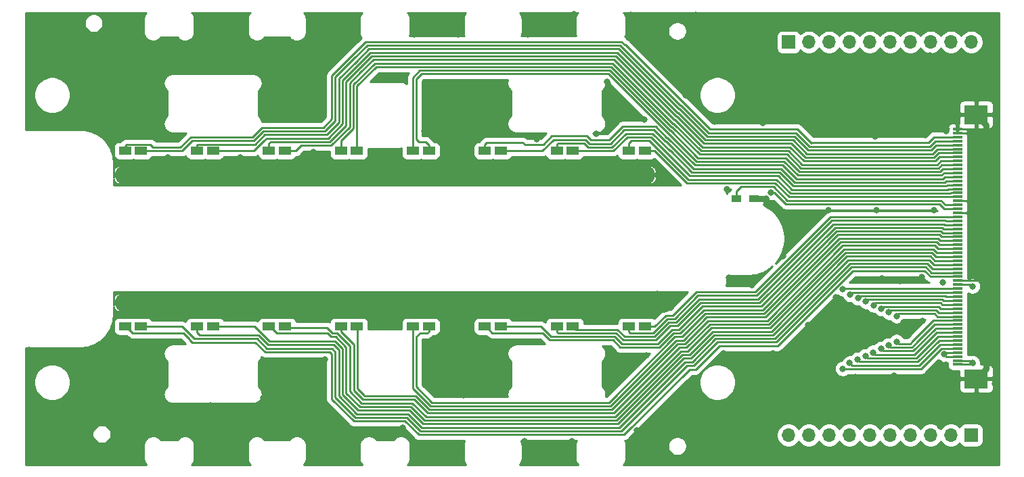
<source format=gtl>
G04 #@! TF.GenerationSoftware,KiCad,Pcbnew,(5.1.6-0-10_14)*
G04 #@! TF.CreationDate,2021-12-08T10:20:34+09:00*
G04 #@! TF.ProjectId,photo-dual,70686f74-6f2d-4647-9561-6c2e6b696361,rev?*
G04 #@! TF.SameCoordinates,Original*
G04 #@! TF.FileFunction,Copper,L1,Top*
G04 #@! TF.FilePolarity,Positive*
%FSLAX46Y46*%
G04 Gerber Fmt 4.6, Leading zero omitted, Abs format (unit mm)*
G04 Created by KiCad (PCBNEW (5.1.6-0-10_14)) date 2021-12-08 10:20:34*
%MOMM*%
%LPD*%
G01*
G04 APERTURE LIST*
G04 #@! TA.AperFunction,SMDPad,CuDef*
%ADD10R,1.200000X0.900000*%
G04 #@! TD*
G04 #@! TA.AperFunction,SMDPad,CuDef*
%ADD11R,1.600000X1.000000*%
G04 #@! TD*
G04 #@! TA.AperFunction,SMDPad,CuDef*
%ADD12R,1.250000X0.300000*%
G04 #@! TD*
G04 #@! TA.AperFunction,SMDPad,CuDef*
%ADD13R,3.000000X2.400000*%
G04 #@! TD*
G04 #@! TA.AperFunction,ComponentPad*
%ADD14R,1.700000X1.700000*%
G04 #@! TD*
G04 #@! TA.AperFunction,ComponentPad*
%ADD15O,1.700000X1.700000*%
G04 #@! TD*
G04 #@! TA.AperFunction,ViaPad*
%ADD16C,0.800000*%
G04 #@! TD*
G04 #@! TA.AperFunction,Conductor*
%ADD17C,0.508000*%
G04 #@! TD*
G04 #@! TA.AperFunction,Conductor*
%ADD18C,2.540000*%
G04 #@! TD*
G04 #@! TA.AperFunction,Conductor*
%ADD19C,0.762000*%
G04 #@! TD*
G04 #@! TA.AperFunction,Conductor*
%ADD20C,0.250000*%
G04 #@! TD*
G04 #@! TA.AperFunction,Conductor*
%ADD21C,0.254000*%
G04 #@! TD*
G04 APERTURE END LIST*
D10*
X176600000Y-95000000D03*
X174400000Y-95000000D03*
D11*
X162921211Y-89002066D03*
X162921211Y-92002066D03*
X108921211Y-111001633D03*
X108921211Y-108001633D03*
X162921211Y-108001633D03*
X162921211Y-111001633D03*
X160921211Y-111001633D03*
X160921211Y-108001633D03*
X153921211Y-108001633D03*
X153921211Y-111001633D03*
X151921211Y-111001633D03*
X151921211Y-108001633D03*
X144921211Y-108001633D03*
X144921211Y-111001633D03*
X142921211Y-111001633D03*
X142921211Y-108001633D03*
X135921211Y-108001633D03*
X135921211Y-111001633D03*
X117921211Y-111001633D03*
X117921211Y-108001633D03*
X106921211Y-108001633D03*
X106921211Y-111001633D03*
X115921211Y-108001633D03*
X115921211Y-111001633D03*
X126921211Y-111001633D03*
X126921211Y-108001633D03*
X124921211Y-108001633D03*
X124921211Y-111001633D03*
X99921211Y-111001633D03*
X99921211Y-108001633D03*
X133921211Y-111001633D03*
X133921211Y-108001633D03*
X97921211Y-108001633D03*
X97921211Y-111001633D03*
X160921211Y-92002066D03*
X160921211Y-89002066D03*
X99921211Y-92002066D03*
X99921211Y-89002066D03*
X135921211Y-89002066D03*
X135921211Y-92002066D03*
X115921211Y-89002066D03*
X115921211Y-92002066D03*
X117921211Y-92002066D03*
X117921211Y-89002066D03*
X142921211Y-92002066D03*
X142921211Y-89002066D03*
X106921211Y-89002066D03*
X106921211Y-92002066D03*
X124921211Y-89002066D03*
X124921211Y-92002066D03*
X133921211Y-92002066D03*
X133921211Y-89002066D03*
X126921211Y-92002066D03*
X126921211Y-89002066D03*
X153921211Y-89002066D03*
X153921211Y-92002066D03*
X144921211Y-89002066D03*
X144921211Y-92002066D03*
X151921211Y-92002066D03*
X151921211Y-89002066D03*
X97921211Y-89002066D03*
X97921211Y-92002066D03*
X108921211Y-92002066D03*
X108921211Y-89002066D03*
D12*
X202074000Y-115770000D03*
X202074000Y-115270000D03*
X202074000Y-114770000D03*
X202074000Y-114270000D03*
X202074000Y-113770000D03*
X202074000Y-113270000D03*
X202074000Y-112770000D03*
X202074000Y-112270000D03*
X202074000Y-111770000D03*
X202074000Y-111270000D03*
X202074000Y-110770000D03*
X202074000Y-110270000D03*
X202074000Y-109770000D03*
X202074000Y-109270000D03*
X202074000Y-108770000D03*
X202074000Y-108270000D03*
X202074000Y-107770000D03*
X202074000Y-107270000D03*
X202074000Y-106770000D03*
X202074000Y-106270000D03*
X202074000Y-105770000D03*
X202074000Y-105270000D03*
X202074000Y-104770000D03*
X202074000Y-104270000D03*
X202074000Y-103770000D03*
X202074000Y-103270000D03*
X202074000Y-102770000D03*
X202074000Y-102270000D03*
X202074000Y-101770000D03*
X202074000Y-101270000D03*
X202074000Y-100770000D03*
X202074000Y-100270000D03*
X202074000Y-99770000D03*
X202074000Y-99270000D03*
X202074000Y-98770000D03*
X202074000Y-98270000D03*
X202074000Y-97770000D03*
X202074000Y-97270000D03*
X202074000Y-96770000D03*
X202074000Y-96270000D03*
X202074000Y-95770000D03*
X202074000Y-95270000D03*
X202074000Y-94770000D03*
X202074000Y-94270000D03*
X202074000Y-93770000D03*
X202074000Y-93270000D03*
X202074000Y-92770000D03*
X202074000Y-92270000D03*
X202074000Y-91770000D03*
X202074000Y-91270000D03*
X202074000Y-90770000D03*
X202074000Y-90270000D03*
X202074000Y-89770000D03*
X202074000Y-89270000D03*
X202074000Y-88770000D03*
X202074000Y-88270000D03*
X202074000Y-87770000D03*
X202074000Y-87270000D03*
X202074000Y-86770000D03*
X202074000Y-86270000D03*
D13*
X204399000Y-117570000D03*
X204399000Y-84470000D03*
D14*
X180905000Y-75372000D03*
D15*
X183445000Y-75372000D03*
X185985000Y-75372000D03*
X188525000Y-75372000D03*
X191065000Y-75372000D03*
X193605000Y-75372000D03*
X196145000Y-75372000D03*
X198685000Y-75372000D03*
X201225000Y-75372000D03*
X203765000Y-75372000D03*
X180905000Y-124628000D03*
X183445000Y-124628000D03*
X185985000Y-124628000D03*
X188525000Y-124628000D03*
X191065000Y-124628000D03*
X193605000Y-124628000D03*
X196145000Y-124628000D03*
X198685000Y-124628000D03*
X201225000Y-124628000D03*
D14*
X203765000Y-124628000D03*
D16*
X165340000Y-107940000D03*
X166260000Y-92490000D03*
X85940000Y-85930000D03*
X85810000Y-79280000D03*
X85890000Y-72890000D03*
X88650000Y-75730000D03*
X91750000Y-79320000D03*
X91930000Y-72670000D03*
X91840000Y-85750000D03*
X95120000Y-82600000D03*
X98580000Y-79450000D03*
X98490000Y-72580000D03*
X98490000Y-72580000D03*
X95560000Y-75730000D03*
X101680000Y-82380000D03*
X98320000Y-85970000D03*
X103260000Y-89860000D03*
X99950000Y-90980000D03*
X108930000Y-90930000D03*
X117910000Y-90870000D03*
X126900000Y-90870000D03*
X135930000Y-90860000D03*
X144920000Y-90870000D03*
X153890000Y-90840000D03*
X162930000Y-90850000D03*
X103600000Y-92440000D03*
X112220000Y-92850000D03*
X121450000Y-92810000D03*
X130110000Y-92690000D03*
X139470000Y-92790000D03*
X148400000Y-92950000D03*
X157900000Y-92720000D03*
X157800000Y-90360000D03*
X148420000Y-90240000D03*
X139500000Y-89510000D03*
X130180000Y-89100000D03*
X121450000Y-89180000D03*
X112340000Y-89810000D03*
X102050000Y-86010000D03*
X102610000Y-75790000D03*
X107580000Y-72610000D03*
X112700000Y-72590000D03*
X109590000Y-76710000D03*
X105740000Y-78650000D03*
X113870000Y-78910000D03*
X116680000Y-75320000D03*
X121240000Y-72340000D03*
X126240000Y-72240000D03*
X123960000Y-75010000D03*
X120560000Y-78210000D03*
X116480000Y-80500000D03*
X115710000Y-84480000D03*
X122260000Y-84580000D03*
X129590000Y-79810000D03*
X132650000Y-79810000D03*
X134250000Y-72170000D03*
X139610000Y-74380000D03*
X136730000Y-73450000D03*
X139610000Y-72110000D03*
X134080000Y-74410000D03*
X135650000Y-80540000D03*
X135370000Y-86530000D03*
X138500000Y-83500000D03*
X145320000Y-80410000D03*
X145390000Y-86670000D03*
X142510000Y-83540000D03*
X140610000Y-80480000D03*
X140330000Y-86630000D03*
X145790000Y-83410000D03*
X135480000Y-83440000D03*
X149410000Y-87510000D03*
X156860000Y-86890000D03*
X162880000Y-85110000D03*
X158240000Y-80320000D03*
X157970000Y-83080000D03*
X160430000Y-83470000D03*
X158720000Y-85510000D03*
X148050000Y-72080000D03*
X154110000Y-71900000D03*
X154020000Y-74290000D03*
X148350000Y-74420000D03*
X150760000Y-73180000D03*
X161190000Y-71940000D03*
X161090000Y-74940000D03*
X164830000Y-78450000D03*
X164870000Y-73750000D03*
X169340000Y-71930000D03*
X168470000Y-75840000D03*
X169510000Y-78500000D03*
X173610000Y-72320000D03*
X172940000Y-75740000D03*
X174360000Y-80180000D03*
X177240000Y-75330000D03*
X180190000Y-72470000D03*
X186280000Y-72510000D03*
X194410000Y-72510000D03*
X196160000Y-127760000D03*
X189400000Y-127690000D03*
X183930000Y-127500000D03*
X178330000Y-127630000D03*
X168490000Y-127600000D03*
X173150000Y-124830000D03*
X168690000Y-121910000D03*
X174380000Y-119840000D03*
X161960000Y-124030000D03*
X161250000Y-127460000D03*
X165470000Y-121210000D03*
X166140000Y-124810000D03*
X178250000Y-124570000D03*
X147890000Y-125380000D03*
X153840000Y-125380000D03*
X153840000Y-127940000D03*
X147980000Y-127990000D03*
X150800000Y-126810000D03*
X158310000Y-118870000D03*
X163090000Y-114610000D03*
X158400000Y-113920000D03*
X160220000Y-116390000D03*
X145330000Y-119520000D03*
X145500000Y-113660000D03*
X135430000Y-113430000D03*
X135430000Y-118380000D03*
X140250000Y-119640000D03*
X138030000Y-115860000D03*
X140850000Y-113170000D03*
X143290000Y-116680000D03*
X140890000Y-110040000D03*
X137900000Y-109960000D03*
X162070000Y-109110000D03*
X153070000Y-109120000D03*
X144120000Y-109180000D03*
X135120000Y-109110000D03*
X126150000Y-109120000D03*
X116940000Y-109120000D03*
X107870000Y-109170000D03*
X103320000Y-107060000D03*
X112760000Y-107270000D03*
X121260000Y-107190000D03*
X130670000Y-107250000D03*
X139810000Y-107220000D03*
X148560000Y-107330000D03*
X157850000Y-107290000D03*
X157510000Y-109770000D03*
X122900000Y-115180000D03*
X115450000Y-115280000D03*
X115190000Y-119990000D03*
X122710000Y-119800000D03*
X118690000Y-117500000D03*
X95950000Y-112820000D03*
X85880000Y-113950000D03*
X93000000Y-114260000D03*
X85810000Y-120840000D03*
X93190000Y-120580000D03*
X89480000Y-115280000D03*
X89360000Y-121110000D03*
X85920000Y-124360000D03*
X85810000Y-127890000D03*
X89920000Y-127820000D03*
X95820000Y-127890000D03*
X90180000Y-124520000D03*
X96270000Y-117290000D03*
X98360000Y-121760000D03*
X99830000Y-127330000D03*
X102260000Y-114630000D03*
X101360000Y-118580000D03*
X103690000Y-122760000D03*
X98120000Y-124950000D03*
X108630000Y-120910000D03*
X107110000Y-127710000D03*
X106920000Y-124280000D03*
X112960000Y-124330000D03*
X113010000Y-127470000D03*
X109920000Y-126040000D03*
X118900000Y-123090000D03*
X120680000Y-125210000D03*
X127180000Y-125180000D03*
X121050000Y-128050000D03*
X126840000Y-127990000D03*
X123970000Y-126540000D03*
X123470000Y-122810000D03*
X132650000Y-123680000D03*
X134020000Y-127970000D03*
X139690000Y-125660000D03*
X139790000Y-127970000D03*
X134290000Y-125730000D03*
X137070000Y-126900000D03*
X101370000Y-107980000D03*
X110500000Y-107980000D03*
X119360000Y-107990000D03*
X128330000Y-107980000D03*
X137410000Y-107970000D03*
X146410000Y-107990000D03*
X155350000Y-108000000D03*
X164480000Y-106900000D03*
X206300000Y-72500000D03*
X201760000Y-72550000D03*
X202150000Y-127500000D03*
X206380000Y-127580000D03*
X206630000Y-124100000D03*
X206690000Y-118210000D03*
X206690000Y-110880000D03*
X206590000Y-102810000D03*
X206500000Y-95960000D03*
X206620000Y-88420000D03*
X206820000Y-80030000D03*
X206900000Y-75670000D03*
X168790000Y-117680000D03*
X172740000Y-114340000D03*
X168080000Y-82080000D03*
X178133823Y-95008017D03*
X179030000Y-79980000D03*
X182400000Y-78250000D03*
X186500000Y-82430000D03*
X186790000Y-86990000D03*
X184180000Y-86950000D03*
X171720000Y-85380000D03*
X177680000Y-85470000D03*
X182020000Y-83320000D03*
X176490000Y-82810000D03*
X191650000Y-82600000D03*
X189370000Y-80510000D03*
X187510000Y-79510000D03*
X187220000Y-76730000D03*
X184870000Y-76800000D03*
X189860000Y-76780000D03*
X193280000Y-78450000D03*
X195770000Y-77860000D03*
X198570000Y-77040000D03*
X201590000Y-77210000D03*
X201850000Y-85370000D03*
X200610000Y-86540000D03*
X198020000Y-87030000D03*
X191710000Y-87200000D03*
X194910000Y-84830000D03*
X198500000Y-82370000D03*
X195700000Y-80500000D03*
X201040000Y-79780000D03*
X204960000Y-82210000D03*
X205110000Y-91620000D03*
X205160000Y-100190000D03*
X205200000Y-107280000D03*
X205240000Y-113680000D03*
X199810000Y-115600000D03*
X201840000Y-117120000D03*
X201610000Y-122360000D03*
X199870000Y-123500000D03*
X195640000Y-122150000D03*
X194120000Y-120260000D03*
X194150000Y-117210000D03*
X198130000Y-119330000D03*
X197630000Y-110290000D03*
X200170000Y-105510000D03*
X197590000Y-104800000D03*
X192560000Y-104960000D03*
X194900000Y-105310000D03*
X195260000Y-110460000D03*
X186830000Y-107350000D03*
X190560000Y-109320000D03*
X190200000Y-113210000D03*
X189280000Y-117380000D03*
X189160000Y-120920000D03*
X183040000Y-122660000D03*
X185980000Y-119370000D03*
X178760000Y-119730000D03*
X182500000Y-116820000D03*
X178970000Y-114400000D03*
X183330000Y-110830000D03*
X185150000Y-113820000D03*
X187450000Y-110750000D03*
X173490000Y-104890000D03*
X176330000Y-105870000D03*
X180220000Y-102180000D03*
X180040000Y-97270000D03*
X185920000Y-96470000D03*
X183330000Y-97650000D03*
X191900000Y-96440000D03*
X199090000Y-96420000D03*
X173190000Y-93810000D03*
X203910000Y-115550000D03*
X203928990Y-105970001D03*
X200370000Y-114495000D03*
X194433252Y-109695060D03*
X193471157Y-109245050D03*
X192540522Y-108795040D03*
X191585374Y-108345030D03*
X190588644Y-107895020D03*
X189616681Y-107445010D03*
X188621372Y-106995000D03*
X187710000Y-106310000D03*
X193423029Y-113354951D03*
X194415631Y-112904941D03*
X191476094Y-114254970D03*
X192474173Y-113804961D03*
X188557495Y-115605000D03*
X187700000Y-116300000D03*
X189557224Y-115154990D03*
X190556174Y-114704980D03*
X178744142Y-94215858D03*
D17*
X162921211Y-108001633D02*
X165278367Y-108001633D01*
X165772066Y-92002066D02*
X166260000Y-92490000D01*
X162921211Y-92002066D02*
X165772066Y-92002066D01*
D18*
X97921211Y-108001633D02*
X165278367Y-108001633D01*
X97921211Y-92002066D02*
X162921211Y-92002066D01*
D19*
X204480000Y-84470000D02*
X204399000Y-84470000D01*
X204399000Y-84470000D02*
X205660000Y-85731000D01*
X205660000Y-116309000D02*
X204399000Y-117570000D01*
D20*
X205325001Y-105245001D02*
X205660000Y-105580000D01*
X202074000Y-105266000D02*
X202094999Y-105245001D01*
X202074000Y-105270000D02*
X202074000Y-105266000D01*
X202094999Y-105245001D02*
X205325001Y-105245001D01*
D19*
X205660000Y-105580000D02*
X205660000Y-116309000D01*
D20*
X202074000Y-86270000D02*
X205660000Y-86270000D01*
D19*
X205660000Y-85731000D02*
X205660000Y-86270000D01*
D20*
X205600000Y-86770000D02*
X205660000Y-86830000D01*
X202074000Y-86770000D02*
X205600000Y-86770000D01*
D19*
X205660000Y-86270000D02*
X205660000Y-86830000D01*
D20*
X205490000Y-95270000D02*
X205660000Y-95100000D01*
X202074000Y-95270000D02*
X205490000Y-95270000D01*
D19*
X205660000Y-86830000D02*
X205660000Y-95100000D01*
D20*
X205560000Y-96770000D02*
X205660000Y-96870000D01*
X202074000Y-96770000D02*
X205560000Y-96770000D01*
D19*
X205660000Y-96870000D02*
X205660000Y-105580000D01*
X205660000Y-95100000D02*
X205660000Y-96870000D01*
X178125806Y-95000000D02*
X178133823Y-95008017D01*
X176600000Y-95000000D02*
X178125806Y-95000000D01*
D20*
X165571445Y-109599991D02*
X164169803Y-111001633D01*
X176750000Y-106680000D02*
X169380000Y-106680000D01*
X165944247Y-109599991D02*
X165571445Y-109599991D01*
X186160000Y-97270000D02*
X176750000Y-106680000D01*
X164169803Y-111001633D02*
X162921211Y-111001633D01*
X165944256Y-109600000D02*
X165944247Y-109599991D01*
X166460000Y-109600000D02*
X165944256Y-109600000D01*
X169380000Y-106680000D02*
X166460000Y-109600000D01*
X202074000Y-97270000D02*
X186160000Y-97270000D01*
X159516626Y-111376624D02*
X154296202Y-111376624D01*
X160416644Y-112276644D02*
X159516626Y-111376624D01*
X164167613Y-112276643D02*
X160416644Y-112276644D01*
X165944238Y-110500018D02*
X164167613Y-112276643D01*
X166832802Y-110500018D02*
X165944238Y-110500018D01*
X169752802Y-107580018D02*
X166832802Y-110500018D01*
X154296202Y-111376624D02*
X153921211Y-111001633D01*
X169752802Y-107580018D02*
X177122802Y-107580018D01*
X177122802Y-107580018D02*
X186532800Y-98170020D01*
X186532800Y-98170020D02*
X200343600Y-98170020D01*
X200443580Y-98270000D02*
X202074000Y-98270000D01*
X200343600Y-98170020D02*
X200443580Y-98270000D01*
X149948345Y-111001633D02*
X144921211Y-111001633D01*
X151223356Y-112276644D02*
X149948345Y-111001633D01*
X159143826Y-112276644D02*
X151223356Y-112276644D01*
X160043846Y-113176662D02*
X159143826Y-112276644D01*
X164540415Y-113176661D02*
X160043846Y-113176662D01*
X167205604Y-111400036D02*
X166317040Y-111400036D01*
X166317040Y-111400036D02*
X164540415Y-113176661D01*
X170125603Y-108480037D02*
X167205604Y-111400036D01*
X170125603Y-108480037D02*
X177495604Y-108480036D01*
X177495604Y-108480036D02*
X186905600Y-99070040D01*
X186905600Y-99070040D02*
X199970800Y-99070040D01*
X200170760Y-99270000D02*
X202074000Y-99270000D01*
X199970800Y-99070040D02*
X200170760Y-99270000D01*
X199598000Y-99970060D02*
X199897940Y-100270000D01*
X177868406Y-109380054D02*
X187278400Y-99970060D01*
X135733366Y-111826634D02*
X134843366Y-111826634D01*
X170498406Y-109380054D02*
X177868406Y-109380054D01*
X167578406Y-112300054D02*
X170498406Y-109380054D01*
X158469896Y-120520000D02*
X166689842Y-112300054D01*
X136326410Y-120520000D02*
X158469896Y-120520000D01*
X135921211Y-111001633D02*
X135921211Y-111638789D01*
X134371221Y-118564811D02*
X136326410Y-120520000D01*
X199897940Y-100270000D02*
X202074000Y-100270000D01*
X187278400Y-99970060D02*
X199598000Y-99970060D01*
X134843366Y-111826634D02*
X134371221Y-112298779D01*
X166689842Y-112300054D02*
X167578406Y-112300054D01*
X135921211Y-111638789D02*
X135733366Y-111826634D01*
X134371221Y-112298779D02*
X134371221Y-118564811D01*
X135953609Y-121420019D02*
X134233590Y-119700000D01*
X158842696Y-121420018D02*
X135953609Y-121420019D01*
X167062644Y-113200072D02*
X158842696Y-121420018D01*
X134233590Y-119700000D02*
X127840000Y-119700000D01*
X127840000Y-119640000D02*
X126960010Y-118760010D01*
X127840000Y-119700000D02*
X127840000Y-119640000D01*
X126960010Y-111040432D02*
X126921211Y-111001633D01*
X126960010Y-118760010D02*
X126960010Y-111040432D01*
X170871208Y-110280072D02*
X167951208Y-113200072D01*
X167951208Y-113200072D02*
X167062644Y-113200072D01*
X170871208Y-110280072D02*
X178241208Y-110280072D01*
X178241208Y-110280072D02*
X187651200Y-100870080D01*
X187651200Y-100870080D02*
X199225200Y-100870080D01*
X199625120Y-101270000D02*
X202074000Y-101270000D01*
X199225200Y-100870080D02*
X199625120Y-101270000D01*
X124483590Y-111900000D02*
X126021193Y-113437603D01*
X126021193Y-119164013D02*
X127467200Y-120610020D01*
X126021193Y-113437603D02*
X126021193Y-119164013D01*
X127467200Y-120610020D02*
X128750000Y-120610020D01*
X133870794Y-120610020D02*
X135580813Y-122320037D01*
X128750000Y-120610020D02*
X133870794Y-120610020D01*
X135580813Y-122320037D02*
X138310001Y-122320036D01*
X138310001Y-122320036D02*
X159215500Y-122320036D01*
X159215500Y-122320036D02*
X167435446Y-114100090D01*
X126021193Y-113437603D02*
X124410224Y-111826634D01*
X133870794Y-120610020D02*
X127467199Y-120610019D01*
X135580812Y-122320037D02*
X133870794Y-120610020D01*
X167435446Y-114100090D02*
X159215498Y-122320036D01*
X126021193Y-119164011D02*
X126021193Y-113437603D01*
X127467199Y-120610019D02*
X126021193Y-119164011D01*
X159215498Y-122320036D02*
X135580812Y-122320037D01*
X123861210Y-111826634D02*
X123174576Y-111140000D01*
X124410224Y-111826634D02*
X123861210Y-111826634D01*
X118059578Y-111140000D02*
X117921211Y-111001633D01*
X123174576Y-111140000D02*
X118059578Y-111140000D01*
X171244010Y-111180090D02*
X168324008Y-114100090D01*
X168324008Y-114100090D02*
X167435446Y-114100090D01*
X168324010Y-114100090D02*
X171244009Y-111180091D01*
X167435446Y-114100090D02*
X168324010Y-114100090D01*
X171244009Y-111180091D02*
X178614010Y-111180090D01*
X178614010Y-111180090D02*
X188024000Y-101770100D01*
X188024000Y-101770100D02*
X198852400Y-101770100D01*
X199352300Y-102270000D02*
X202074000Y-102270000D01*
X198852400Y-101770100D02*
X199352300Y-102270000D01*
X114131633Y-111001633D02*
X108921211Y-111001633D01*
X116000010Y-112870010D02*
X114131633Y-111001633D01*
X125121175Y-113810405D02*
X124180780Y-112870010D01*
X125121175Y-119536815D02*
X125121175Y-113810405D01*
X127094400Y-121510040D02*
X125121175Y-119536815D01*
X159588302Y-123220054D02*
X135208015Y-123220055D01*
X133497998Y-121510040D02*
X127094400Y-121510040D01*
X135208015Y-123220055D02*
X133497998Y-121510040D01*
X124180780Y-112870010D02*
X116000010Y-112870010D01*
X167808247Y-115000109D02*
X159588302Y-123220054D01*
X171616811Y-112080109D02*
X168696812Y-115000108D01*
X168696812Y-115000108D02*
X167808247Y-115000109D01*
X171616811Y-112080109D02*
X178986812Y-112080108D01*
X178986812Y-112080108D02*
X188396800Y-102670120D01*
X188396800Y-102670120D02*
X198479600Y-102670120D01*
X199079480Y-103270000D02*
X202074000Y-103270000D01*
X198479600Y-102670120D02*
X199079480Y-103270000D01*
X105011633Y-111001633D02*
X99921211Y-111001633D01*
X115627210Y-113770030D02*
X114417190Y-112560010D01*
X114417190Y-112560010D02*
X106540010Y-112560010D01*
X123807980Y-113770030D02*
X115627210Y-113770030D01*
X124221157Y-114191157D02*
X123807980Y-113777980D01*
X126721600Y-122410060D02*
X124221157Y-119909617D01*
X106540010Y-112560010D02*
X106540010Y-112530010D01*
X133125202Y-122410060D02*
X126721600Y-122410060D01*
X106540010Y-112530010D02*
X105011633Y-111001633D01*
X124221157Y-119909617D02*
X124221157Y-114191157D01*
X134835217Y-124120073D02*
X133125202Y-122410060D01*
X123807980Y-113777980D02*
X123807980Y-113770030D01*
X159961104Y-124120072D02*
X134835217Y-124120073D01*
X168181049Y-115900127D02*
X159961104Y-124120072D01*
X171989613Y-112980127D02*
X169069614Y-115900126D01*
X169069614Y-115900126D02*
X168181049Y-115900127D01*
X171989613Y-112980127D02*
X179359614Y-112980126D01*
X179359614Y-112980126D02*
X188769600Y-103570140D01*
X188769600Y-103570140D02*
X198106800Y-103570140D01*
X198806660Y-104270000D02*
X202074000Y-104270000D01*
X198106800Y-103570140D02*
X198806660Y-104270000D01*
X164169803Y-89002066D02*
X162921211Y-89002066D01*
X168207737Y-93040000D02*
X164169803Y-89002066D01*
X168207737Y-93040000D02*
X179230000Y-93040000D01*
X180960000Y-94770000D02*
X202074000Y-94770000D01*
X179230000Y-93040000D02*
X180960000Y-94770000D01*
X159017936Y-89002066D02*
X153921211Y-89002066D01*
X160740010Y-87279990D02*
X159017936Y-89002066D01*
X163720548Y-87279991D02*
X160740010Y-87279990D01*
X168580538Y-92139981D02*
X163720548Y-87279991D01*
X168580538Y-92139981D02*
X179602802Y-92139982D01*
X179602802Y-92139982D02*
X181332800Y-93869980D01*
X181332800Y-93869980D02*
X200800000Y-93869980D01*
X200899980Y-93770000D02*
X202074000Y-93770000D01*
X200800000Y-93869980D02*
X200899980Y-93770000D01*
X165514883Y-87801506D02*
X165587917Y-87801507D01*
X158645135Y-88102046D02*
X160367211Y-86379972D01*
X156022046Y-88102046D02*
X158645135Y-88102046D01*
X165587917Y-87801507D02*
X169026373Y-91239963D01*
X164093350Y-86379973D02*
X165514883Y-87801506D01*
X144921211Y-89002066D02*
X150087934Y-89002066D01*
X151500010Y-87589990D02*
X155509990Y-87589990D01*
X160367211Y-86379972D02*
X164093350Y-86379973D01*
X150087934Y-89002066D02*
X151500010Y-87589990D01*
X155509990Y-87589990D02*
X156022046Y-88102046D01*
X169026373Y-91239963D02*
X179975604Y-91239964D01*
X179975604Y-91239964D02*
X181705600Y-92969960D01*
X181705600Y-92969960D02*
X200427200Y-92969960D01*
X200627160Y-92770000D02*
X202074000Y-92770000D01*
X200427200Y-92969960D02*
X200627160Y-92770000D01*
X134371221Y-79985189D02*
X134371221Y-87528779D01*
X134986320Y-79370090D02*
X134371221Y-79985189D01*
X158356287Y-79370090D02*
X134986320Y-79370090D01*
X165887686Y-86901489D02*
X158356287Y-79370090D01*
X165960719Y-86901489D02*
X165887686Y-86901489D01*
X169399175Y-90339945D02*
X165960719Y-86901489D01*
X135921211Y-89002066D02*
X135921211Y-88271211D01*
X135921211Y-88271211D02*
X135500000Y-87850000D01*
X134692442Y-87850000D02*
X134371221Y-87528779D01*
X135500000Y-87850000D02*
X134692442Y-87850000D01*
X169399175Y-90339945D02*
X180348406Y-90339946D01*
X180348406Y-90339946D02*
X182078400Y-92069940D01*
X182078400Y-92069940D02*
X200054400Y-92069940D01*
X200354340Y-91770000D02*
X202074000Y-91770000D01*
X200054400Y-92069940D02*
X200354340Y-91770000D01*
X129338390Y-78470070D02*
X126921211Y-80887249D01*
X126921211Y-80887249D02*
X126921211Y-89002066D01*
X158729087Y-78470070D02*
X129338390Y-78470070D01*
X166260487Y-86001470D02*
X158729087Y-78470070D01*
X166347881Y-86001471D02*
X166260487Y-86001470D01*
X169786337Y-89439927D02*
X166347881Y-86001471D01*
X169786337Y-89439927D02*
X180721208Y-89439928D01*
X180721208Y-89439928D02*
X182451200Y-91169920D01*
X182451200Y-91169920D02*
X199681600Y-91169920D01*
X202049001Y-90794999D02*
X202074000Y-90770000D01*
X200056521Y-90794999D02*
X202049001Y-90794999D01*
X199681600Y-91169920D02*
X200056521Y-90794999D01*
X123683571Y-88330019D02*
X119959981Y-88330019D01*
X119959981Y-88330019D02*
X119287934Y-89002066D01*
X126021193Y-80505987D02*
X126021191Y-85992399D01*
X127335663Y-79199977D02*
X127327202Y-79199978D01*
X128965590Y-77570050D02*
X127335663Y-79199977D01*
X127327202Y-79199978D02*
X126021193Y-80505987D01*
X119287934Y-89002066D02*
X117921211Y-89002066D01*
X159101887Y-77570050D02*
X128965590Y-77570050D01*
X166633289Y-85101452D02*
X159101887Y-77570050D01*
X126021191Y-85992399D02*
X123683571Y-88330019D01*
X170159139Y-88539909D02*
X166720683Y-85101453D01*
X166720683Y-85101453D02*
X166633289Y-85101452D01*
X170159139Y-88539909D02*
X181094010Y-88539910D01*
X181094010Y-88539910D02*
X182824000Y-90269900D01*
X182824000Y-90269900D02*
X199308800Y-90269900D01*
X199808700Y-89770000D02*
X202074000Y-89770000D01*
X199308800Y-90269900D02*
X199808700Y-89770000D01*
X159474687Y-76670030D02*
X167006091Y-84201434D01*
X128592790Y-76670030D02*
X159474687Y-76670030D01*
X126962862Y-78299958D02*
X128592790Y-76670030D01*
X126954402Y-78299958D02*
X126962862Y-78299958D01*
X125121175Y-80133185D02*
X126954402Y-78299958D01*
X125121173Y-85619597D02*
X125121175Y-80133185D01*
X123310770Y-87430000D02*
X125121173Y-85619597D01*
X115600000Y-87430000D02*
X123310770Y-87430000D01*
X115600000Y-87430000D02*
X115320000Y-87710000D01*
X115320000Y-87718275D02*
X115320000Y-87710000D01*
X114036209Y-89002066D02*
X115320000Y-87718275D01*
X108921211Y-89002066D02*
X114036209Y-89002066D01*
X167093485Y-84201435D02*
X170531941Y-87639891D01*
X167006091Y-84201434D02*
X167093485Y-84201435D01*
X170531941Y-87639891D02*
X181466812Y-87639892D01*
X181466812Y-87639892D02*
X183196800Y-89369880D01*
X183196800Y-89369880D02*
X198936000Y-89369880D01*
X199535880Y-88770000D02*
X202074000Y-88770000D01*
X198936000Y-89369880D02*
X199535880Y-88770000D01*
X183569600Y-88469860D02*
X198563200Y-88469860D01*
X170904744Y-86739874D02*
X181839614Y-86739874D01*
X167466287Y-83301417D02*
X170904744Y-86739874D01*
X181839614Y-86739874D02*
X183569600Y-88469860D01*
X159847487Y-75770010D02*
X167378893Y-83301416D01*
X114030125Y-87727055D02*
X115227190Y-86529990D01*
X128219990Y-75770010D02*
X159847487Y-75770010D01*
X126590060Y-77399940D02*
X128219990Y-75770010D01*
X198563200Y-88469860D02*
X199263060Y-87770000D01*
X167378893Y-83301416D02*
X167466287Y-83301417D01*
X124221157Y-79760383D02*
X126581600Y-77399940D01*
X199263060Y-87770000D02*
X202074000Y-87770000D01*
X106332945Y-87727055D02*
X114030125Y-87727055D01*
X124221155Y-85246795D02*
X124221157Y-79760383D01*
X122937960Y-86529990D02*
X124221155Y-85246795D01*
X99921211Y-89002066D02*
X105057934Y-89002066D01*
X115227190Y-86529990D02*
X122937960Y-86529990D01*
X126581600Y-77399940D02*
X126590060Y-77399940D01*
X105057934Y-89002066D02*
X106332945Y-87727055D01*
X202074000Y-115770000D02*
X203710000Y-115770000D01*
X203710000Y-115770000D02*
X203910000Y-115570000D01*
D19*
X203910000Y-115570000D02*
X203910000Y-115550000D01*
D20*
X203630000Y-115270000D02*
X203910000Y-115550000D01*
X202074000Y-115270000D02*
X203630000Y-115270000D01*
X203728989Y-105770000D02*
X203928990Y-105970001D01*
X202074000Y-105770000D02*
X203728989Y-105770000D01*
X200645000Y-114770000D02*
X200370000Y-114495000D01*
X202074000Y-114770000D02*
X200645000Y-114770000D01*
X200595000Y-114270000D02*
X200370000Y-114495000D01*
X202074000Y-114270000D02*
X200595000Y-114270000D01*
X202074000Y-109770000D02*
X199545300Y-109770000D01*
X199545300Y-109770000D02*
X199495309Y-109720009D01*
X199510000Y-109770000D02*
X199160070Y-109420070D01*
X199545300Y-109770000D02*
X199510000Y-109770000D01*
X199160070Y-109420070D02*
X195330000Y-109420070D01*
X194708242Y-109420070D02*
X194433252Y-109695060D01*
X195330000Y-109420070D02*
X194708242Y-109420070D01*
X202074000Y-109270000D02*
X199681710Y-109270000D01*
X199681710Y-109270000D02*
X199450000Y-109038290D01*
X199450000Y-109038290D02*
X199381770Y-108970060D01*
X193746147Y-108970060D02*
X193471157Y-109245050D01*
X199381770Y-108970060D02*
X193746147Y-108970060D01*
X202074000Y-108770000D02*
X199919950Y-108770000D01*
X199919950Y-108770000D02*
X199670000Y-108520050D01*
X199670000Y-108520050D02*
X193810000Y-108520050D01*
X192815512Y-108520050D02*
X192540522Y-108795040D01*
X193810000Y-108520050D02*
X192815512Y-108520050D01*
X202074000Y-108270000D02*
X200137141Y-108270000D01*
X200137141Y-108270000D02*
X199937181Y-108070040D01*
X199937181Y-108070040D02*
X192610000Y-108070040D01*
X191860364Y-108070040D02*
X191585374Y-108345030D01*
X192610000Y-108070040D02*
X191860364Y-108070040D01*
X202074000Y-107770000D02*
X200273551Y-107770000D01*
X200273551Y-107770000D02*
X200150000Y-107646449D01*
X200146449Y-107646449D02*
X200120030Y-107620030D01*
X200150000Y-107646449D02*
X200146449Y-107646449D01*
X200120030Y-107620030D02*
X191030000Y-107620030D01*
X190863634Y-107620030D02*
X190588644Y-107895020D01*
X191030000Y-107620030D02*
X190863634Y-107620030D01*
X202074000Y-107270000D02*
X200623580Y-107270000D01*
X200623580Y-107270000D02*
X200573590Y-107220010D01*
X200623580Y-107263580D02*
X200530020Y-107170020D01*
X200623580Y-107270000D02*
X200623580Y-107263580D01*
X200530020Y-107170020D02*
X190310000Y-107170020D01*
X189891671Y-107170020D02*
X189616681Y-107445010D01*
X190310000Y-107170020D02*
X189891671Y-107170020D01*
X202074000Y-106770000D02*
X200759990Y-106770000D01*
X200759990Y-106770000D02*
X200710000Y-106720010D01*
X188896362Y-106720010D02*
X188621372Y-106995000D01*
X200710000Y-106720010D02*
X188896362Y-106720010D01*
X187750000Y-106270000D02*
X187710000Y-106310000D01*
X202074000Y-106270000D02*
X187750000Y-106270000D01*
X196870000Y-113056552D02*
X196870000Y-113079613D01*
X199156552Y-110770000D02*
X196870000Y-113056552D01*
X202074000Y-110770000D02*
X199156552Y-110770000D01*
X196870000Y-113079613D02*
X196319672Y-113629941D01*
X193698019Y-113629941D02*
X193423029Y-113354951D01*
X196319672Y-113629941D02*
X193698019Y-113629941D01*
X196420000Y-112870142D02*
X196420000Y-112893203D01*
X199020142Y-110270000D02*
X196420000Y-112870142D01*
X202074000Y-110270000D02*
X199020142Y-110270000D01*
X196420000Y-112893203D02*
X196133272Y-113179931D01*
X194690621Y-113179931D02*
X194415631Y-112904941D01*
X196133272Y-113179931D02*
X194690621Y-113179931D01*
X191751085Y-114529961D02*
X191476094Y-114254970D01*
X196692472Y-114529961D02*
X191751085Y-114529961D01*
X199452433Y-111770000D02*
X196692472Y-114529961D01*
X202074000Y-111770000D02*
X199452433Y-111770000D01*
X202074000Y-111270000D02*
X199292962Y-111270000D01*
X199292962Y-111293061D02*
X199266032Y-111319991D01*
X199292962Y-111270000D02*
X199292962Y-111293061D01*
X199266032Y-111319991D02*
X196506072Y-114079951D01*
X196506072Y-114079951D02*
X194437389Y-114079951D01*
X192749163Y-114079951D02*
X192474173Y-113804961D01*
X194437389Y-114079951D02*
X192749163Y-114079951D01*
X202074000Y-113270000D02*
X199885588Y-113270000D01*
X199885588Y-113270000D02*
X197275597Y-115879991D01*
X188832486Y-115879991D02*
X188557495Y-115605000D01*
X197275597Y-115879991D02*
X188832486Y-115879991D01*
X197461997Y-116330001D02*
X187730001Y-116330001D01*
X187730001Y-116330001D02*
X187700000Y-116300000D01*
X200021999Y-113769999D02*
X197461997Y-116330001D01*
X202074000Y-113770000D02*
X200021999Y-113769999D01*
X197089197Y-115429981D02*
X189832215Y-115429981D01*
X189832215Y-115429981D02*
X189557224Y-115154990D01*
X199749178Y-112770000D02*
X197089197Y-115429981D01*
X202074000Y-112770000D02*
X199749178Y-112770000D01*
X202074000Y-112270000D02*
X199611355Y-112270000D01*
X197040000Y-114841355D02*
X197040000Y-114842768D01*
X199611355Y-112270000D02*
X197040000Y-114841355D01*
X196902797Y-114979971D02*
X190831165Y-114979971D01*
X190831165Y-114979971D02*
X190556174Y-114704980D01*
X197040000Y-114842768D02*
X196902797Y-114979971D01*
X202074000Y-96270000D02*
X200361771Y-96270000D01*
X200030000Y-95938229D02*
X200030000Y-95916420D01*
X200361771Y-96270000D02*
X200030000Y-95938229D01*
X200030000Y-95916420D02*
X199783599Y-95670019D01*
X179133038Y-94215858D02*
X178744142Y-94215858D01*
X180587198Y-95670018D02*
X179133038Y-94215858D01*
X199783599Y-95670019D02*
X180587198Y-95670018D01*
X202074000Y-95770000D02*
X200519990Y-95770000D01*
X200519990Y-95770000D02*
X199970000Y-95220010D01*
X199970000Y-95220010D02*
X180773599Y-95220009D01*
X180773599Y-95220009D02*
X179043600Y-93490010D01*
X179043600Y-93490010D02*
X174970000Y-93490010D01*
X174400000Y-94060010D02*
X174400000Y-95000000D01*
X174970000Y-93490010D02*
X174400000Y-94060010D01*
X167019204Y-110950026D02*
X166130640Y-110950026D01*
X166130640Y-110950026D02*
X164354012Y-112726652D01*
X164354012Y-112726652D02*
X160230244Y-112726652D01*
X159330226Y-111826634D02*
X152056634Y-111826634D01*
X160230244Y-112726652D02*
X159330226Y-111826634D01*
X151921211Y-111691211D02*
X151921211Y-111001633D01*
X152056634Y-111826634D02*
X151921211Y-111691211D01*
X169939202Y-108030028D02*
X167019204Y-110950026D01*
X169939202Y-108030028D02*
X177309203Y-108030027D01*
X177309203Y-108030027D02*
X186719200Y-98620030D01*
X186719200Y-98620030D02*
X200157200Y-98620030D01*
X200307170Y-98770000D02*
X202074000Y-98770000D01*
X200157200Y-98620030D02*
X200307170Y-98770000D01*
X143861210Y-111826634D02*
X143036209Y-111001633D01*
X159857446Y-113626671D02*
X158957428Y-112726654D01*
X150136936Y-111826634D02*
X143861210Y-111826634D01*
X166503441Y-111850045D02*
X164726814Y-113626670D01*
X158957428Y-112726654D02*
X151036955Y-112726653D01*
X143036209Y-111001633D02*
X142921211Y-111001633D01*
X164726814Y-113626670D02*
X159857446Y-113626671D01*
X167392006Y-111850044D02*
X166503441Y-111850045D01*
X151036955Y-112726653D02*
X150136936Y-111826634D01*
X170312004Y-108930046D02*
X167392006Y-111850044D01*
X170312004Y-108930046D02*
X177682005Y-108930045D01*
X177682005Y-108930045D02*
X187092000Y-99520050D01*
X187092000Y-99520050D02*
X199784400Y-99520050D01*
X200034350Y-99770000D02*
X202074000Y-99770000D01*
X199784400Y-99520050D02*
X200034350Y-99770000D01*
X136140009Y-120970009D02*
X133921211Y-118751211D01*
X158656295Y-120970010D02*
X136140009Y-120970009D01*
X133921211Y-118751211D02*
X133921211Y-111001633D01*
X167764808Y-112750062D02*
X166876243Y-112750063D01*
X166876243Y-112750063D02*
X158656295Y-120970010D01*
X170684807Y-109830063D02*
X167764808Y-112750062D01*
X170684807Y-109830063D02*
X178054807Y-109830063D01*
X178054807Y-109830063D02*
X187464800Y-100420070D01*
X187464800Y-100420070D02*
X199411600Y-100420070D01*
X199761530Y-100770000D02*
X202074000Y-100770000D01*
X199411600Y-100420070D02*
X199761530Y-100770000D01*
X159029095Y-121870027D02*
X135767211Y-121870027D01*
X135767211Y-121870027D02*
X134047194Y-120150010D01*
X167249045Y-113650081D02*
X159029095Y-121870027D01*
X134047194Y-120150010D02*
X127643600Y-120150010D01*
X127643600Y-120150010D02*
X126510000Y-119016410D01*
X126510000Y-119016410D02*
X126510000Y-113290000D01*
X124921211Y-111701211D02*
X124921211Y-111001633D01*
X126510000Y-113290000D02*
X124921211Y-111701211D01*
X171057609Y-110730081D02*
X168137608Y-113650080D01*
X168137608Y-113650080D02*
X167249045Y-113650081D01*
X171057609Y-110730081D02*
X178427609Y-110730081D01*
X178427609Y-110730081D02*
X187837600Y-101320090D01*
X187837600Y-101320090D02*
X199038800Y-101320090D01*
X199488710Y-101770000D02*
X202074000Y-101770000D01*
X199038800Y-101320090D02*
X199488710Y-101770000D01*
X116861210Y-111826634D02*
X116036209Y-111001633D01*
X123674810Y-112276644D02*
X123224800Y-111826634D01*
X124223824Y-112276644D02*
X123674810Y-112276644D01*
X125571184Y-113624004D02*
X124223824Y-112276644D01*
X116036209Y-111001633D02*
X115921211Y-111001633D01*
X135394411Y-122770046D02*
X133684395Y-121060030D01*
X123224800Y-111826634D02*
X116861210Y-111826634D01*
X133684395Y-121060030D02*
X127280799Y-121060029D01*
X159401900Y-122770046D02*
X135394411Y-122770046D01*
X167621846Y-114550100D02*
X159401900Y-122770046D01*
X125571185Y-119350415D02*
X125571184Y-113624004D01*
X127280799Y-121060029D02*
X125571185Y-119350415D01*
X171430410Y-111630100D02*
X168510410Y-114550100D01*
X168510410Y-114550100D02*
X167621846Y-114550100D01*
X171430410Y-111630100D02*
X178800411Y-111630099D01*
X178800411Y-111630099D02*
X188210400Y-102220110D01*
X188210400Y-102220110D02*
X198666000Y-102220110D01*
X199215890Y-102770000D02*
X202074000Y-102770000D01*
X198666000Y-102220110D02*
X199215890Y-102770000D01*
X106921211Y-111771211D02*
X106921211Y-111001633D01*
X107250000Y-112100000D02*
X106921211Y-111771211D01*
X115813610Y-113320020D02*
X114593590Y-112100000D01*
X124671165Y-113996805D02*
X123994380Y-113320020D01*
X124671165Y-119723215D02*
X124671165Y-113996805D01*
X126907999Y-121960049D02*
X124671165Y-119723215D01*
X135021615Y-123670064D02*
X133311600Y-121960050D01*
X133311600Y-121960050D02*
X126907999Y-121960049D01*
X159774701Y-123670063D02*
X135021615Y-123670064D01*
X167994649Y-115450117D02*
X159774701Y-123670063D01*
X123994380Y-113320020D02*
X115813610Y-113320020D01*
X114593590Y-112100000D02*
X107250000Y-112100000D01*
X171803213Y-112530117D02*
X168883211Y-115450117D01*
X168883211Y-115450117D02*
X167994649Y-115450117D01*
X171803213Y-112530117D02*
X179173213Y-112530117D01*
X179173213Y-112530117D02*
X188583200Y-103120130D01*
X198943070Y-103770000D02*
X202074000Y-103770000D01*
X198293200Y-103120130D02*
X198943070Y-103770000D01*
X188583200Y-103120130D02*
X198293200Y-103120130D01*
X105200224Y-111826634D02*
X98861210Y-111826634D01*
X105990000Y-112646410D02*
X105990000Y-112616410D01*
X106353610Y-113010020D02*
X105990000Y-112646410D01*
X114230790Y-113010020D02*
X106353610Y-113010020D01*
X115440809Y-114220039D02*
X114230790Y-113010020D01*
X123771147Y-114471147D02*
X123520040Y-114220040D01*
X98861210Y-111826634D02*
X98036209Y-111001633D01*
X105990000Y-112616410D02*
X105200224Y-111826634D01*
X123520040Y-114220040D02*
X115440809Y-114220039D01*
X132938804Y-122860070D02*
X126535199Y-122860069D01*
X134648817Y-124570082D02*
X132938804Y-122860070D01*
X123771147Y-120096017D02*
X123771147Y-114471147D01*
X168533138Y-116383860D02*
X160346916Y-124570082D01*
X98036209Y-111001633D02*
X97921211Y-111001633D01*
X160346916Y-124570082D02*
X134648817Y-124570082D01*
X126535199Y-122860069D02*
X123771147Y-120096017D01*
X169286140Y-116383860D02*
X168533138Y-116383860D01*
X172239863Y-113430137D02*
X169286140Y-116383860D01*
X172269865Y-113430135D02*
X179546015Y-113430135D01*
X172269863Y-113430137D02*
X172269865Y-113430135D01*
X172239863Y-113430137D02*
X172269863Y-113430137D01*
X179546015Y-113430135D02*
X188956000Y-104020150D01*
X188956000Y-104020150D02*
X197920400Y-104020150D01*
X198670250Y-104770000D02*
X202074000Y-104770000D01*
X197920400Y-104020150D02*
X198670250Y-104770000D01*
X201250000Y-94270000D02*
X202074000Y-94270000D01*
X201200010Y-94319990D02*
X201250000Y-94270000D01*
X168394138Y-92589991D02*
X179416401Y-92589991D01*
X163584147Y-87780000D02*
X168394138Y-92589991D01*
X163490000Y-87730000D02*
X163540000Y-87780000D01*
X163540000Y-87780000D02*
X163584147Y-87780000D01*
X179416401Y-92589991D02*
X181146400Y-94319990D01*
X161260000Y-87730000D02*
X163490000Y-87730000D01*
X181146400Y-94319990D02*
X201200010Y-94319990D01*
X160921211Y-88068789D02*
X161260000Y-87730000D01*
X160921211Y-89002066D02*
X160921211Y-88068789D01*
X168839972Y-91689972D02*
X166140000Y-88990000D01*
X151921211Y-88188789D02*
X152070000Y-88040000D01*
X151921211Y-89002066D02*
X151921211Y-88188789D01*
X166066967Y-88990000D02*
X166140000Y-88990000D01*
X163906948Y-86829981D02*
X166066967Y-88990000D01*
X158831536Y-88552056D02*
X160553611Y-86829981D01*
X155835646Y-88552056D02*
X158831536Y-88552056D01*
X160553611Y-86829981D02*
X163906948Y-86829981D01*
X155323590Y-88040000D02*
X155835646Y-88552056D01*
X152070000Y-88040000D02*
X155323590Y-88040000D01*
X168839972Y-91689972D02*
X179789203Y-91689973D01*
X179789203Y-91689973D02*
X181519200Y-93419970D01*
X181519200Y-93419970D02*
X200613600Y-93419970D01*
X200763570Y-93270000D02*
X202074000Y-93270000D01*
X200613600Y-93419970D02*
X200763570Y-93270000D01*
X143140000Y-87960000D02*
X142921211Y-88178789D01*
X147670000Y-87960000D02*
X143140000Y-87960000D01*
X151313609Y-87139981D02*
X150218589Y-88235001D01*
X160180811Y-85929963D02*
X158495773Y-87615001D01*
X165774318Y-87351498D02*
X165701285Y-87351498D01*
X165701285Y-87351498D02*
X164279749Y-85929964D01*
X158495773Y-87615001D02*
X156171411Y-87615001D01*
X150218589Y-88235001D02*
X147945001Y-88235001D01*
X156171411Y-87615001D02*
X155696390Y-87139980D01*
X147945001Y-88235001D02*
X147670000Y-87960000D01*
X169212775Y-90789955D02*
X165774318Y-87351498D01*
X164279749Y-85929964D02*
X160180811Y-85929963D01*
X142921211Y-88178789D02*
X142921211Y-89002066D01*
X155696390Y-87139980D02*
X151313609Y-87139981D01*
X169212775Y-90789955D02*
X180162005Y-90789955D01*
X180162005Y-90789955D02*
X181892000Y-92519950D01*
X181892000Y-92519950D02*
X200240800Y-92519950D01*
X200490750Y-92270000D02*
X202074000Y-92270000D01*
X200240800Y-92519950D02*
X200490750Y-92270000D01*
X158542687Y-78920080D02*
X134799920Y-78920080D01*
X133921211Y-79798789D02*
X133921211Y-89002066D01*
X166074086Y-86451479D02*
X158542687Y-78920080D01*
X166161479Y-86451479D02*
X166074086Y-86451479D01*
X169599936Y-89889936D02*
X166161479Y-86451479D01*
X134799920Y-78920080D02*
X133921211Y-79798789D01*
X169599936Y-89889936D02*
X180534807Y-89889937D01*
X180534807Y-89889937D02*
X182264800Y-91619930D01*
X182264800Y-91619930D02*
X199868000Y-91619930D01*
X200217930Y-91270000D02*
X202074000Y-91270000D01*
X199868000Y-91619930D02*
X200217930Y-91270000D01*
X124921211Y-87728789D02*
X124921211Y-89002066D01*
X126471200Y-86178798D02*
X124921211Y-87728789D01*
X129151990Y-78020060D02*
X126471201Y-80700849D01*
X166534281Y-85551461D02*
X166446888Y-85551461D01*
X169972738Y-88989918D02*
X166534281Y-85551461D01*
X158915487Y-78020060D02*
X129151990Y-78020060D01*
X126471201Y-80700849D02*
X126471200Y-86178798D01*
X166446888Y-85551461D02*
X158915487Y-78020060D01*
X169972738Y-88989918D02*
X180907609Y-88989919D01*
X180907609Y-88989919D02*
X182637600Y-90719910D01*
X199945110Y-90270000D02*
X202074000Y-90270000D01*
X199495200Y-90719910D02*
X199945110Y-90270000D01*
X182637600Y-90719910D02*
X199495200Y-90719910D01*
X115921211Y-88088789D02*
X115921211Y-89002066D01*
X116129990Y-87880010D02*
X115921211Y-88088789D01*
X123497170Y-87880010D02*
X116129990Y-87880010D01*
X125571184Y-85805996D02*
X123497170Y-87880010D01*
X127060770Y-78830000D02*
X125571184Y-80319586D01*
X127069230Y-78830000D02*
X127060770Y-78830000D01*
X128779190Y-77120040D02*
X127069230Y-78830000D01*
X159288287Y-77120040D02*
X128779190Y-77120040D01*
X166907083Y-84651443D02*
X166819690Y-84651443D01*
X125571184Y-80319586D02*
X125571184Y-85805996D01*
X166819690Y-84651443D02*
X159288287Y-77120040D01*
X170345540Y-88089900D02*
X166907083Y-84651443D01*
X170345540Y-88089900D02*
X181280411Y-88089901D01*
X181280411Y-88089901D02*
X183010400Y-89819890D01*
X183010400Y-89819890D02*
X199122400Y-89819890D01*
X199672290Y-89270000D02*
X202074000Y-89270000D01*
X199122400Y-89819890D02*
X199672290Y-89270000D01*
X106996212Y-88177065D02*
X106921211Y-88252066D01*
X123124370Y-86979990D02*
X115413600Y-86979990D01*
X115413600Y-86979990D02*
X114216525Y-88177065D01*
X124671164Y-85433196D02*
X123124370Y-86979990D01*
X167192492Y-83751425D02*
X159661087Y-76220020D01*
X128406389Y-76220021D02*
X126776462Y-77849948D01*
X126768001Y-77849949D02*
X124671166Y-79946784D01*
X106921211Y-88252066D02*
X106921211Y-89002066D01*
X114216525Y-88177065D02*
X106996212Y-88177065D01*
X159661087Y-76220020D02*
X128406389Y-76220021D01*
X126776462Y-77849948D02*
X126768001Y-77849949D01*
X124671166Y-79946784D02*
X124671164Y-85433196D01*
X170718343Y-87189883D02*
X167279885Y-83751425D01*
X167279885Y-83751425D02*
X167192492Y-83751425D01*
X170718343Y-87189883D02*
X181653213Y-87189883D01*
X181653213Y-87189883D02*
X183383200Y-88919870D01*
X183383200Y-88919870D02*
X198749600Y-88919870D01*
X199399470Y-88270000D02*
X202074000Y-88270000D01*
X198749600Y-88919870D02*
X199399470Y-88270000D01*
X97921211Y-88358789D02*
X97921211Y-89002066D01*
X98102935Y-88177065D02*
X97921211Y-88358789D01*
X101067065Y-88177065D02*
X98102935Y-88177065D01*
X106106806Y-87277045D02*
X104831795Y-88552056D01*
X115040789Y-86079981D02*
X113843725Y-87277045D01*
X122721166Y-86079980D02*
X115040789Y-86079981D01*
X101442056Y-88552056D02*
X101067065Y-88177065D01*
X123771146Y-85030000D02*
X122721166Y-86079980D01*
X160033887Y-75320000D02*
X128025132Y-75320000D01*
X104831795Y-88552056D02*
X101442056Y-88552056D01*
X113843725Y-87277045D02*
X106106806Y-87277045D01*
X160393887Y-75680000D02*
X160033887Y-75320000D01*
X128025132Y-75320000D02*
X123771148Y-79573984D01*
X160481280Y-75680000D02*
X160393887Y-75680000D01*
X123771148Y-79573984D02*
X123771146Y-85030000D01*
X171091145Y-86289865D02*
X160481280Y-75680000D01*
X171091145Y-86289865D02*
X182026015Y-86289865D01*
X182026015Y-86289865D02*
X183756000Y-88019850D01*
X183795850Y-87980000D02*
X198416650Y-87980000D01*
X183756000Y-88019850D02*
X183795850Y-87980000D01*
X199126650Y-87270000D02*
X202074000Y-87270000D01*
X198416650Y-87980000D02*
X199126650Y-87270000D01*
X160921211Y-111681211D02*
X160921211Y-111001633D01*
X161066635Y-111826635D02*
X160921211Y-111681211D01*
X169566400Y-107130010D02*
X166646410Y-110050000D01*
X162803365Y-111826635D02*
X161066635Y-111826635D01*
X162803367Y-111826633D02*
X162803365Y-111826635D01*
X163981212Y-111826633D02*
X162803367Y-111826633D01*
X166646410Y-110050000D02*
X165757846Y-110050000D01*
X165757846Y-110050000D02*
X163981212Y-111826633D01*
X169566400Y-107130010D02*
X176936401Y-107130009D01*
X176936401Y-107130009D02*
X186346400Y-97720010D01*
X186346400Y-97720010D02*
X200530000Y-97720010D01*
X200579990Y-97770000D02*
X202074000Y-97770000D01*
X200530000Y-97720010D02*
X200579990Y-97770000D01*
D21*
G36*
X207214000Y-128315000D02*
G01*
X160268942Y-128315000D01*
X160293576Y-128290876D01*
X160299673Y-128283507D01*
X160361348Y-128207887D01*
X160395708Y-128156171D01*
X160430783Y-128104944D01*
X160435332Y-128096531D01*
X160481144Y-128010370D01*
X160504808Y-127952954D01*
X160529258Y-127895911D01*
X160532086Y-127886775D01*
X160560291Y-127793357D01*
X160572353Y-127732437D01*
X160585259Y-127671720D01*
X160586259Y-127662208D01*
X160595781Y-127565091D01*
X160595781Y-127565088D01*
X160599050Y-127531898D01*
X160599050Y-125884340D01*
X165825682Y-125884340D01*
X165825682Y-126115660D01*
X165870810Y-126342536D01*
X165959333Y-126556248D01*
X166087848Y-126748584D01*
X166251416Y-126912152D01*
X166443752Y-127040667D01*
X166657464Y-127129190D01*
X166884340Y-127174318D01*
X167115660Y-127174318D01*
X167342536Y-127129190D01*
X167556248Y-127040667D01*
X167748584Y-126912152D01*
X167912152Y-126748584D01*
X168040667Y-126556248D01*
X168129190Y-126342536D01*
X168174318Y-126115660D01*
X168174318Y-125884340D01*
X168129190Y-125657464D01*
X168040667Y-125443752D01*
X167912152Y-125251416D01*
X167748584Y-125087848D01*
X167556248Y-124959333D01*
X167342536Y-124870810D01*
X167115660Y-124825682D01*
X166884340Y-124825682D01*
X166657464Y-124870810D01*
X166443752Y-124959333D01*
X166251416Y-125087848D01*
X166087848Y-125251416D01*
X165959333Y-125443752D01*
X165870810Y-125657464D01*
X165825682Y-125884340D01*
X160599050Y-125884340D01*
X160599050Y-125864604D01*
X160595965Y-125833287D01*
X160595982Y-125828550D01*
X160595015Y-125819035D01*
X160590160Y-125774346D01*
X160589138Y-125763968D01*
X160588974Y-125763427D01*
X160584476Y-125722023D01*
X160571783Y-125661267D01*
X160559934Y-125600307D01*
X160557138Y-125591160D01*
X160527957Y-125498044D01*
X160503691Y-125440876D01*
X160480240Y-125383412D01*
X160475721Y-125374983D01*
X160447826Y-125323820D01*
X160495902Y-125319085D01*
X160639163Y-125275628D01*
X160771192Y-125205056D01*
X160886917Y-125110083D01*
X160910720Y-125081079D01*
X161510059Y-124481740D01*
X179420000Y-124481740D01*
X179420000Y-124774260D01*
X179477068Y-125061158D01*
X179589010Y-125331411D01*
X179751525Y-125574632D01*
X179958368Y-125781475D01*
X180201589Y-125943990D01*
X180471842Y-126055932D01*
X180758740Y-126113000D01*
X181051260Y-126113000D01*
X181338158Y-126055932D01*
X181608411Y-125943990D01*
X181851632Y-125781475D01*
X182058475Y-125574632D01*
X182175000Y-125400240D01*
X182291525Y-125574632D01*
X182498368Y-125781475D01*
X182741589Y-125943990D01*
X183011842Y-126055932D01*
X183298740Y-126113000D01*
X183591260Y-126113000D01*
X183878158Y-126055932D01*
X184148411Y-125943990D01*
X184391632Y-125781475D01*
X184598475Y-125574632D01*
X184715000Y-125400240D01*
X184831525Y-125574632D01*
X185038368Y-125781475D01*
X185281589Y-125943990D01*
X185551842Y-126055932D01*
X185838740Y-126113000D01*
X186131260Y-126113000D01*
X186418158Y-126055932D01*
X186688411Y-125943990D01*
X186931632Y-125781475D01*
X187138475Y-125574632D01*
X187255000Y-125400240D01*
X187371525Y-125574632D01*
X187578368Y-125781475D01*
X187821589Y-125943990D01*
X188091842Y-126055932D01*
X188378740Y-126113000D01*
X188671260Y-126113000D01*
X188958158Y-126055932D01*
X189228411Y-125943990D01*
X189471632Y-125781475D01*
X189678475Y-125574632D01*
X189795000Y-125400240D01*
X189911525Y-125574632D01*
X190118368Y-125781475D01*
X190361589Y-125943990D01*
X190631842Y-126055932D01*
X190918740Y-126113000D01*
X191211260Y-126113000D01*
X191498158Y-126055932D01*
X191768411Y-125943990D01*
X192011632Y-125781475D01*
X192218475Y-125574632D01*
X192335000Y-125400240D01*
X192451525Y-125574632D01*
X192658368Y-125781475D01*
X192901589Y-125943990D01*
X193171842Y-126055932D01*
X193458740Y-126113000D01*
X193751260Y-126113000D01*
X194038158Y-126055932D01*
X194308411Y-125943990D01*
X194551632Y-125781475D01*
X194758475Y-125574632D01*
X194875000Y-125400240D01*
X194991525Y-125574632D01*
X195198368Y-125781475D01*
X195441589Y-125943990D01*
X195711842Y-126055932D01*
X195998740Y-126113000D01*
X196291260Y-126113000D01*
X196578158Y-126055932D01*
X196848411Y-125943990D01*
X197091632Y-125781475D01*
X197298475Y-125574632D01*
X197415000Y-125400240D01*
X197531525Y-125574632D01*
X197738368Y-125781475D01*
X197981589Y-125943990D01*
X198251842Y-126055932D01*
X198538740Y-126113000D01*
X198831260Y-126113000D01*
X199118158Y-126055932D01*
X199388411Y-125943990D01*
X199631632Y-125781475D01*
X199838475Y-125574632D01*
X199955000Y-125400240D01*
X200071525Y-125574632D01*
X200278368Y-125781475D01*
X200521589Y-125943990D01*
X200791842Y-126055932D01*
X201078740Y-126113000D01*
X201371260Y-126113000D01*
X201658158Y-126055932D01*
X201928411Y-125943990D01*
X202171632Y-125781475D01*
X202303487Y-125649620D01*
X202325498Y-125722180D01*
X202384463Y-125832494D01*
X202463815Y-125929185D01*
X202560506Y-126008537D01*
X202670820Y-126067502D01*
X202790518Y-126103812D01*
X202915000Y-126116072D01*
X204615000Y-126116072D01*
X204739482Y-126103812D01*
X204859180Y-126067502D01*
X204969494Y-126008537D01*
X205066185Y-125929185D01*
X205145537Y-125832494D01*
X205204502Y-125722180D01*
X205240812Y-125602482D01*
X205253072Y-125478000D01*
X205253072Y-123778000D01*
X205240812Y-123653518D01*
X205204502Y-123533820D01*
X205145537Y-123423506D01*
X205066185Y-123326815D01*
X204969494Y-123247463D01*
X204859180Y-123188498D01*
X204739482Y-123152188D01*
X204615000Y-123139928D01*
X202915000Y-123139928D01*
X202790518Y-123152188D01*
X202670820Y-123188498D01*
X202560506Y-123247463D01*
X202463815Y-123326815D01*
X202384463Y-123423506D01*
X202325498Y-123533820D01*
X202303487Y-123606380D01*
X202171632Y-123474525D01*
X201928411Y-123312010D01*
X201658158Y-123200068D01*
X201371260Y-123143000D01*
X201078740Y-123143000D01*
X200791842Y-123200068D01*
X200521589Y-123312010D01*
X200278368Y-123474525D01*
X200071525Y-123681368D01*
X199955000Y-123855760D01*
X199838475Y-123681368D01*
X199631632Y-123474525D01*
X199388411Y-123312010D01*
X199118158Y-123200068D01*
X198831260Y-123143000D01*
X198538740Y-123143000D01*
X198251842Y-123200068D01*
X197981589Y-123312010D01*
X197738368Y-123474525D01*
X197531525Y-123681368D01*
X197415000Y-123855760D01*
X197298475Y-123681368D01*
X197091632Y-123474525D01*
X196848411Y-123312010D01*
X196578158Y-123200068D01*
X196291260Y-123143000D01*
X195998740Y-123143000D01*
X195711842Y-123200068D01*
X195441589Y-123312010D01*
X195198368Y-123474525D01*
X194991525Y-123681368D01*
X194875000Y-123855760D01*
X194758475Y-123681368D01*
X194551632Y-123474525D01*
X194308411Y-123312010D01*
X194038158Y-123200068D01*
X193751260Y-123143000D01*
X193458740Y-123143000D01*
X193171842Y-123200068D01*
X192901589Y-123312010D01*
X192658368Y-123474525D01*
X192451525Y-123681368D01*
X192335000Y-123855760D01*
X192218475Y-123681368D01*
X192011632Y-123474525D01*
X191768411Y-123312010D01*
X191498158Y-123200068D01*
X191211260Y-123143000D01*
X190918740Y-123143000D01*
X190631842Y-123200068D01*
X190361589Y-123312010D01*
X190118368Y-123474525D01*
X189911525Y-123681368D01*
X189795000Y-123855760D01*
X189678475Y-123681368D01*
X189471632Y-123474525D01*
X189228411Y-123312010D01*
X188958158Y-123200068D01*
X188671260Y-123143000D01*
X188378740Y-123143000D01*
X188091842Y-123200068D01*
X187821589Y-123312010D01*
X187578368Y-123474525D01*
X187371525Y-123681368D01*
X187255000Y-123855760D01*
X187138475Y-123681368D01*
X186931632Y-123474525D01*
X186688411Y-123312010D01*
X186418158Y-123200068D01*
X186131260Y-123143000D01*
X185838740Y-123143000D01*
X185551842Y-123200068D01*
X185281589Y-123312010D01*
X185038368Y-123474525D01*
X184831525Y-123681368D01*
X184715000Y-123855760D01*
X184598475Y-123681368D01*
X184391632Y-123474525D01*
X184148411Y-123312010D01*
X183878158Y-123200068D01*
X183591260Y-123143000D01*
X183298740Y-123143000D01*
X183011842Y-123200068D01*
X182741589Y-123312010D01*
X182498368Y-123474525D01*
X182291525Y-123681368D01*
X182175000Y-123855760D01*
X182058475Y-123681368D01*
X181851632Y-123474525D01*
X181608411Y-123312010D01*
X181338158Y-123200068D01*
X181051260Y-123143000D01*
X180758740Y-123143000D01*
X180471842Y-123200068D01*
X180201589Y-123312010D01*
X179958368Y-123474525D01*
X179751525Y-123681368D01*
X179589010Y-123924589D01*
X179477068Y-124194842D01*
X179420000Y-124481740D01*
X161510059Y-124481740D01*
X168217729Y-117774070D01*
X169706099Y-117774070D01*
X169706099Y-118225930D01*
X169794253Y-118669106D01*
X169967171Y-119086569D01*
X170218211Y-119462277D01*
X170537723Y-119781789D01*
X170913431Y-120032829D01*
X171330894Y-120205747D01*
X171774070Y-120293901D01*
X172225930Y-120293901D01*
X172669106Y-120205747D01*
X173086569Y-120032829D01*
X173462277Y-119781789D01*
X173781789Y-119462277D01*
X174032829Y-119086569D01*
X174163955Y-118770000D01*
X202260928Y-118770000D01*
X202273188Y-118894482D01*
X202309498Y-119014180D01*
X202368463Y-119124494D01*
X202447815Y-119221185D01*
X202544506Y-119300537D01*
X202654820Y-119359502D01*
X202774518Y-119395812D01*
X202899000Y-119408072D01*
X204113250Y-119405000D01*
X204272000Y-119246250D01*
X204272000Y-117697000D01*
X204526000Y-117697000D01*
X204526000Y-119246250D01*
X204684750Y-119405000D01*
X205899000Y-119408072D01*
X206023482Y-119395812D01*
X206143180Y-119359502D01*
X206253494Y-119300537D01*
X206350185Y-119221185D01*
X206429537Y-119124494D01*
X206488502Y-119014180D01*
X206524812Y-118894482D01*
X206537072Y-118770000D01*
X206534000Y-117855750D01*
X206375250Y-117697000D01*
X204526000Y-117697000D01*
X204272000Y-117697000D01*
X202422750Y-117697000D01*
X202264000Y-117855750D01*
X202260928Y-118770000D01*
X174163955Y-118770000D01*
X174205747Y-118669106D01*
X174293901Y-118225930D01*
X174293901Y-117774070D01*
X174205747Y-117330894D01*
X174032829Y-116913431D01*
X173781789Y-116537723D01*
X173462277Y-116218211D01*
X173086569Y-115967171D01*
X172669106Y-115794253D01*
X172225930Y-115706099D01*
X171774070Y-115706099D01*
X171330894Y-115794253D01*
X170913431Y-115967171D01*
X170537723Y-116218211D01*
X170218211Y-116537723D01*
X169967171Y-116913431D01*
X169794253Y-117330894D01*
X169706099Y-117774070D01*
X168217729Y-117774070D01*
X168847940Y-117143860D01*
X169248818Y-117143860D01*
X169286140Y-117147536D01*
X169323462Y-117143860D01*
X169323473Y-117143860D01*
X169435126Y-117132863D01*
X169578387Y-117089406D01*
X169710416Y-117018834D01*
X169826141Y-116923861D01*
X169849944Y-116894857D01*
X172554667Y-114190135D01*
X179508693Y-114190135D01*
X179546015Y-114193811D01*
X179583337Y-114190135D01*
X179583348Y-114190135D01*
X179695001Y-114179138D01*
X179838262Y-114135681D01*
X179970291Y-114065109D01*
X180086016Y-113970136D01*
X180109819Y-113941132D01*
X186993621Y-107057332D01*
X187050226Y-107113937D01*
X187219744Y-107227205D01*
X187408102Y-107305226D01*
X187608061Y-107345000D01*
X187646071Y-107345000D01*
X187704167Y-107485256D01*
X187817435Y-107654774D01*
X187961598Y-107798937D01*
X188131116Y-107912205D01*
X188319474Y-107990226D01*
X188519433Y-108030000D01*
X188723311Y-108030000D01*
X188758145Y-108023071D01*
X188812744Y-108104784D01*
X188956907Y-108248947D01*
X189126425Y-108362215D01*
X189314783Y-108440236D01*
X189514742Y-108480010D01*
X189718620Y-108480010D01*
X189732847Y-108477180D01*
X189784707Y-108554794D01*
X189928870Y-108698957D01*
X190098388Y-108812225D01*
X190286746Y-108890246D01*
X190486705Y-108930020D01*
X190690583Y-108930020D01*
X190726672Y-108922842D01*
X190781437Y-109004804D01*
X190925600Y-109148967D01*
X191095118Y-109262235D01*
X191283476Y-109340256D01*
X191483435Y-109380030D01*
X191686616Y-109380030D01*
X191736585Y-109454814D01*
X191880748Y-109598977D01*
X192050266Y-109712245D01*
X192238624Y-109790266D01*
X192438583Y-109830040D01*
X192617251Y-109830040D01*
X192667220Y-109904824D01*
X192811383Y-110048987D01*
X192980901Y-110162255D01*
X193169259Y-110240276D01*
X193369218Y-110280050D01*
X193573096Y-110280050D01*
X193578613Y-110278953D01*
X193629315Y-110354834D01*
X193773478Y-110498997D01*
X193942996Y-110612265D01*
X194131354Y-110690286D01*
X194331313Y-110730060D01*
X194535191Y-110730060D01*
X194735150Y-110690286D01*
X194923508Y-110612265D01*
X195093026Y-110498997D01*
X195237189Y-110354834D01*
X195350457Y-110185316D01*
X195352630Y-110180070D01*
X198035270Y-110180070D01*
X195909003Y-112306338D01*
X195879999Y-112330141D01*
X195830838Y-112390044D01*
X195806311Y-112419931D01*
X195335009Y-112419931D01*
X195332836Y-112414685D01*
X195219568Y-112245167D01*
X195075405Y-112101004D01*
X194905887Y-111987736D01*
X194717529Y-111909715D01*
X194517570Y-111869941D01*
X194313692Y-111869941D01*
X194113733Y-111909715D01*
X193925375Y-111987736D01*
X193755857Y-112101004D01*
X193611694Y-112245167D01*
X193557413Y-112326405D01*
X193524968Y-112319951D01*
X193321090Y-112319951D01*
X193121131Y-112359725D01*
X192932773Y-112437746D01*
X192763255Y-112551014D01*
X192619092Y-112695177D01*
X192569123Y-112769961D01*
X192372234Y-112769961D01*
X192172275Y-112809735D01*
X191983917Y-112887756D01*
X191814399Y-113001024D01*
X191670236Y-113145187D01*
X191615313Y-113227385D01*
X191578033Y-113219970D01*
X191374155Y-113219970D01*
X191174196Y-113259744D01*
X190985838Y-113337765D01*
X190816320Y-113451033D01*
X190672157Y-113595196D01*
X190622188Y-113669980D01*
X190454235Y-113669980D01*
X190254276Y-113709754D01*
X190065918Y-113787775D01*
X189896400Y-113901043D01*
X189752237Y-114045206D01*
X189697211Y-114127558D01*
X189659163Y-114119990D01*
X189455285Y-114119990D01*
X189255326Y-114159764D01*
X189066968Y-114237785D01*
X188897450Y-114351053D01*
X188753287Y-114495216D01*
X188698170Y-114577705D01*
X188659434Y-114570000D01*
X188455556Y-114570000D01*
X188255597Y-114609774D01*
X188067239Y-114687795D01*
X187897721Y-114801063D01*
X187753558Y-114945226D01*
X187640290Y-115114744D01*
X187576255Y-115269337D01*
X187398102Y-115304774D01*
X187209744Y-115382795D01*
X187040226Y-115496063D01*
X186896063Y-115640226D01*
X186782795Y-115809744D01*
X186704774Y-115998102D01*
X186665000Y-116198061D01*
X186665000Y-116401939D01*
X186704774Y-116601898D01*
X186782795Y-116790256D01*
X186896063Y-116959774D01*
X187040226Y-117103937D01*
X187209744Y-117217205D01*
X187398102Y-117295226D01*
X187598061Y-117335000D01*
X187801939Y-117335000D01*
X188001898Y-117295226D01*
X188190256Y-117217205D01*
X188359774Y-117103937D01*
X188373710Y-117090001D01*
X197424675Y-117090001D01*
X197461997Y-117093677D01*
X197499319Y-117090001D01*
X197499330Y-117090001D01*
X197610983Y-117079004D01*
X197754244Y-117035547D01*
X197886273Y-116964975D01*
X198001998Y-116870002D01*
X198025801Y-116840998D01*
X199639044Y-115227755D01*
X199710226Y-115298937D01*
X199879744Y-115412205D01*
X200068102Y-115490226D01*
X200268061Y-115530000D01*
X200471939Y-115530000D01*
X200516889Y-115521059D01*
X200607667Y-115530000D01*
X200607675Y-115530000D01*
X200645000Y-115533676D01*
X200682325Y-115530000D01*
X200819792Y-115530000D01*
X200810928Y-115620000D01*
X200810928Y-115920000D01*
X200823188Y-116044482D01*
X200859498Y-116164180D01*
X200918463Y-116274494D01*
X200997815Y-116371185D01*
X201094506Y-116450537D01*
X201204820Y-116509502D01*
X201324518Y-116545812D01*
X201449000Y-116558072D01*
X202261560Y-116558072D01*
X202264000Y-117284250D01*
X202422750Y-117443000D01*
X204272000Y-117443000D01*
X204272000Y-117423000D01*
X204526000Y-117423000D01*
X204526000Y-117443000D01*
X206375250Y-117443000D01*
X206534000Y-117284250D01*
X206537072Y-116370000D01*
X206524812Y-116245518D01*
X206488502Y-116125820D01*
X206429537Y-116015506D01*
X206350185Y-115918815D01*
X206253494Y-115839463D01*
X206143180Y-115780498D01*
X206023482Y-115744188D01*
X205899000Y-115731928D01*
X204928601Y-115734383D01*
X204945000Y-115651939D01*
X204945000Y-115448061D01*
X204905226Y-115248102D01*
X204827205Y-115059744D01*
X204713937Y-114890226D01*
X204569774Y-114746063D01*
X204400256Y-114632795D01*
X204211898Y-114554774D01*
X204011939Y-114515000D01*
X203808061Y-114515000D01*
X203778268Y-114520926D01*
X203667333Y-114510000D01*
X203667322Y-114510000D01*
X203630000Y-114506324D01*
X203592678Y-114510000D01*
X203328208Y-114510000D01*
X203337072Y-114420000D01*
X203337072Y-114120000D01*
X203327223Y-114020000D01*
X203337072Y-113920000D01*
X203337072Y-113620000D01*
X203327223Y-113520000D01*
X203337072Y-113420000D01*
X203337072Y-113120000D01*
X203327223Y-113020000D01*
X203337072Y-112920000D01*
X203337072Y-112620000D01*
X203327223Y-112520000D01*
X203337072Y-112420000D01*
X203337072Y-112120000D01*
X203327223Y-112020000D01*
X203337072Y-111920000D01*
X203337072Y-111620000D01*
X203327223Y-111520000D01*
X203337072Y-111420000D01*
X203337072Y-111120000D01*
X203327223Y-111020000D01*
X203337072Y-110920000D01*
X203337072Y-110620000D01*
X203327223Y-110520000D01*
X203337072Y-110420000D01*
X203337072Y-110120000D01*
X203327223Y-110020000D01*
X203337072Y-109920000D01*
X203337072Y-109620000D01*
X203327223Y-109520000D01*
X203337072Y-109420000D01*
X203337072Y-109120000D01*
X203327223Y-109020000D01*
X203337072Y-108920000D01*
X203337072Y-108620000D01*
X203327223Y-108520000D01*
X203337072Y-108420000D01*
X203337072Y-108120000D01*
X203327223Y-108020000D01*
X203337072Y-107920000D01*
X203337072Y-107620000D01*
X203327223Y-107520000D01*
X203337072Y-107420000D01*
X203337072Y-107120000D01*
X203327223Y-107020000D01*
X203337072Y-106920000D01*
X203337072Y-106819278D01*
X203438734Y-106887206D01*
X203627092Y-106965227D01*
X203827051Y-107005001D01*
X204030929Y-107005001D01*
X204230888Y-106965227D01*
X204419246Y-106887206D01*
X204588764Y-106773938D01*
X204732927Y-106629775D01*
X204846195Y-106460257D01*
X204924216Y-106271899D01*
X204963990Y-106071940D01*
X204963990Y-105868062D01*
X204924216Y-105668103D01*
X204846195Y-105479745D01*
X204732927Y-105310227D01*
X204588764Y-105166064D01*
X204419246Y-105052796D01*
X204230888Y-104974775D01*
X204030929Y-104935001D01*
X203827051Y-104935001D01*
X203627092Y-104974775D01*
X203542052Y-105010000D01*
X203328208Y-105010000D01*
X203337072Y-104920000D01*
X203337072Y-104620000D01*
X203327223Y-104520000D01*
X203337072Y-104420000D01*
X203337072Y-104120000D01*
X203327223Y-104020000D01*
X203337072Y-103920000D01*
X203337072Y-103620000D01*
X203327223Y-103520000D01*
X203337072Y-103420000D01*
X203337072Y-103120000D01*
X203327223Y-103020000D01*
X203337072Y-102920000D01*
X203337072Y-102620000D01*
X203327223Y-102520000D01*
X203337072Y-102420000D01*
X203337072Y-102120000D01*
X203327223Y-102020000D01*
X203337072Y-101920000D01*
X203337072Y-101620000D01*
X203327223Y-101520000D01*
X203337072Y-101420000D01*
X203337072Y-101120000D01*
X203327223Y-101020000D01*
X203337072Y-100920000D01*
X203337072Y-100620000D01*
X203327223Y-100520000D01*
X203337072Y-100420000D01*
X203337072Y-100120000D01*
X203327223Y-100020000D01*
X203337072Y-99920000D01*
X203337072Y-99620000D01*
X203327223Y-99520000D01*
X203337072Y-99420000D01*
X203337072Y-99120000D01*
X203327223Y-99020000D01*
X203337072Y-98920000D01*
X203337072Y-98620000D01*
X203327223Y-98520000D01*
X203337072Y-98420000D01*
X203337072Y-98120000D01*
X203327223Y-98020000D01*
X203337072Y-97920000D01*
X203337072Y-97620000D01*
X203327223Y-97520000D01*
X203337072Y-97420000D01*
X203337072Y-97120000D01*
X203326873Y-97016447D01*
X203334000Y-96951750D01*
X203301753Y-96919503D01*
X203288502Y-96875820D01*
X203231939Y-96770000D01*
X203288502Y-96664180D01*
X203301753Y-96620497D01*
X203334000Y-96588250D01*
X203326873Y-96523553D01*
X203337072Y-96420000D01*
X203337072Y-96120000D01*
X203327223Y-96020000D01*
X203337072Y-95920000D01*
X203337072Y-95620000D01*
X203326873Y-95516447D01*
X203334000Y-95451750D01*
X203301753Y-95419503D01*
X203288502Y-95375820D01*
X203231939Y-95270000D01*
X203288502Y-95164180D01*
X203301753Y-95120497D01*
X203334000Y-95088250D01*
X203326873Y-95023553D01*
X203337072Y-94920000D01*
X203337072Y-94620000D01*
X203327223Y-94520000D01*
X203337072Y-94420000D01*
X203337072Y-94120000D01*
X203327223Y-94020000D01*
X203337072Y-93920000D01*
X203337072Y-93620000D01*
X203327223Y-93520000D01*
X203337072Y-93420000D01*
X203337072Y-93120000D01*
X203327223Y-93020000D01*
X203337072Y-92920000D01*
X203337072Y-92620000D01*
X203327223Y-92520000D01*
X203337072Y-92420000D01*
X203337072Y-92120000D01*
X203327223Y-92020000D01*
X203337072Y-91920000D01*
X203337072Y-91620000D01*
X203327223Y-91520000D01*
X203337072Y-91420000D01*
X203337072Y-91120000D01*
X203327223Y-91020000D01*
X203337072Y-90920000D01*
X203337072Y-90620000D01*
X203327223Y-90520000D01*
X203337072Y-90420000D01*
X203337072Y-90120000D01*
X203327223Y-90020000D01*
X203337072Y-89920000D01*
X203337072Y-89620000D01*
X203327223Y-89520000D01*
X203337072Y-89420000D01*
X203337072Y-89120000D01*
X203327223Y-89020000D01*
X203337072Y-88920000D01*
X203337072Y-88620000D01*
X203327223Y-88520000D01*
X203337072Y-88420000D01*
X203337072Y-88120000D01*
X203327223Y-88020000D01*
X203337072Y-87920000D01*
X203337072Y-87620000D01*
X203327223Y-87520000D01*
X203337072Y-87420000D01*
X203337072Y-87120000D01*
X203326873Y-87016447D01*
X203334000Y-86951750D01*
X203301753Y-86919503D01*
X203288502Y-86875820D01*
X203231447Y-86769080D01*
X203284306Y-86674073D01*
X203301451Y-86620799D01*
X203334000Y-86588250D01*
X203326482Y-86520000D01*
X203334000Y-86451750D01*
X203301451Y-86419201D01*
X203294307Y-86397002D01*
X203334000Y-86397002D01*
X203334000Y-86306972D01*
X204113250Y-86305000D01*
X204272000Y-86146250D01*
X204272000Y-84597000D01*
X204526000Y-84597000D01*
X204526000Y-86146250D01*
X204684750Y-86305000D01*
X205899000Y-86308072D01*
X206023482Y-86295812D01*
X206143180Y-86259502D01*
X206253494Y-86200537D01*
X206350185Y-86121185D01*
X206429537Y-86024494D01*
X206488502Y-85914180D01*
X206524812Y-85794482D01*
X206537072Y-85670000D01*
X206534000Y-84755750D01*
X206375250Y-84597000D01*
X204526000Y-84597000D01*
X204272000Y-84597000D01*
X202422750Y-84597000D01*
X202264000Y-84755750D01*
X202261219Y-85583531D01*
X202201000Y-85643750D01*
X202201000Y-86417000D01*
X201947000Y-86417000D01*
X201947000Y-85643750D01*
X201788250Y-85485000D01*
X201459746Y-85482018D01*
X201335075Y-85492181D01*
X201214783Y-85526470D01*
X201103491Y-85583568D01*
X201005477Y-85661280D01*
X200924508Y-85756622D01*
X200863694Y-85865927D01*
X200825374Y-85984997D01*
X200814000Y-86088250D01*
X200951081Y-86225331D01*
X200924508Y-86256622D01*
X200863694Y-86365927D01*
X200846549Y-86419201D01*
X200814000Y-86451750D01*
X200820417Y-86510000D01*
X199163983Y-86510000D01*
X199126650Y-86506323D01*
X199089317Y-86510000D01*
X198977664Y-86520997D01*
X198834403Y-86564454D01*
X198702374Y-86635026D01*
X198586649Y-86729999D01*
X198562851Y-86758998D01*
X198101849Y-87220000D01*
X184030952Y-87220000D01*
X182589819Y-85778868D01*
X182566016Y-85749864D01*
X182450291Y-85654891D01*
X182318262Y-85584319D01*
X182175001Y-85540862D01*
X182063348Y-85529865D01*
X182063337Y-85529865D01*
X182026015Y-85526189D01*
X181988693Y-85529865D01*
X171405947Y-85529865D01*
X167650152Y-81774070D01*
X169706099Y-81774070D01*
X169706099Y-82225930D01*
X169794253Y-82669106D01*
X169967171Y-83086569D01*
X170218211Y-83462277D01*
X170537723Y-83781789D01*
X170913431Y-84032829D01*
X171330894Y-84205747D01*
X171774070Y-84293901D01*
X172225930Y-84293901D01*
X172669106Y-84205747D01*
X173086569Y-84032829D01*
X173462277Y-83781789D01*
X173781789Y-83462277D01*
X173910264Y-83270000D01*
X202260928Y-83270000D01*
X202264000Y-84184250D01*
X202422750Y-84343000D01*
X204272000Y-84343000D01*
X204272000Y-82793750D01*
X204526000Y-82793750D01*
X204526000Y-84343000D01*
X206375250Y-84343000D01*
X206534000Y-84184250D01*
X206537072Y-83270000D01*
X206524812Y-83145518D01*
X206488502Y-83025820D01*
X206429537Y-82915506D01*
X206350185Y-82818815D01*
X206253494Y-82739463D01*
X206143180Y-82680498D01*
X206023482Y-82644188D01*
X205899000Y-82631928D01*
X204684750Y-82635000D01*
X204526000Y-82793750D01*
X204272000Y-82793750D01*
X204113250Y-82635000D01*
X202899000Y-82631928D01*
X202774518Y-82644188D01*
X202654820Y-82680498D01*
X202544506Y-82739463D01*
X202447815Y-82818815D01*
X202368463Y-82915506D01*
X202309498Y-83025820D01*
X202273188Y-83145518D01*
X202260928Y-83270000D01*
X173910264Y-83270000D01*
X174032829Y-83086569D01*
X174205747Y-82669106D01*
X174293901Y-82225930D01*
X174293901Y-81774070D01*
X174205747Y-81330894D01*
X174032829Y-80913431D01*
X173781789Y-80537723D01*
X173462277Y-80218211D01*
X173086569Y-79967171D01*
X172669106Y-79794253D01*
X172225930Y-79706099D01*
X171774070Y-79706099D01*
X171330894Y-79794253D01*
X170913431Y-79967171D01*
X170537723Y-80218211D01*
X170218211Y-80537723D01*
X169967171Y-80913431D01*
X169794253Y-81330894D01*
X169706099Y-81774070D01*
X167650152Y-81774070D01*
X161045084Y-75169003D01*
X161021281Y-75139999D01*
X160905556Y-75045026D01*
X160773527Y-74974454D01*
X160758620Y-74969932D01*
X160597691Y-74809003D01*
X160573888Y-74779999D01*
X160458163Y-74685026D01*
X160446597Y-74678844D01*
X160481144Y-74613869D01*
X160504808Y-74556453D01*
X160529258Y-74499410D01*
X160532086Y-74490274D01*
X160560291Y-74396856D01*
X160572353Y-74335936D01*
X160585259Y-74275219D01*
X160586259Y-74265707D01*
X160595781Y-74168590D01*
X160595781Y-74168586D01*
X160599050Y-74135396D01*
X160599050Y-73884340D01*
X165825682Y-73884340D01*
X165825682Y-74115660D01*
X165870810Y-74342536D01*
X165959333Y-74556248D01*
X166087848Y-74748584D01*
X166251416Y-74912152D01*
X166443752Y-75040667D01*
X166657464Y-75129190D01*
X166884340Y-75174318D01*
X167115660Y-75174318D01*
X167342536Y-75129190D01*
X167556248Y-75040667D01*
X167748584Y-74912152D01*
X167912152Y-74748584D01*
X168040667Y-74556248D01*
X168054853Y-74522000D01*
X179416928Y-74522000D01*
X179416928Y-76222000D01*
X179429188Y-76346482D01*
X179465498Y-76466180D01*
X179524463Y-76576494D01*
X179603815Y-76673185D01*
X179700506Y-76752537D01*
X179810820Y-76811502D01*
X179930518Y-76847812D01*
X180055000Y-76860072D01*
X181755000Y-76860072D01*
X181879482Y-76847812D01*
X181999180Y-76811502D01*
X182109494Y-76752537D01*
X182206185Y-76673185D01*
X182285537Y-76576494D01*
X182344502Y-76466180D01*
X182366513Y-76393620D01*
X182498368Y-76525475D01*
X182741589Y-76687990D01*
X183011842Y-76799932D01*
X183298740Y-76857000D01*
X183591260Y-76857000D01*
X183878158Y-76799932D01*
X184148411Y-76687990D01*
X184391632Y-76525475D01*
X184598475Y-76318632D01*
X184715000Y-76144240D01*
X184831525Y-76318632D01*
X185038368Y-76525475D01*
X185281589Y-76687990D01*
X185551842Y-76799932D01*
X185838740Y-76857000D01*
X186131260Y-76857000D01*
X186418158Y-76799932D01*
X186688411Y-76687990D01*
X186931632Y-76525475D01*
X187138475Y-76318632D01*
X187255000Y-76144240D01*
X187371525Y-76318632D01*
X187578368Y-76525475D01*
X187821589Y-76687990D01*
X188091842Y-76799932D01*
X188378740Y-76857000D01*
X188671260Y-76857000D01*
X188958158Y-76799932D01*
X189228411Y-76687990D01*
X189471632Y-76525475D01*
X189678475Y-76318632D01*
X189795000Y-76144240D01*
X189911525Y-76318632D01*
X190118368Y-76525475D01*
X190361589Y-76687990D01*
X190631842Y-76799932D01*
X190918740Y-76857000D01*
X191211260Y-76857000D01*
X191498158Y-76799932D01*
X191768411Y-76687990D01*
X192011632Y-76525475D01*
X192218475Y-76318632D01*
X192335000Y-76144240D01*
X192451525Y-76318632D01*
X192658368Y-76525475D01*
X192901589Y-76687990D01*
X193171842Y-76799932D01*
X193458740Y-76857000D01*
X193751260Y-76857000D01*
X194038158Y-76799932D01*
X194308411Y-76687990D01*
X194551632Y-76525475D01*
X194758475Y-76318632D01*
X194875000Y-76144240D01*
X194991525Y-76318632D01*
X195198368Y-76525475D01*
X195441589Y-76687990D01*
X195711842Y-76799932D01*
X195998740Y-76857000D01*
X196291260Y-76857000D01*
X196578158Y-76799932D01*
X196848411Y-76687990D01*
X197091632Y-76525475D01*
X197298475Y-76318632D01*
X197415000Y-76144240D01*
X197531525Y-76318632D01*
X197738368Y-76525475D01*
X197981589Y-76687990D01*
X198251842Y-76799932D01*
X198538740Y-76857000D01*
X198831260Y-76857000D01*
X199118158Y-76799932D01*
X199388411Y-76687990D01*
X199631632Y-76525475D01*
X199838475Y-76318632D01*
X199955000Y-76144240D01*
X200071525Y-76318632D01*
X200278368Y-76525475D01*
X200521589Y-76687990D01*
X200791842Y-76799932D01*
X201078740Y-76857000D01*
X201371260Y-76857000D01*
X201658158Y-76799932D01*
X201928411Y-76687990D01*
X202171632Y-76525475D01*
X202378475Y-76318632D01*
X202495000Y-76144240D01*
X202611525Y-76318632D01*
X202818368Y-76525475D01*
X203061589Y-76687990D01*
X203331842Y-76799932D01*
X203618740Y-76857000D01*
X203911260Y-76857000D01*
X204198158Y-76799932D01*
X204468411Y-76687990D01*
X204711632Y-76525475D01*
X204918475Y-76318632D01*
X205080990Y-76075411D01*
X205192932Y-75805158D01*
X205250000Y-75518260D01*
X205250000Y-75225740D01*
X205192932Y-74938842D01*
X205080990Y-74668589D01*
X204918475Y-74425368D01*
X204711632Y-74218525D01*
X204468411Y-74056010D01*
X204198158Y-73944068D01*
X203911260Y-73887000D01*
X203618740Y-73887000D01*
X203331842Y-73944068D01*
X203061589Y-74056010D01*
X202818368Y-74218525D01*
X202611525Y-74425368D01*
X202495000Y-74599760D01*
X202378475Y-74425368D01*
X202171632Y-74218525D01*
X201928411Y-74056010D01*
X201658158Y-73944068D01*
X201371260Y-73887000D01*
X201078740Y-73887000D01*
X200791842Y-73944068D01*
X200521589Y-74056010D01*
X200278368Y-74218525D01*
X200071525Y-74425368D01*
X199955000Y-74599760D01*
X199838475Y-74425368D01*
X199631632Y-74218525D01*
X199388411Y-74056010D01*
X199118158Y-73944068D01*
X198831260Y-73887000D01*
X198538740Y-73887000D01*
X198251842Y-73944068D01*
X197981589Y-74056010D01*
X197738368Y-74218525D01*
X197531525Y-74425368D01*
X197415000Y-74599760D01*
X197298475Y-74425368D01*
X197091632Y-74218525D01*
X196848411Y-74056010D01*
X196578158Y-73944068D01*
X196291260Y-73887000D01*
X195998740Y-73887000D01*
X195711842Y-73944068D01*
X195441589Y-74056010D01*
X195198368Y-74218525D01*
X194991525Y-74425368D01*
X194875000Y-74599760D01*
X194758475Y-74425368D01*
X194551632Y-74218525D01*
X194308411Y-74056010D01*
X194038158Y-73944068D01*
X193751260Y-73887000D01*
X193458740Y-73887000D01*
X193171842Y-73944068D01*
X192901589Y-74056010D01*
X192658368Y-74218525D01*
X192451525Y-74425368D01*
X192335000Y-74599760D01*
X192218475Y-74425368D01*
X192011632Y-74218525D01*
X191768411Y-74056010D01*
X191498158Y-73944068D01*
X191211260Y-73887000D01*
X190918740Y-73887000D01*
X190631842Y-73944068D01*
X190361589Y-74056010D01*
X190118368Y-74218525D01*
X189911525Y-74425368D01*
X189795000Y-74599760D01*
X189678475Y-74425368D01*
X189471632Y-74218525D01*
X189228411Y-74056010D01*
X188958158Y-73944068D01*
X188671260Y-73887000D01*
X188378740Y-73887000D01*
X188091842Y-73944068D01*
X187821589Y-74056010D01*
X187578368Y-74218525D01*
X187371525Y-74425368D01*
X187255000Y-74599760D01*
X187138475Y-74425368D01*
X186931632Y-74218525D01*
X186688411Y-74056010D01*
X186418158Y-73944068D01*
X186131260Y-73887000D01*
X185838740Y-73887000D01*
X185551842Y-73944068D01*
X185281589Y-74056010D01*
X185038368Y-74218525D01*
X184831525Y-74425368D01*
X184715000Y-74599760D01*
X184598475Y-74425368D01*
X184391632Y-74218525D01*
X184148411Y-74056010D01*
X183878158Y-73944068D01*
X183591260Y-73887000D01*
X183298740Y-73887000D01*
X183011842Y-73944068D01*
X182741589Y-74056010D01*
X182498368Y-74218525D01*
X182366513Y-74350380D01*
X182344502Y-74277820D01*
X182285537Y-74167506D01*
X182206185Y-74070815D01*
X182109494Y-73991463D01*
X181999180Y-73932498D01*
X181879482Y-73896188D01*
X181755000Y-73883928D01*
X180055000Y-73883928D01*
X179930518Y-73896188D01*
X179810820Y-73932498D01*
X179700506Y-73991463D01*
X179603815Y-74070815D01*
X179524463Y-74167506D01*
X179465498Y-74277820D01*
X179429188Y-74397518D01*
X179416928Y-74522000D01*
X168054853Y-74522000D01*
X168129190Y-74342536D01*
X168174318Y-74115660D01*
X168174318Y-73884340D01*
X168129190Y-73657464D01*
X168040667Y-73443752D01*
X167912152Y-73251416D01*
X167748584Y-73087848D01*
X167556248Y-72959333D01*
X167342536Y-72870810D01*
X167115660Y-72825682D01*
X166884340Y-72825682D01*
X166657464Y-72870810D01*
X166443752Y-72959333D01*
X166251416Y-73087848D01*
X166087848Y-73251416D01*
X165959333Y-73443752D01*
X165870810Y-73657464D01*
X165825682Y-73884340D01*
X160599050Y-73884340D01*
X160599050Y-72468102D01*
X160595966Y-72436795D01*
X160595983Y-72432049D01*
X160595016Y-72422534D01*
X160590152Y-72377756D01*
X160589138Y-72367466D01*
X160588975Y-72366930D01*
X160584477Y-72325522D01*
X160571779Y-72264739D01*
X160559935Y-72203808D01*
X160557139Y-72194661D01*
X160527958Y-72101544D01*
X160503701Y-72044398D01*
X160480241Y-71986910D01*
X160475722Y-71978481D01*
X160429010Y-71892804D01*
X160394103Y-71841440D01*
X160359937Y-71789625D01*
X160353867Y-71782234D01*
X160291402Y-71707262D01*
X160268827Y-71685000D01*
X207214001Y-71685000D01*
X207214000Y-128315000D01*
G37*
X207214000Y-128315000D02*
X160268942Y-128315000D01*
X160293576Y-128290876D01*
X160299673Y-128283507D01*
X160361348Y-128207887D01*
X160395708Y-128156171D01*
X160430783Y-128104944D01*
X160435332Y-128096531D01*
X160481144Y-128010370D01*
X160504808Y-127952954D01*
X160529258Y-127895911D01*
X160532086Y-127886775D01*
X160560291Y-127793357D01*
X160572353Y-127732437D01*
X160585259Y-127671720D01*
X160586259Y-127662208D01*
X160595781Y-127565091D01*
X160595781Y-127565088D01*
X160599050Y-127531898D01*
X160599050Y-125884340D01*
X165825682Y-125884340D01*
X165825682Y-126115660D01*
X165870810Y-126342536D01*
X165959333Y-126556248D01*
X166087848Y-126748584D01*
X166251416Y-126912152D01*
X166443752Y-127040667D01*
X166657464Y-127129190D01*
X166884340Y-127174318D01*
X167115660Y-127174318D01*
X167342536Y-127129190D01*
X167556248Y-127040667D01*
X167748584Y-126912152D01*
X167912152Y-126748584D01*
X168040667Y-126556248D01*
X168129190Y-126342536D01*
X168174318Y-126115660D01*
X168174318Y-125884340D01*
X168129190Y-125657464D01*
X168040667Y-125443752D01*
X167912152Y-125251416D01*
X167748584Y-125087848D01*
X167556248Y-124959333D01*
X167342536Y-124870810D01*
X167115660Y-124825682D01*
X166884340Y-124825682D01*
X166657464Y-124870810D01*
X166443752Y-124959333D01*
X166251416Y-125087848D01*
X166087848Y-125251416D01*
X165959333Y-125443752D01*
X165870810Y-125657464D01*
X165825682Y-125884340D01*
X160599050Y-125884340D01*
X160599050Y-125864604D01*
X160595965Y-125833287D01*
X160595982Y-125828550D01*
X160595015Y-125819035D01*
X160590160Y-125774346D01*
X160589138Y-125763968D01*
X160588974Y-125763427D01*
X160584476Y-125722023D01*
X160571783Y-125661267D01*
X160559934Y-125600307D01*
X160557138Y-125591160D01*
X160527957Y-125498044D01*
X160503691Y-125440876D01*
X160480240Y-125383412D01*
X160475721Y-125374983D01*
X160447826Y-125323820D01*
X160495902Y-125319085D01*
X160639163Y-125275628D01*
X160771192Y-125205056D01*
X160886917Y-125110083D01*
X160910720Y-125081079D01*
X161510059Y-124481740D01*
X179420000Y-124481740D01*
X179420000Y-124774260D01*
X179477068Y-125061158D01*
X179589010Y-125331411D01*
X179751525Y-125574632D01*
X179958368Y-125781475D01*
X180201589Y-125943990D01*
X180471842Y-126055932D01*
X180758740Y-126113000D01*
X181051260Y-126113000D01*
X181338158Y-126055932D01*
X181608411Y-125943990D01*
X181851632Y-125781475D01*
X182058475Y-125574632D01*
X182175000Y-125400240D01*
X182291525Y-125574632D01*
X182498368Y-125781475D01*
X182741589Y-125943990D01*
X183011842Y-126055932D01*
X183298740Y-126113000D01*
X183591260Y-126113000D01*
X183878158Y-126055932D01*
X184148411Y-125943990D01*
X184391632Y-125781475D01*
X184598475Y-125574632D01*
X184715000Y-125400240D01*
X184831525Y-125574632D01*
X185038368Y-125781475D01*
X185281589Y-125943990D01*
X185551842Y-126055932D01*
X185838740Y-126113000D01*
X186131260Y-126113000D01*
X186418158Y-126055932D01*
X186688411Y-125943990D01*
X186931632Y-125781475D01*
X187138475Y-125574632D01*
X187255000Y-125400240D01*
X187371525Y-125574632D01*
X187578368Y-125781475D01*
X187821589Y-125943990D01*
X188091842Y-126055932D01*
X188378740Y-126113000D01*
X188671260Y-126113000D01*
X188958158Y-126055932D01*
X189228411Y-125943990D01*
X189471632Y-125781475D01*
X189678475Y-125574632D01*
X189795000Y-125400240D01*
X189911525Y-125574632D01*
X190118368Y-125781475D01*
X190361589Y-125943990D01*
X190631842Y-126055932D01*
X190918740Y-126113000D01*
X191211260Y-126113000D01*
X191498158Y-126055932D01*
X191768411Y-125943990D01*
X192011632Y-125781475D01*
X192218475Y-125574632D01*
X192335000Y-125400240D01*
X192451525Y-125574632D01*
X192658368Y-125781475D01*
X192901589Y-125943990D01*
X193171842Y-126055932D01*
X193458740Y-126113000D01*
X193751260Y-126113000D01*
X194038158Y-126055932D01*
X194308411Y-125943990D01*
X194551632Y-125781475D01*
X194758475Y-125574632D01*
X194875000Y-125400240D01*
X194991525Y-125574632D01*
X195198368Y-125781475D01*
X195441589Y-125943990D01*
X195711842Y-126055932D01*
X195998740Y-126113000D01*
X196291260Y-126113000D01*
X196578158Y-126055932D01*
X196848411Y-125943990D01*
X197091632Y-125781475D01*
X197298475Y-125574632D01*
X197415000Y-125400240D01*
X197531525Y-125574632D01*
X197738368Y-125781475D01*
X197981589Y-125943990D01*
X198251842Y-126055932D01*
X198538740Y-126113000D01*
X198831260Y-126113000D01*
X199118158Y-126055932D01*
X199388411Y-125943990D01*
X199631632Y-125781475D01*
X199838475Y-125574632D01*
X199955000Y-125400240D01*
X200071525Y-125574632D01*
X200278368Y-125781475D01*
X200521589Y-125943990D01*
X200791842Y-126055932D01*
X201078740Y-126113000D01*
X201371260Y-126113000D01*
X201658158Y-126055932D01*
X201928411Y-125943990D01*
X202171632Y-125781475D01*
X202303487Y-125649620D01*
X202325498Y-125722180D01*
X202384463Y-125832494D01*
X202463815Y-125929185D01*
X202560506Y-126008537D01*
X202670820Y-126067502D01*
X202790518Y-126103812D01*
X202915000Y-126116072D01*
X204615000Y-126116072D01*
X204739482Y-126103812D01*
X204859180Y-126067502D01*
X204969494Y-126008537D01*
X205066185Y-125929185D01*
X205145537Y-125832494D01*
X205204502Y-125722180D01*
X205240812Y-125602482D01*
X205253072Y-125478000D01*
X205253072Y-123778000D01*
X205240812Y-123653518D01*
X205204502Y-123533820D01*
X205145537Y-123423506D01*
X205066185Y-123326815D01*
X204969494Y-123247463D01*
X204859180Y-123188498D01*
X204739482Y-123152188D01*
X204615000Y-123139928D01*
X202915000Y-123139928D01*
X202790518Y-123152188D01*
X202670820Y-123188498D01*
X202560506Y-123247463D01*
X202463815Y-123326815D01*
X202384463Y-123423506D01*
X202325498Y-123533820D01*
X202303487Y-123606380D01*
X202171632Y-123474525D01*
X201928411Y-123312010D01*
X201658158Y-123200068D01*
X201371260Y-123143000D01*
X201078740Y-123143000D01*
X200791842Y-123200068D01*
X200521589Y-123312010D01*
X200278368Y-123474525D01*
X200071525Y-123681368D01*
X199955000Y-123855760D01*
X199838475Y-123681368D01*
X199631632Y-123474525D01*
X199388411Y-123312010D01*
X199118158Y-123200068D01*
X198831260Y-123143000D01*
X198538740Y-123143000D01*
X198251842Y-123200068D01*
X197981589Y-123312010D01*
X197738368Y-123474525D01*
X197531525Y-123681368D01*
X197415000Y-123855760D01*
X197298475Y-123681368D01*
X197091632Y-123474525D01*
X196848411Y-123312010D01*
X196578158Y-123200068D01*
X196291260Y-123143000D01*
X195998740Y-123143000D01*
X195711842Y-123200068D01*
X195441589Y-123312010D01*
X195198368Y-123474525D01*
X194991525Y-123681368D01*
X194875000Y-123855760D01*
X194758475Y-123681368D01*
X194551632Y-123474525D01*
X194308411Y-123312010D01*
X194038158Y-123200068D01*
X193751260Y-123143000D01*
X193458740Y-123143000D01*
X193171842Y-123200068D01*
X192901589Y-123312010D01*
X192658368Y-123474525D01*
X192451525Y-123681368D01*
X192335000Y-123855760D01*
X192218475Y-123681368D01*
X192011632Y-123474525D01*
X191768411Y-123312010D01*
X191498158Y-123200068D01*
X191211260Y-123143000D01*
X190918740Y-123143000D01*
X190631842Y-123200068D01*
X190361589Y-123312010D01*
X190118368Y-123474525D01*
X189911525Y-123681368D01*
X189795000Y-123855760D01*
X189678475Y-123681368D01*
X189471632Y-123474525D01*
X189228411Y-123312010D01*
X188958158Y-123200068D01*
X188671260Y-123143000D01*
X188378740Y-123143000D01*
X188091842Y-123200068D01*
X187821589Y-123312010D01*
X187578368Y-123474525D01*
X187371525Y-123681368D01*
X187255000Y-123855760D01*
X187138475Y-123681368D01*
X186931632Y-123474525D01*
X186688411Y-123312010D01*
X186418158Y-123200068D01*
X186131260Y-123143000D01*
X185838740Y-123143000D01*
X185551842Y-123200068D01*
X185281589Y-123312010D01*
X185038368Y-123474525D01*
X184831525Y-123681368D01*
X184715000Y-123855760D01*
X184598475Y-123681368D01*
X184391632Y-123474525D01*
X184148411Y-123312010D01*
X183878158Y-123200068D01*
X183591260Y-123143000D01*
X183298740Y-123143000D01*
X183011842Y-123200068D01*
X182741589Y-123312010D01*
X182498368Y-123474525D01*
X182291525Y-123681368D01*
X182175000Y-123855760D01*
X182058475Y-123681368D01*
X181851632Y-123474525D01*
X181608411Y-123312010D01*
X181338158Y-123200068D01*
X181051260Y-123143000D01*
X180758740Y-123143000D01*
X180471842Y-123200068D01*
X180201589Y-123312010D01*
X179958368Y-123474525D01*
X179751525Y-123681368D01*
X179589010Y-123924589D01*
X179477068Y-124194842D01*
X179420000Y-124481740D01*
X161510059Y-124481740D01*
X168217729Y-117774070D01*
X169706099Y-117774070D01*
X169706099Y-118225930D01*
X169794253Y-118669106D01*
X169967171Y-119086569D01*
X170218211Y-119462277D01*
X170537723Y-119781789D01*
X170913431Y-120032829D01*
X171330894Y-120205747D01*
X171774070Y-120293901D01*
X172225930Y-120293901D01*
X172669106Y-120205747D01*
X173086569Y-120032829D01*
X173462277Y-119781789D01*
X173781789Y-119462277D01*
X174032829Y-119086569D01*
X174163955Y-118770000D01*
X202260928Y-118770000D01*
X202273188Y-118894482D01*
X202309498Y-119014180D01*
X202368463Y-119124494D01*
X202447815Y-119221185D01*
X202544506Y-119300537D01*
X202654820Y-119359502D01*
X202774518Y-119395812D01*
X202899000Y-119408072D01*
X204113250Y-119405000D01*
X204272000Y-119246250D01*
X204272000Y-117697000D01*
X204526000Y-117697000D01*
X204526000Y-119246250D01*
X204684750Y-119405000D01*
X205899000Y-119408072D01*
X206023482Y-119395812D01*
X206143180Y-119359502D01*
X206253494Y-119300537D01*
X206350185Y-119221185D01*
X206429537Y-119124494D01*
X206488502Y-119014180D01*
X206524812Y-118894482D01*
X206537072Y-118770000D01*
X206534000Y-117855750D01*
X206375250Y-117697000D01*
X204526000Y-117697000D01*
X204272000Y-117697000D01*
X202422750Y-117697000D01*
X202264000Y-117855750D01*
X202260928Y-118770000D01*
X174163955Y-118770000D01*
X174205747Y-118669106D01*
X174293901Y-118225930D01*
X174293901Y-117774070D01*
X174205747Y-117330894D01*
X174032829Y-116913431D01*
X173781789Y-116537723D01*
X173462277Y-116218211D01*
X173086569Y-115967171D01*
X172669106Y-115794253D01*
X172225930Y-115706099D01*
X171774070Y-115706099D01*
X171330894Y-115794253D01*
X170913431Y-115967171D01*
X170537723Y-116218211D01*
X170218211Y-116537723D01*
X169967171Y-116913431D01*
X169794253Y-117330894D01*
X169706099Y-117774070D01*
X168217729Y-117774070D01*
X168847940Y-117143860D01*
X169248818Y-117143860D01*
X169286140Y-117147536D01*
X169323462Y-117143860D01*
X169323473Y-117143860D01*
X169435126Y-117132863D01*
X169578387Y-117089406D01*
X169710416Y-117018834D01*
X169826141Y-116923861D01*
X169849944Y-116894857D01*
X172554667Y-114190135D01*
X179508693Y-114190135D01*
X179546015Y-114193811D01*
X179583337Y-114190135D01*
X179583348Y-114190135D01*
X179695001Y-114179138D01*
X179838262Y-114135681D01*
X179970291Y-114065109D01*
X180086016Y-113970136D01*
X180109819Y-113941132D01*
X186993621Y-107057332D01*
X187050226Y-107113937D01*
X187219744Y-107227205D01*
X187408102Y-107305226D01*
X187608061Y-107345000D01*
X187646071Y-107345000D01*
X187704167Y-107485256D01*
X187817435Y-107654774D01*
X187961598Y-107798937D01*
X188131116Y-107912205D01*
X188319474Y-107990226D01*
X188519433Y-108030000D01*
X188723311Y-108030000D01*
X188758145Y-108023071D01*
X188812744Y-108104784D01*
X188956907Y-108248947D01*
X189126425Y-108362215D01*
X189314783Y-108440236D01*
X189514742Y-108480010D01*
X189718620Y-108480010D01*
X189732847Y-108477180D01*
X189784707Y-108554794D01*
X189928870Y-108698957D01*
X190098388Y-108812225D01*
X190286746Y-108890246D01*
X190486705Y-108930020D01*
X190690583Y-108930020D01*
X190726672Y-108922842D01*
X190781437Y-109004804D01*
X190925600Y-109148967D01*
X191095118Y-109262235D01*
X191283476Y-109340256D01*
X191483435Y-109380030D01*
X191686616Y-109380030D01*
X191736585Y-109454814D01*
X191880748Y-109598977D01*
X192050266Y-109712245D01*
X192238624Y-109790266D01*
X192438583Y-109830040D01*
X192617251Y-109830040D01*
X192667220Y-109904824D01*
X192811383Y-110048987D01*
X192980901Y-110162255D01*
X193169259Y-110240276D01*
X193369218Y-110280050D01*
X193573096Y-110280050D01*
X193578613Y-110278953D01*
X193629315Y-110354834D01*
X193773478Y-110498997D01*
X193942996Y-110612265D01*
X194131354Y-110690286D01*
X194331313Y-110730060D01*
X194535191Y-110730060D01*
X194735150Y-110690286D01*
X194923508Y-110612265D01*
X195093026Y-110498997D01*
X195237189Y-110354834D01*
X195350457Y-110185316D01*
X195352630Y-110180070D01*
X198035270Y-110180070D01*
X195909003Y-112306338D01*
X195879999Y-112330141D01*
X195830838Y-112390044D01*
X195806311Y-112419931D01*
X195335009Y-112419931D01*
X195332836Y-112414685D01*
X195219568Y-112245167D01*
X195075405Y-112101004D01*
X194905887Y-111987736D01*
X194717529Y-111909715D01*
X194517570Y-111869941D01*
X194313692Y-111869941D01*
X194113733Y-111909715D01*
X193925375Y-111987736D01*
X193755857Y-112101004D01*
X193611694Y-112245167D01*
X193557413Y-112326405D01*
X193524968Y-112319951D01*
X193321090Y-112319951D01*
X193121131Y-112359725D01*
X192932773Y-112437746D01*
X192763255Y-112551014D01*
X192619092Y-112695177D01*
X192569123Y-112769961D01*
X192372234Y-112769961D01*
X192172275Y-112809735D01*
X191983917Y-112887756D01*
X191814399Y-113001024D01*
X191670236Y-113145187D01*
X191615313Y-113227385D01*
X191578033Y-113219970D01*
X191374155Y-113219970D01*
X191174196Y-113259744D01*
X190985838Y-113337765D01*
X190816320Y-113451033D01*
X190672157Y-113595196D01*
X190622188Y-113669980D01*
X190454235Y-113669980D01*
X190254276Y-113709754D01*
X190065918Y-113787775D01*
X189896400Y-113901043D01*
X189752237Y-114045206D01*
X189697211Y-114127558D01*
X189659163Y-114119990D01*
X189455285Y-114119990D01*
X189255326Y-114159764D01*
X189066968Y-114237785D01*
X188897450Y-114351053D01*
X188753287Y-114495216D01*
X188698170Y-114577705D01*
X188659434Y-114570000D01*
X188455556Y-114570000D01*
X188255597Y-114609774D01*
X188067239Y-114687795D01*
X187897721Y-114801063D01*
X187753558Y-114945226D01*
X187640290Y-115114744D01*
X187576255Y-115269337D01*
X187398102Y-115304774D01*
X187209744Y-115382795D01*
X187040226Y-115496063D01*
X186896063Y-115640226D01*
X186782795Y-115809744D01*
X186704774Y-115998102D01*
X186665000Y-116198061D01*
X186665000Y-116401939D01*
X186704774Y-116601898D01*
X186782795Y-116790256D01*
X186896063Y-116959774D01*
X187040226Y-117103937D01*
X187209744Y-117217205D01*
X187398102Y-117295226D01*
X187598061Y-117335000D01*
X187801939Y-117335000D01*
X188001898Y-117295226D01*
X188190256Y-117217205D01*
X188359774Y-117103937D01*
X188373710Y-117090001D01*
X197424675Y-117090001D01*
X197461997Y-117093677D01*
X197499319Y-117090001D01*
X197499330Y-117090001D01*
X197610983Y-117079004D01*
X197754244Y-117035547D01*
X197886273Y-116964975D01*
X198001998Y-116870002D01*
X198025801Y-116840998D01*
X199639044Y-115227755D01*
X199710226Y-115298937D01*
X199879744Y-115412205D01*
X200068102Y-115490226D01*
X200268061Y-115530000D01*
X200471939Y-115530000D01*
X200516889Y-115521059D01*
X200607667Y-115530000D01*
X200607675Y-115530000D01*
X200645000Y-115533676D01*
X200682325Y-115530000D01*
X200819792Y-115530000D01*
X200810928Y-115620000D01*
X200810928Y-115920000D01*
X200823188Y-116044482D01*
X200859498Y-116164180D01*
X200918463Y-116274494D01*
X200997815Y-116371185D01*
X201094506Y-116450537D01*
X201204820Y-116509502D01*
X201324518Y-116545812D01*
X201449000Y-116558072D01*
X202261560Y-116558072D01*
X202264000Y-117284250D01*
X202422750Y-117443000D01*
X204272000Y-117443000D01*
X204272000Y-117423000D01*
X204526000Y-117423000D01*
X204526000Y-117443000D01*
X206375250Y-117443000D01*
X206534000Y-117284250D01*
X206537072Y-116370000D01*
X206524812Y-116245518D01*
X206488502Y-116125820D01*
X206429537Y-116015506D01*
X206350185Y-115918815D01*
X206253494Y-115839463D01*
X206143180Y-115780498D01*
X206023482Y-115744188D01*
X205899000Y-115731928D01*
X204928601Y-115734383D01*
X204945000Y-115651939D01*
X204945000Y-115448061D01*
X204905226Y-115248102D01*
X204827205Y-115059744D01*
X204713937Y-114890226D01*
X204569774Y-114746063D01*
X204400256Y-114632795D01*
X204211898Y-114554774D01*
X204011939Y-114515000D01*
X203808061Y-114515000D01*
X203778268Y-114520926D01*
X203667333Y-114510000D01*
X203667322Y-114510000D01*
X203630000Y-114506324D01*
X203592678Y-114510000D01*
X203328208Y-114510000D01*
X203337072Y-114420000D01*
X203337072Y-114120000D01*
X203327223Y-114020000D01*
X203337072Y-113920000D01*
X203337072Y-113620000D01*
X203327223Y-113520000D01*
X203337072Y-113420000D01*
X203337072Y-113120000D01*
X203327223Y-113020000D01*
X203337072Y-112920000D01*
X203337072Y-112620000D01*
X203327223Y-112520000D01*
X203337072Y-112420000D01*
X203337072Y-112120000D01*
X203327223Y-112020000D01*
X203337072Y-111920000D01*
X203337072Y-111620000D01*
X203327223Y-111520000D01*
X203337072Y-111420000D01*
X203337072Y-111120000D01*
X203327223Y-111020000D01*
X203337072Y-110920000D01*
X203337072Y-110620000D01*
X203327223Y-110520000D01*
X203337072Y-110420000D01*
X203337072Y-110120000D01*
X203327223Y-110020000D01*
X203337072Y-109920000D01*
X203337072Y-109620000D01*
X203327223Y-109520000D01*
X203337072Y-109420000D01*
X203337072Y-109120000D01*
X203327223Y-109020000D01*
X203337072Y-108920000D01*
X203337072Y-108620000D01*
X203327223Y-108520000D01*
X203337072Y-108420000D01*
X203337072Y-108120000D01*
X203327223Y-108020000D01*
X203337072Y-107920000D01*
X203337072Y-107620000D01*
X203327223Y-107520000D01*
X203337072Y-107420000D01*
X203337072Y-107120000D01*
X203327223Y-107020000D01*
X203337072Y-106920000D01*
X203337072Y-106819278D01*
X203438734Y-106887206D01*
X203627092Y-106965227D01*
X203827051Y-107005001D01*
X204030929Y-107005001D01*
X204230888Y-106965227D01*
X204419246Y-106887206D01*
X204588764Y-106773938D01*
X204732927Y-106629775D01*
X204846195Y-106460257D01*
X204924216Y-106271899D01*
X204963990Y-106071940D01*
X204963990Y-105868062D01*
X204924216Y-105668103D01*
X204846195Y-105479745D01*
X204732927Y-105310227D01*
X204588764Y-105166064D01*
X204419246Y-105052796D01*
X204230888Y-104974775D01*
X204030929Y-104935001D01*
X203827051Y-104935001D01*
X203627092Y-104974775D01*
X203542052Y-105010000D01*
X203328208Y-105010000D01*
X203337072Y-104920000D01*
X203337072Y-104620000D01*
X203327223Y-104520000D01*
X203337072Y-104420000D01*
X203337072Y-104120000D01*
X203327223Y-104020000D01*
X203337072Y-103920000D01*
X203337072Y-103620000D01*
X203327223Y-103520000D01*
X203337072Y-103420000D01*
X203337072Y-103120000D01*
X203327223Y-103020000D01*
X203337072Y-102920000D01*
X203337072Y-102620000D01*
X203327223Y-102520000D01*
X203337072Y-102420000D01*
X203337072Y-102120000D01*
X203327223Y-102020000D01*
X203337072Y-101920000D01*
X203337072Y-101620000D01*
X203327223Y-101520000D01*
X203337072Y-101420000D01*
X203337072Y-101120000D01*
X203327223Y-101020000D01*
X203337072Y-100920000D01*
X203337072Y-100620000D01*
X203327223Y-100520000D01*
X203337072Y-100420000D01*
X203337072Y-100120000D01*
X203327223Y-100020000D01*
X203337072Y-99920000D01*
X203337072Y-99620000D01*
X203327223Y-99520000D01*
X203337072Y-99420000D01*
X203337072Y-99120000D01*
X203327223Y-99020000D01*
X203337072Y-98920000D01*
X203337072Y-98620000D01*
X203327223Y-98520000D01*
X203337072Y-98420000D01*
X203337072Y-98120000D01*
X203327223Y-98020000D01*
X203337072Y-97920000D01*
X203337072Y-97620000D01*
X203327223Y-97520000D01*
X203337072Y-97420000D01*
X203337072Y-97120000D01*
X203326873Y-97016447D01*
X203334000Y-96951750D01*
X203301753Y-96919503D01*
X203288502Y-96875820D01*
X203231939Y-96770000D01*
X203288502Y-96664180D01*
X203301753Y-96620497D01*
X203334000Y-96588250D01*
X203326873Y-96523553D01*
X203337072Y-96420000D01*
X203337072Y-96120000D01*
X203327223Y-96020000D01*
X203337072Y-95920000D01*
X203337072Y-95620000D01*
X203326873Y-95516447D01*
X203334000Y-95451750D01*
X203301753Y-95419503D01*
X203288502Y-95375820D01*
X203231939Y-95270000D01*
X203288502Y-95164180D01*
X203301753Y-95120497D01*
X203334000Y-95088250D01*
X203326873Y-95023553D01*
X203337072Y-94920000D01*
X203337072Y-94620000D01*
X203327223Y-94520000D01*
X203337072Y-94420000D01*
X203337072Y-94120000D01*
X203327223Y-94020000D01*
X203337072Y-93920000D01*
X203337072Y-93620000D01*
X203327223Y-93520000D01*
X203337072Y-93420000D01*
X203337072Y-93120000D01*
X203327223Y-93020000D01*
X203337072Y-92920000D01*
X203337072Y-92620000D01*
X203327223Y-92520000D01*
X203337072Y-92420000D01*
X203337072Y-92120000D01*
X203327223Y-92020000D01*
X203337072Y-91920000D01*
X203337072Y-91620000D01*
X203327223Y-91520000D01*
X203337072Y-91420000D01*
X203337072Y-91120000D01*
X203327223Y-91020000D01*
X203337072Y-90920000D01*
X203337072Y-90620000D01*
X203327223Y-90520000D01*
X203337072Y-90420000D01*
X203337072Y-90120000D01*
X203327223Y-90020000D01*
X203337072Y-89920000D01*
X203337072Y-89620000D01*
X203327223Y-89520000D01*
X203337072Y-89420000D01*
X203337072Y-89120000D01*
X203327223Y-89020000D01*
X203337072Y-88920000D01*
X203337072Y-88620000D01*
X203327223Y-88520000D01*
X203337072Y-88420000D01*
X203337072Y-88120000D01*
X203327223Y-88020000D01*
X203337072Y-87920000D01*
X203337072Y-87620000D01*
X203327223Y-87520000D01*
X203337072Y-87420000D01*
X203337072Y-87120000D01*
X203326873Y-87016447D01*
X203334000Y-86951750D01*
X203301753Y-86919503D01*
X203288502Y-86875820D01*
X203231447Y-86769080D01*
X203284306Y-86674073D01*
X203301451Y-86620799D01*
X203334000Y-86588250D01*
X203326482Y-86520000D01*
X203334000Y-86451750D01*
X203301451Y-86419201D01*
X203294307Y-86397002D01*
X203334000Y-86397002D01*
X203334000Y-86306972D01*
X204113250Y-86305000D01*
X204272000Y-86146250D01*
X204272000Y-84597000D01*
X204526000Y-84597000D01*
X204526000Y-86146250D01*
X204684750Y-86305000D01*
X205899000Y-86308072D01*
X206023482Y-86295812D01*
X206143180Y-86259502D01*
X206253494Y-86200537D01*
X206350185Y-86121185D01*
X206429537Y-86024494D01*
X206488502Y-85914180D01*
X206524812Y-85794482D01*
X206537072Y-85670000D01*
X206534000Y-84755750D01*
X206375250Y-84597000D01*
X204526000Y-84597000D01*
X204272000Y-84597000D01*
X202422750Y-84597000D01*
X202264000Y-84755750D01*
X202261219Y-85583531D01*
X202201000Y-85643750D01*
X202201000Y-86417000D01*
X201947000Y-86417000D01*
X201947000Y-85643750D01*
X201788250Y-85485000D01*
X201459746Y-85482018D01*
X201335075Y-85492181D01*
X201214783Y-85526470D01*
X201103491Y-85583568D01*
X201005477Y-85661280D01*
X200924508Y-85756622D01*
X200863694Y-85865927D01*
X200825374Y-85984997D01*
X200814000Y-86088250D01*
X200951081Y-86225331D01*
X200924508Y-86256622D01*
X200863694Y-86365927D01*
X200846549Y-86419201D01*
X200814000Y-86451750D01*
X200820417Y-86510000D01*
X199163983Y-86510000D01*
X199126650Y-86506323D01*
X199089317Y-86510000D01*
X198977664Y-86520997D01*
X198834403Y-86564454D01*
X198702374Y-86635026D01*
X198586649Y-86729999D01*
X198562851Y-86758998D01*
X198101849Y-87220000D01*
X184030952Y-87220000D01*
X182589819Y-85778868D01*
X182566016Y-85749864D01*
X182450291Y-85654891D01*
X182318262Y-85584319D01*
X182175001Y-85540862D01*
X182063348Y-85529865D01*
X182063337Y-85529865D01*
X182026015Y-85526189D01*
X181988693Y-85529865D01*
X171405947Y-85529865D01*
X167650152Y-81774070D01*
X169706099Y-81774070D01*
X169706099Y-82225930D01*
X169794253Y-82669106D01*
X169967171Y-83086569D01*
X170218211Y-83462277D01*
X170537723Y-83781789D01*
X170913431Y-84032829D01*
X171330894Y-84205747D01*
X171774070Y-84293901D01*
X172225930Y-84293901D01*
X172669106Y-84205747D01*
X173086569Y-84032829D01*
X173462277Y-83781789D01*
X173781789Y-83462277D01*
X173910264Y-83270000D01*
X202260928Y-83270000D01*
X202264000Y-84184250D01*
X202422750Y-84343000D01*
X204272000Y-84343000D01*
X204272000Y-82793750D01*
X204526000Y-82793750D01*
X204526000Y-84343000D01*
X206375250Y-84343000D01*
X206534000Y-84184250D01*
X206537072Y-83270000D01*
X206524812Y-83145518D01*
X206488502Y-83025820D01*
X206429537Y-82915506D01*
X206350185Y-82818815D01*
X206253494Y-82739463D01*
X206143180Y-82680498D01*
X206023482Y-82644188D01*
X205899000Y-82631928D01*
X204684750Y-82635000D01*
X204526000Y-82793750D01*
X204272000Y-82793750D01*
X204113250Y-82635000D01*
X202899000Y-82631928D01*
X202774518Y-82644188D01*
X202654820Y-82680498D01*
X202544506Y-82739463D01*
X202447815Y-82818815D01*
X202368463Y-82915506D01*
X202309498Y-83025820D01*
X202273188Y-83145518D01*
X202260928Y-83270000D01*
X173910264Y-83270000D01*
X174032829Y-83086569D01*
X174205747Y-82669106D01*
X174293901Y-82225930D01*
X174293901Y-81774070D01*
X174205747Y-81330894D01*
X174032829Y-80913431D01*
X173781789Y-80537723D01*
X173462277Y-80218211D01*
X173086569Y-79967171D01*
X172669106Y-79794253D01*
X172225930Y-79706099D01*
X171774070Y-79706099D01*
X171330894Y-79794253D01*
X170913431Y-79967171D01*
X170537723Y-80218211D01*
X170218211Y-80537723D01*
X169967171Y-80913431D01*
X169794253Y-81330894D01*
X169706099Y-81774070D01*
X167650152Y-81774070D01*
X161045084Y-75169003D01*
X161021281Y-75139999D01*
X160905556Y-75045026D01*
X160773527Y-74974454D01*
X160758620Y-74969932D01*
X160597691Y-74809003D01*
X160573888Y-74779999D01*
X160458163Y-74685026D01*
X160446597Y-74678844D01*
X160481144Y-74613869D01*
X160504808Y-74556453D01*
X160529258Y-74499410D01*
X160532086Y-74490274D01*
X160560291Y-74396856D01*
X160572353Y-74335936D01*
X160585259Y-74275219D01*
X160586259Y-74265707D01*
X160595781Y-74168590D01*
X160595781Y-74168586D01*
X160599050Y-74135396D01*
X160599050Y-73884340D01*
X165825682Y-73884340D01*
X165825682Y-74115660D01*
X165870810Y-74342536D01*
X165959333Y-74556248D01*
X166087848Y-74748584D01*
X166251416Y-74912152D01*
X166443752Y-75040667D01*
X166657464Y-75129190D01*
X166884340Y-75174318D01*
X167115660Y-75174318D01*
X167342536Y-75129190D01*
X167556248Y-75040667D01*
X167748584Y-74912152D01*
X167912152Y-74748584D01*
X168040667Y-74556248D01*
X168054853Y-74522000D01*
X179416928Y-74522000D01*
X179416928Y-76222000D01*
X179429188Y-76346482D01*
X179465498Y-76466180D01*
X179524463Y-76576494D01*
X179603815Y-76673185D01*
X179700506Y-76752537D01*
X179810820Y-76811502D01*
X179930518Y-76847812D01*
X180055000Y-76860072D01*
X181755000Y-76860072D01*
X181879482Y-76847812D01*
X181999180Y-76811502D01*
X182109494Y-76752537D01*
X182206185Y-76673185D01*
X182285537Y-76576494D01*
X182344502Y-76466180D01*
X182366513Y-76393620D01*
X182498368Y-76525475D01*
X182741589Y-76687990D01*
X183011842Y-76799932D01*
X183298740Y-76857000D01*
X183591260Y-76857000D01*
X183878158Y-76799932D01*
X184148411Y-76687990D01*
X184391632Y-76525475D01*
X184598475Y-76318632D01*
X184715000Y-76144240D01*
X184831525Y-76318632D01*
X185038368Y-76525475D01*
X185281589Y-76687990D01*
X185551842Y-76799932D01*
X185838740Y-76857000D01*
X186131260Y-76857000D01*
X186418158Y-76799932D01*
X186688411Y-76687990D01*
X186931632Y-76525475D01*
X187138475Y-76318632D01*
X187255000Y-76144240D01*
X187371525Y-76318632D01*
X187578368Y-76525475D01*
X187821589Y-76687990D01*
X188091842Y-76799932D01*
X188378740Y-76857000D01*
X188671260Y-76857000D01*
X188958158Y-76799932D01*
X189228411Y-76687990D01*
X189471632Y-76525475D01*
X189678475Y-76318632D01*
X189795000Y-76144240D01*
X189911525Y-76318632D01*
X190118368Y-76525475D01*
X190361589Y-76687990D01*
X190631842Y-76799932D01*
X190918740Y-76857000D01*
X191211260Y-76857000D01*
X191498158Y-76799932D01*
X191768411Y-76687990D01*
X192011632Y-76525475D01*
X192218475Y-76318632D01*
X192335000Y-76144240D01*
X192451525Y-76318632D01*
X192658368Y-76525475D01*
X192901589Y-76687990D01*
X193171842Y-76799932D01*
X193458740Y-76857000D01*
X193751260Y-76857000D01*
X194038158Y-76799932D01*
X194308411Y-76687990D01*
X194551632Y-76525475D01*
X194758475Y-76318632D01*
X194875000Y-76144240D01*
X194991525Y-76318632D01*
X195198368Y-76525475D01*
X195441589Y-76687990D01*
X195711842Y-76799932D01*
X195998740Y-76857000D01*
X196291260Y-76857000D01*
X196578158Y-76799932D01*
X196848411Y-76687990D01*
X197091632Y-76525475D01*
X197298475Y-76318632D01*
X197415000Y-76144240D01*
X197531525Y-76318632D01*
X197738368Y-76525475D01*
X197981589Y-76687990D01*
X198251842Y-76799932D01*
X198538740Y-76857000D01*
X198831260Y-76857000D01*
X199118158Y-76799932D01*
X199388411Y-76687990D01*
X199631632Y-76525475D01*
X199838475Y-76318632D01*
X199955000Y-76144240D01*
X200071525Y-76318632D01*
X200278368Y-76525475D01*
X200521589Y-76687990D01*
X200791842Y-76799932D01*
X201078740Y-76857000D01*
X201371260Y-76857000D01*
X201658158Y-76799932D01*
X201928411Y-76687990D01*
X202171632Y-76525475D01*
X202378475Y-76318632D01*
X202495000Y-76144240D01*
X202611525Y-76318632D01*
X202818368Y-76525475D01*
X203061589Y-76687990D01*
X203331842Y-76799932D01*
X203618740Y-76857000D01*
X203911260Y-76857000D01*
X204198158Y-76799932D01*
X204468411Y-76687990D01*
X204711632Y-76525475D01*
X204918475Y-76318632D01*
X205080990Y-76075411D01*
X205192932Y-75805158D01*
X205250000Y-75518260D01*
X205250000Y-75225740D01*
X205192932Y-74938842D01*
X205080990Y-74668589D01*
X204918475Y-74425368D01*
X204711632Y-74218525D01*
X204468411Y-74056010D01*
X204198158Y-73944068D01*
X203911260Y-73887000D01*
X203618740Y-73887000D01*
X203331842Y-73944068D01*
X203061589Y-74056010D01*
X202818368Y-74218525D01*
X202611525Y-74425368D01*
X202495000Y-74599760D01*
X202378475Y-74425368D01*
X202171632Y-74218525D01*
X201928411Y-74056010D01*
X201658158Y-73944068D01*
X201371260Y-73887000D01*
X201078740Y-73887000D01*
X200791842Y-73944068D01*
X200521589Y-74056010D01*
X200278368Y-74218525D01*
X200071525Y-74425368D01*
X199955000Y-74599760D01*
X199838475Y-74425368D01*
X199631632Y-74218525D01*
X199388411Y-74056010D01*
X199118158Y-73944068D01*
X198831260Y-73887000D01*
X198538740Y-73887000D01*
X198251842Y-73944068D01*
X197981589Y-74056010D01*
X197738368Y-74218525D01*
X197531525Y-74425368D01*
X197415000Y-74599760D01*
X197298475Y-74425368D01*
X197091632Y-74218525D01*
X196848411Y-74056010D01*
X196578158Y-73944068D01*
X196291260Y-73887000D01*
X195998740Y-73887000D01*
X195711842Y-73944068D01*
X195441589Y-74056010D01*
X195198368Y-74218525D01*
X194991525Y-74425368D01*
X194875000Y-74599760D01*
X194758475Y-74425368D01*
X194551632Y-74218525D01*
X194308411Y-74056010D01*
X194038158Y-73944068D01*
X193751260Y-73887000D01*
X193458740Y-73887000D01*
X193171842Y-73944068D01*
X192901589Y-74056010D01*
X192658368Y-74218525D01*
X192451525Y-74425368D01*
X192335000Y-74599760D01*
X192218475Y-74425368D01*
X192011632Y-74218525D01*
X191768411Y-74056010D01*
X191498158Y-73944068D01*
X191211260Y-73887000D01*
X190918740Y-73887000D01*
X190631842Y-73944068D01*
X190361589Y-74056010D01*
X190118368Y-74218525D01*
X189911525Y-74425368D01*
X189795000Y-74599760D01*
X189678475Y-74425368D01*
X189471632Y-74218525D01*
X189228411Y-74056010D01*
X188958158Y-73944068D01*
X188671260Y-73887000D01*
X188378740Y-73887000D01*
X188091842Y-73944068D01*
X187821589Y-74056010D01*
X187578368Y-74218525D01*
X187371525Y-74425368D01*
X187255000Y-74599760D01*
X187138475Y-74425368D01*
X186931632Y-74218525D01*
X186688411Y-74056010D01*
X186418158Y-73944068D01*
X186131260Y-73887000D01*
X185838740Y-73887000D01*
X185551842Y-73944068D01*
X185281589Y-74056010D01*
X185038368Y-74218525D01*
X184831525Y-74425368D01*
X184715000Y-74599760D01*
X184598475Y-74425368D01*
X184391632Y-74218525D01*
X184148411Y-74056010D01*
X183878158Y-73944068D01*
X183591260Y-73887000D01*
X183298740Y-73887000D01*
X183011842Y-73944068D01*
X182741589Y-74056010D01*
X182498368Y-74218525D01*
X182366513Y-74350380D01*
X182344502Y-74277820D01*
X182285537Y-74167506D01*
X182206185Y-74070815D01*
X182109494Y-73991463D01*
X181999180Y-73932498D01*
X181879482Y-73896188D01*
X181755000Y-73883928D01*
X180055000Y-73883928D01*
X179930518Y-73896188D01*
X179810820Y-73932498D01*
X179700506Y-73991463D01*
X179603815Y-74070815D01*
X179524463Y-74167506D01*
X179465498Y-74277820D01*
X179429188Y-74397518D01*
X179416928Y-74522000D01*
X168054853Y-74522000D01*
X168129190Y-74342536D01*
X168174318Y-74115660D01*
X168174318Y-73884340D01*
X168129190Y-73657464D01*
X168040667Y-73443752D01*
X167912152Y-73251416D01*
X167748584Y-73087848D01*
X167556248Y-72959333D01*
X167342536Y-72870810D01*
X167115660Y-72825682D01*
X166884340Y-72825682D01*
X166657464Y-72870810D01*
X166443752Y-72959333D01*
X166251416Y-73087848D01*
X166087848Y-73251416D01*
X165959333Y-73443752D01*
X165870810Y-73657464D01*
X165825682Y-73884340D01*
X160599050Y-73884340D01*
X160599050Y-72468102D01*
X160595966Y-72436795D01*
X160595983Y-72432049D01*
X160595016Y-72422534D01*
X160590152Y-72377756D01*
X160589138Y-72367466D01*
X160588975Y-72366930D01*
X160584477Y-72325522D01*
X160571779Y-72264739D01*
X160559935Y-72203808D01*
X160557139Y-72194661D01*
X160527958Y-72101544D01*
X160503701Y-72044398D01*
X160480241Y-71986910D01*
X160475722Y-71978481D01*
X160429010Y-71892804D01*
X160394103Y-71841440D01*
X160359937Y-71789625D01*
X160353867Y-71782234D01*
X160291402Y-71707262D01*
X160268827Y-71685000D01*
X207214001Y-71685000D01*
X207214000Y-128315000D01*
G36*
X166145199Y-108840000D02*
G01*
X165981671Y-108840000D01*
X165981580Y-108839991D01*
X165981569Y-108839991D01*
X165944247Y-108836315D01*
X165906925Y-108839991D01*
X165608767Y-108839991D01*
X165571444Y-108836315D01*
X165534121Y-108839991D01*
X165534112Y-108839991D01*
X165422459Y-108850988D01*
X165279198Y-108894445D01*
X165147168Y-108965017D01*
X165078957Y-109020997D01*
X165031444Y-109059990D01*
X165007646Y-109088988D01*
X164103076Y-109993559D01*
X164075705Y-109971096D01*
X163965391Y-109912131D01*
X163845693Y-109875821D01*
X163721211Y-109863561D01*
X162121211Y-109863561D01*
X161996729Y-109875821D01*
X161921211Y-109898729D01*
X161845693Y-109875821D01*
X161721211Y-109863561D01*
X160121211Y-109863561D01*
X159996729Y-109875821D01*
X159877031Y-109912131D01*
X159766717Y-109971096D01*
X159670026Y-110050448D01*
X159590674Y-110147139D01*
X159531709Y-110257453D01*
X159495399Y-110377151D01*
X159483139Y-110501633D01*
X159483139Y-110616246D01*
X159479301Y-110616624D01*
X155359283Y-110616624D01*
X155359283Y-110501633D01*
X155347023Y-110377151D01*
X155310713Y-110257453D01*
X155251748Y-110147139D01*
X155172396Y-110050448D01*
X155075705Y-109971096D01*
X154965391Y-109912131D01*
X154845693Y-109875821D01*
X154721211Y-109863561D01*
X153121211Y-109863561D01*
X152996729Y-109875821D01*
X152921211Y-109898729D01*
X152845693Y-109875821D01*
X152721211Y-109863561D01*
X151121211Y-109863561D01*
X150996729Y-109875821D01*
X150877031Y-109912131D01*
X150766717Y-109971096D01*
X150670026Y-110050448D01*
X150590674Y-110147139D01*
X150531709Y-110257453D01*
X150495399Y-110377151D01*
X150487173Y-110460670D01*
X150372621Y-110366659D01*
X150240592Y-110296087D01*
X150097331Y-110252630D01*
X149985678Y-110241633D01*
X149985667Y-110241633D01*
X149948345Y-110237957D01*
X149911023Y-110241633D01*
X146302257Y-110241633D01*
X146251748Y-110147139D01*
X146172396Y-110050448D01*
X146075705Y-109971096D01*
X145965391Y-109912131D01*
X145845693Y-109875821D01*
X145721211Y-109863561D01*
X144121211Y-109863561D01*
X143996729Y-109875821D01*
X143921211Y-109898729D01*
X143845693Y-109875821D01*
X143721211Y-109863561D01*
X142121211Y-109863561D01*
X141996729Y-109875821D01*
X141877031Y-109912131D01*
X141766717Y-109971096D01*
X141670026Y-110050448D01*
X141590674Y-110147139D01*
X141531709Y-110257453D01*
X141495399Y-110377151D01*
X141483139Y-110501633D01*
X141483139Y-111501633D01*
X141495399Y-111626115D01*
X141531709Y-111745813D01*
X141590674Y-111856127D01*
X141670026Y-111952818D01*
X141766717Y-112032170D01*
X141877031Y-112091135D01*
X141996729Y-112127445D01*
X142121211Y-112139705D01*
X143099479Y-112139705D01*
X143297409Y-112337635D01*
X143321209Y-112366635D01*
X143436934Y-112461608D01*
X143568963Y-112532180D01*
X143712224Y-112575637D01*
X143801744Y-112584454D01*
X143861210Y-112590311D01*
X143898543Y-112586634D01*
X149822135Y-112586634D01*
X150448751Y-113213251D01*
X146865403Y-113213251D01*
X146834086Y-113216336D01*
X146829349Y-113216319D01*
X146819834Y-113217286D01*
X146775145Y-113222141D01*
X146764767Y-113223163D01*
X146764226Y-113223327D01*
X146722822Y-113227825D01*
X146662066Y-113240518D01*
X146601106Y-113252367D01*
X146591959Y-113255163D01*
X146498843Y-113284344D01*
X146441675Y-113308610D01*
X146384211Y-113332061D01*
X146375782Y-113336580D01*
X146290105Y-113383292D01*
X146238741Y-113418199D01*
X146186926Y-113452365D01*
X146179535Y-113458435D01*
X146104563Y-113520900D01*
X146060965Y-113565111D01*
X146016760Y-113608704D01*
X146010689Y-113616094D01*
X145949279Y-113691930D01*
X145915092Y-113743778D01*
X145880211Y-113795104D01*
X145875691Y-113803533D01*
X145830179Y-113889853D01*
X145806715Y-113947348D01*
X145782460Y-114004490D01*
X145779663Y-114013637D01*
X145751785Y-114107153D01*
X145739932Y-114168132D01*
X145727244Y-114228870D01*
X145726277Y-114238385D01*
X145717094Y-114335534D01*
X145717311Y-114397635D01*
X145716661Y-114459695D01*
X145717560Y-114469217D01*
X145727421Y-114566301D01*
X145739695Y-114627171D01*
X145751114Y-114688188D01*
X145753846Y-114697353D01*
X145782376Y-114790672D01*
X145806243Y-114848009D01*
X145829291Y-114905633D01*
X145833751Y-114914093D01*
X145879864Y-115000095D01*
X145914420Y-115051713D01*
X145948219Y-115103759D01*
X145954238Y-115111192D01*
X146016177Y-115186597D01*
X146037337Y-115212381D01*
X146214050Y-115389094D01*
X146214051Y-118507409D01*
X146037337Y-118684122D01*
X146017375Y-118708447D01*
X146014010Y-118711788D01*
X146007965Y-118719200D01*
X145979721Y-118754329D01*
X145973186Y-118762292D01*
X145972923Y-118762784D01*
X145946820Y-118795250D01*
X145912848Y-118847166D01*
X145878111Y-118898665D01*
X145873621Y-118907110D01*
X145828411Y-118993588D01*
X145805151Y-119051158D01*
X145781094Y-119108387D01*
X145778329Y-119117543D01*
X145750777Y-119211156D01*
X145739137Y-119272173D01*
X145726660Y-119332960D01*
X145725726Y-119342478D01*
X145716882Y-119439660D01*
X145717316Y-119501742D01*
X145716882Y-119563824D01*
X145717815Y-119573343D01*
X145728015Y-119670391D01*
X145740508Y-119731252D01*
X145745992Y-119760000D01*
X136641212Y-119760000D01*
X135131221Y-118250010D01*
X135131221Y-112613580D01*
X135158167Y-112586634D01*
X135696044Y-112586634D01*
X135733366Y-112590310D01*
X135770688Y-112586634D01*
X135770699Y-112586634D01*
X135882352Y-112575637D01*
X136025613Y-112532180D01*
X136157642Y-112461608D01*
X136273367Y-112366635D01*
X136297170Y-112337631D01*
X136432208Y-112202593D01*
X136461212Y-112178790D01*
X136493288Y-112139705D01*
X136721211Y-112139705D01*
X136845693Y-112127445D01*
X136965391Y-112091135D01*
X137075705Y-112032170D01*
X137172396Y-111952818D01*
X137251748Y-111856127D01*
X137310713Y-111745813D01*
X137347023Y-111626115D01*
X137359283Y-111501633D01*
X137359283Y-110501633D01*
X137347023Y-110377151D01*
X137310713Y-110257453D01*
X137251748Y-110147139D01*
X137172396Y-110050448D01*
X137075705Y-109971096D01*
X136965391Y-109912131D01*
X136845693Y-109875821D01*
X136721211Y-109863561D01*
X135121211Y-109863561D01*
X134996729Y-109875821D01*
X134921211Y-109898729D01*
X134845693Y-109875821D01*
X134721211Y-109863561D01*
X133121211Y-109863561D01*
X132996729Y-109875821D01*
X132877031Y-109912131D01*
X132766717Y-109971096D01*
X132670026Y-110050448D01*
X132590674Y-110147139D01*
X132531709Y-110257453D01*
X132495399Y-110377151D01*
X132483139Y-110501633D01*
X132483139Y-111319867D01*
X132466841Y-111318269D01*
X132466837Y-111318269D01*
X132433647Y-111315000D01*
X128366353Y-111315000D01*
X128359283Y-111315696D01*
X128359283Y-110501633D01*
X128347023Y-110377151D01*
X128310713Y-110257453D01*
X128251748Y-110147139D01*
X128172396Y-110050448D01*
X128075705Y-109971096D01*
X127965391Y-109912131D01*
X127845693Y-109875821D01*
X127721211Y-109863561D01*
X126121211Y-109863561D01*
X125996729Y-109875821D01*
X125921211Y-109898729D01*
X125845693Y-109875821D01*
X125721211Y-109863561D01*
X124121211Y-109863561D01*
X123996729Y-109875821D01*
X123877031Y-109912131D01*
X123766717Y-109971096D01*
X123670026Y-110050448D01*
X123590674Y-110147139D01*
X123531709Y-110257453D01*
X123495399Y-110377151D01*
X123488608Y-110446099D01*
X123466823Y-110434454D01*
X123323562Y-110390997D01*
X123211909Y-110380000D01*
X123211898Y-110380000D01*
X123174576Y-110376324D01*
X123137254Y-110380000D01*
X119347304Y-110380000D01*
X119347023Y-110377151D01*
X119310713Y-110257453D01*
X119251748Y-110147139D01*
X119172396Y-110050448D01*
X119075705Y-109971096D01*
X118965391Y-109912131D01*
X118845693Y-109875821D01*
X118721211Y-109863561D01*
X117121211Y-109863561D01*
X116996729Y-109875821D01*
X116921211Y-109898729D01*
X116845693Y-109875821D01*
X116721211Y-109863561D01*
X115121211Y-109863561D01*
X114996729Y-109875821D01*
X114877031Y-109912131D01*
X114766717Y-109971096D01*
X114670026Y-110050448D01*
X114590674Y-110147139D01*
X114531709Y-110257453D01*
X114506580Y-110340292D01*
X114423880Y-110296087D01*
X114280619Y-110252630D01*
X114168966Y-110241633D01*
X114168955Y-110241633D01*
X114131633Y-110237957D01*
X114094311Y-110241633D01*
X110302257Y-110241633D01*
X110251748Y-110147139D01*
X110172396Y-110050448D01*
X110075705Y-109971096D01*
X109965391Y-109912131D01*
X109845693Y-109875821D01*
X109721211Y-109863561D01*
X108121211Y-109863561D01*
X107996729Y-109875821D01*
X107921211Y-109898729D01*
X107845693Y-109875821D01*
X107721211Y-109863561D01*
X106121211Y-109863561D01*
X105996729Y-109875821D01*
X105877031Y-109912131D01*
X105766717Y-109971096D01*
X105670026Y-110050448D01*
X105590674Y-110147139D01*
X105531709Y-110257453D01*
X105495399Y-110377151D01*
X105491906Y-110412615D01*
X105435909Y-110366659D01*
X105303880Y-110296087D01*
X105160619Y-110252630D01*
X105048966Y-110241633D01*
X105048955Y-110241633D01*
X105011633Y-110237957D01*
X104974311Y-110241633D01*
X101302257Y-110241633D01*
X101251748Y-110147139D01*
X101172396Y-110050448D01*
X101075705Y-109971096D01*
X100965391Y-109912131D01*
X100845693Y-109875821D01*
X100721211Y-109863561D01*
X99121211Y-109863561D01*
X98996729Y-109875821D01*
X98921211Y-109898729D01*
X98845693Y-109875821D01*
X98721211Y-109863561D01*
X97121211Y-109863561D01*
X96996729Y-109875821D01*
X96877031Y-109912131D01*
X96766717Y-109971096D01*
X96670026Y-110050448D01*
X96590674Y-110147139D01*
X96531709Y-110257453D01*
X96495399Y-110377151D01*
X96483139Y-110501633D01*
X96483139Y-111501633D01*
X96495399Y-111626115D01*
X96531709Y-111745813D01*
X96590674Y-111856127D01*
X96670026Y-111952818D01*
X96766717Y-112032170D01*
X96877031Y-112091135D01*
X96996729Y-112127445D01*
X97121211Y-112139705D01*
X98099479Y-112139705D01*
X98297409Y-112337635D01*
X98321209Y-112366635D01*
X98436934Y-112461608D01*
X98568963Y-112532180D01*
X98712224Y-112575637D01*
X98801744Y-112584454D01*
X98861210Y-112590311D01*
X98898543Y-112586634D01*
X104885423Y-112586634D01*
X105338435Y-113039647D01*
X105355026Y-113070686D01*
X105391941Y-113115667D01*
X105449999Y-113186411D01*
X105479003Y-113210214D01*
X105482040Y-113213251D01*
X103865403Y-113213251D01*
X103834086Y-113216336D01*
X103829349Y-113216319D01*
X103819834Y-113217286D01*
X103775145Y-113222141D01*
X103764767Y-113223163D01*
X103764226Y-113223327D01*
X103722822Y-113227825D01*
X103662066Y-113240518D01*
X103601106Y-113252367D01*
X103591959Y-113255163D01*
X103498843Y-113284344D01*
X103441675Y-113308610D01*
X103384211Y-113332061D01*
X103375782Y-113336580D01*
X103290105Y-113383292D01*
X103238741Y-113418199D01*
X103186926Y-113452365D01*
X103179535Y-113458435D01*
X103104563Y-113520900D01*
X103060965Y-113565111D01*
X103016760Y-113608704D01*
X103010689Y-113616094D01*
X102949279Y-113691930D01*
X102915092Y-113743778D01*
X102880211Y-113795104D01*
X102875691Y-113803533D01*
X102830179Y-113889853D01*
X102806715Y-113947348D01*
X102782460Y-114004490D01*
X102779663Y-114013637D01*
X102751785Y-114107153D01*
X102739932Y-114168132D01*
X102727244Y-114228870D01*
X102726277Y-114238385D01*
X102717094Y-114335534D01*
X102717311Y-114397635D01*
X102716661Y-114459695D01*
X102717560Y-114469217D01*
X102727421Y-114566301D01*
X102739695Y-114627171D01*
X102751114Y-114688188D01*
X102753846Y-114697353D01*
X102782376Y-114790672D01*
X102806243Y-114848009D01*
X102829291Y-114905633D01*
X102833751Y-114914093D01*
X102879864Y-115000095D01*
X102914420Y-115051713D01*
X102948219Y-115103759D01*
X102954238Y-115111192D01*
X103016177Y-115186597D01*
X103037337Y-115212381D01*
X103214050Y-115389094D01*
X103214051Y-118507409D01*
X103037337Y-118684122D01*
X103017375Y-118708447D01*
X103014010Y-118711788D01*
X103007965Y-118719200D01*
X102979721Y-118754329D01*
X102973186Y-118762292D01*
X102972923Y-118762784D01*
X102946820Y-118795250D01*
X102912848Y-118847166D01*
X102878111Y-118898665D01*
X102873621Y-118907110D01*
X102828411Y-118993588D01*
X102805151Y-119051158D01*
X102781094Y-119108387D01*
X102778329Y-119117543D01*
X102750777Y-119211156D01*
X102739137Y-119272173D01*
X102726660Y-119332960D01*
X102725726Y-119342478D01*
X102716882Y-119439660D01*
X102717316Y-119501742D01*
X102716882Y-119563824D01*
X102717815Y-119573343D01*
X102728015Y-119670391D01*
X102740508Y-119731252D01*
X102752134Y-119792195D01*
X102754896Y-119801343D01*
X102754897Y-119801350D01*
X102754900Y-119801356D01*
X102783754Y-119894569D01*
X102807806Y-119951787D01*
X102831070Y-120009366D01*
X102835560Y-120017811D01*
X102881973Y-120103649D01*
X102916681Y-120155106D01*
X102950687Y-120207072D01*
X102956731Y-120214483D01*
X103018933Y-120289672D01*
X103063006Y-120333438D01*
X103106425Y-120377776D01*
X103113794Y-120383873D01*
X103189414Y-120445548D01*
X103241166Y-120479932D01*
X103292354Y-120514981D01*
X103300767Y-120519530D01*
X103386927Y-120565342D01*
X103444326Y-120589000D01*
X103501389Y-120613458D01*
X103510525Y-120616286D01*
X103603943Y-120644491D01*
X103664863Y-120656553D01*
X103725580Y-120669459D01*
X103735092Y-120670459D01*
X103830857Y-120679848D01*
X103865403Y-120683251D01*
X113932697Y-120683251D01*
X113964014Y-120680166D01*
X113968751Y-120680183D01*
X113978266Y-120679216D01*
X114022960Y-120674361D01*
X114033333Y-120673339D01*
X114033873Y-120673175D01*
X114075279Y-120668677D01*
X114136042Y-120655983D01*
X114196994Y-120644135D01*
X114206140Y-120641339D01*
X114299257Y-120612158D01*
X114356401Y-120587901D01*
X114413889Y-120564441D01*
X114422319Y-120559922D01*
X114507995Y-120513209D01*
X114559332Y-120478320D01*
X114611174Y-120444137D01*
X114618565Y-120438066D01*
X114693537Y-120375602D01*
X114737115Y-120331411D01*
X114781340Y-120287799D01*
X114787411Y-120280408D01*
X114848821Y-120204572D01*
X114883013Y-120152716D01*
X114917889Y-120101398D01*
X114922409Y-120092969D01*
X114967921Y-120006649D01*
X114991385Y-119949154D01*
X115015640Y-119892012D01*
X115018437Y-119882865D01*
X115046315Y-119789349D01*
X115058166Y-119728376D01*
X115070856Y-119667632D01*
X115071823Y-119658117D01*
X115081006Y-119560968D01*
X115080789Y-119498868D01*
X115081439Y-119436808D01*
X115080540Y-119427286D01*
X115070679Y-119330201D01*
X115058407Y-119269338D01*
X115046986Y-119208314D01*
X115044254Y-119199149D01*
X115015724Y-119105831D01*
X114991862Y-119048507D01*
X114968809Y-118990869D01*
X114964349Y-118982409D01*
X114918236Y-118896408D01*
X114883692Y-118844807D01*
X114849881Y-118792743D01*
X114843863Y-118785310D01*
X114781923Y-118709905D01*
X114781921Y-118709903D01*
X114760763Y-118684122D01*
X114584050Y-118507409D01*
X114584050Y-115389094D01*
X114760763Y-115212381D01*
X114780720Y-115188064D01*
X114784088Y-115184719D01*
X114790133Y-115177308D01*
X114818423Y-115142123D01*
X114824915Y-115134212D01*
X114825176Y-115133723D01*
X114851279Y-115101258D01*
X114885269Y-115049316D01*
X114919991Y-114997838D01*
X114924481Y-114989393D01*
X114969691Y-114902915D01*
X114992946Y-114845357D01*
X114995978Y-114838144D01*
X115016532Y-114855012D01*
X115148562Y-114925584D01*
X115291822Y-114969041D01*
X115440808Y-114983715D01*
X115478141Y-114980038D01*
X123011148Y-114980040D01*
X123011147Y-120058694D01*
X123007471Y-120096017D01*
X123011147Y-120133339D01*
X123011147Y-120133349D01*
X123022144Y-120245002D01*
X123060369Y-120371014D01*
X123065601Y-120388263D01*
X123136173Y-120520293D01*
X123157053Y-120545735D01*
X123231146Y-120636018D01*
X123260150Y-120659821D01*
X125971404Y-123371076D01*
X125995198Y-123400069D01*
X126024191Y-123423863D01*
X126024196Y-123423868D01*
X126110923Y-123495043D01*
X126242952Y-123565615D01*
X126386213Y-123609071D01*
X126535199Y-123623745D01*
X126572532Y-123620068D01*
X132624003Y-123620070D01*
X134085018Y-125081085D01*
X134108816Y-125110083D01*
X134224541Y-125205056D01*
X134356570Y-125275628D01*
X134499831Y-125319085D01*
X134611484Y-125330082D01*
X134611494Y-125330082D01*
X134648817Y-125333758D01*
X134686140Y-125330082D01*
X140376757Y-125330082D01*
X140346959Y-125386125D01*
X140323299Y-125443527D01*
X140298841Y-125500595D01*
X140296012Y-125509732D01*
X140267808Y-125603150D01*
X140255746Y-125664072D01*
X140242843Y-125724773D01*
X140241843Y-125734284D01*
X140232320Y-125831402D01*
X140229050Y-125864605D01*
X140229051Y-127531898D01*
X140232135Y-127563205D01*
X140232118Y-127567952D01*
X140233085Y-127577467D01*
X140237951Y-127622259D01*
X140238963Y-127632534D01*
X140239125Y-127633069D01*
X140243624Y-127674480D01*
X140256318Y-127735243D01*
X140268166Y-127796195D01*
X140270962Y-127805341D01*
X140300143Y-127898458D01*
X140324400Y-127955602D01*
X140347860Y-128013090D01*
X140352379Y-128021520D01*
X140399092Y-128107196D01*
X140433981Y-128158533D01*
X140468164Y-128210375D01*
X140474235Y-128217766D01*
X140536699Y-128292738D01*
X140559274Y-128315000D01*
X133268942Y-128315000D01*
X133293576Y-128290876D01*
X133299673Y-128283507D01*
X133361348Y-128207887D01*
X133395708Y-128156171D01*
X133430783Y-128104944D01*
X133435332Y-128096531D01*
X133481144Y-128010370D01*
X133504808Y-127952954D01*
X133529258Y-127895911D01*
X133532086Y-127886775D01*
X133560291Y-127793357D01*
X133572353Y-127732437D01*
X133585259Y-127671720D01*
X133586259Y-127662208D01*
X133595781Y-127565091D01*
X133595781Y-127565088D01*
X133599050Y-127531898D01*
X133599050Y-125864604D01*
X133595965Y-125833287D01*
X133595982Y-125828550D01*
X133595015Y-125819035D01*
X133590160Y-125774346D01*
X133589138Y-125763968D01*
X133588974Y-125763427D01*
X133584476Y-125722023D01*
X133571783Y-125661267D01*
X133559934Y-125600307D01*
X133557138Y-125591160D01*
X133527957Y-125498044D01*
X133503691Y-125440876D01*
X133480240Y-125383412D01*
X133475721Y-125374983D01*
X133429009Y-125289306D01*
X133394102Y-125237942D01*
X133359936Y-125186127D01*
X133353866Y-125178736D01*
X133291401Y-125103764D01*
X133247190Y-125060166D01*
X133203597Y-125015961D01*
X133196207Y-125009890D01*
X133120371Y-124948480D01*
X133068523Y-124914293D01*
X133017197Y-124879412D01*
X133008768Y-124874892D01*
X133008763Y-124874890D01*
X133008761Y-124874888D01*
X133008758Y-124874887D01*
X132922448Y-124829380D01*
X132864953Y-124805916D01*
X132807811Y-124781661D01*
X132798664Y-124778864D01*
X132705148Y-124750986D01*
X132644169Y-124739133D01*
X132583431Y-124726445D01*
X132573916Y-124725478D01*
X132476767Y-124716295D01*
X132414667Y-124716512D01*
X132352607Y-124715862D01*
X132343085Y-124716761D01*
X132246000Y-124726622D01*
X132185137Y-124738894D01*
X132124113Y-124750315D01*
X132114948Y-124753047D01*
X132021630Y-124781577D01*
X131964306Y-124805439D01*
X131906668Y-124828492D01*
X131898208Y-124832952D01*
X131812207Y-124879065D01*
X131760606Y-124913609D01*
X131708542Y-124947420D01*
X131701109Y-124953438D01*
X131625704Y-125015378D01*
X131625697Y-125015385D01*
X131599921Y-125036539D01*
X131423209Y-125213251D01*
X129404893Y-125213251D01*
X129228180Y-125036538D01*
X129203861Y-125016580D01*
X129200518Y-125013214D01*
X129193107Y-125007169D01*
X129157884Y-124978849D01*
X129150010Y-124972387D01*
X129149524Y-124972127D01*
X129117057Y-124946023D01*
X129065115Y-124912033D01*
X129013637Y-124877311D01*
X129005192Y-124872821D01*
X128918714Y-124827611D01*
X128861179Y-124804365D01*
X128803910Y-124780292D01*
X128794755Y-124777528D01*
X128701143Y-124749977D01*
X128640172Y-124738347D01*
X128579349Y-124725861D01*
X128569831Y-124724928D01*
X128569822Y-124724927D01*
X128569820Y-124724927D01*
X128472649Y-124716083D01*
X128410569Y-124716516D01*
X128348478Y-124716082D01*
X128338960Y-124717015D01*
X128241911Y-124727215D01*
X128181068Y-124739704D01*
X128120109Y-124751333D01*
X128110953Y-124754097D01*
X128017734Y-124782953D01*
X127960505Y-124807010D01*
X127902935Y-124830270D01*
X127894490Y-124834760D01*
X127808651Y-124881173D01*
X127757175Y-124915894D01*
X127705234Y-124949883D01*
X127697822Y-124955928D01*
X127622633Y-125018129D01*
X127578885Y-125062182D01*
X127534524Y-125105624D01*
X127528428Y-125112993D01*
X127466753Y-125188614D01*
X127432401Y-125240318D01*
X127397321Y-125291550D01*
X127392772Y-125299963D01*
X127346959Y-125386125D01*
X127323299Y-125443527D01*
X127298841Y-125500595D01*
X127296012Y-125509732D01*
X127267808Y-125603150D01*
X127255746Y-125664072D01*
X127242843Y-125724773D01*
X127241843Y-125734284D01*
X127232320Y-125831402D01*
X127229050Y-125864605D01*
X127229051Y-127531898D01*
X127232135Y-127563205D01*
X127232118Y-127567952D01*
X127233085Y-127577467D01*
X127237951Y-127622259D01*
X127238963Y-127632534D01*
X127239125Y-127633069D01*
X127243624Y-127674480D01*
X127256318Y-127735243D01*
X127268166Y-127796195D01*
X127270962Y-127805341D01*
X127300143Y-127898458D01*
X127324400Y-127955602D01*
X127347860Y-128013090D01*
X127352379Y-128021520D01*
X127399092Y-128107196D01*
X127433981Y-128158533D01*
X127468164Y-128210375D01*
X127474235Y-128217766D01*
X127536699Y-128292738D01*
X127559274Y-128315000D01*
X120268942Y-128315000D01*
X120293576Y-128290876D01*
X120299673Y-128283507D01*
X120361348Y-128207887D01*
X120395708Y-128156171D01*
X120430783Y-128104944D01*
X120435332Y-128096531D01*
X120481144Y-128010370D01*
X120504808Y-127952954D01*
X120529258Y-127895911D01*
X120532086Y-127886775D01*
X120560291Y-127793357D01*
X120572353Y-127732437D01*
X120585259Y-127671720D01*
X120586259Y-127662208D01*
X120595781Y-127565091D01*
X120595781Y-127565088D01*
X120599050Y-127531898D01*
X120599050Y-125864604D01*
X120595965Y-125833287D01*
X120595982Y-125828550D01*
X120595015Y-125819035D01*
X120590160Y-125774346D01*
X120589138Y-125763968D01*
X120588974Y-125763427D01*
X120584476Y-125722023D01*
X120571783Y-125661267D01*
X120559934Y-125600307D01*
X120557138Y-125591160D01*
X120527957Y-125498044D01*
X120503691Y-125440876D01*
X120480240Y-125383412D01*
X120475721Y-125374983D01*
X120429009Y-125289306D01*
X120394102Y-125237942D01*
X120359936Y-125186127D01*
X120353866Y-125178736D01*
X120291401Y-125103764D01*
X120247190Y-125060166D01*
X120203597Y-125015961D01*
X120196207Y-125009890D01*
X120120371Y-124948480D01*
X120068523Y-124914293D01*
X120017197Y-124879412D01*
X120008768Y-124874892D01*
X120008763Y-124874890D01*
X120008761Y-124874888D01*
X120008758Y-124874887D01*
X119922448Y-124829380D01*
X119864953Y-124805916D01*
X119807811Y-124781661D01*
X119798664Y-124778864D01*
X119705148Y-124750986D01*
X119644169Y-124739133D01*
X119583431Y-124726445D01*
X119573916Y-124725478D01*
X119476767Y-124716295D01*
X119414667Y-124716512D01*
X119352607Y-124715862D01*
X119343085Y-124716761D01*
X119246000Y-124726622D01*
X119185137Y-124738894D01*
X119124113Y-124750315D01*
X119114948Y-124753047D01*
X119021630Y-124781577D01*
X118964306Y-124805439D01*
X118906668Y-124828492D01*
X118898208Y-124832952D01*
X118812207Y-124879065D01*
X118760606Y-124913609D01*
X118708542Y-124947420D01*
X118701109Y-124953438D01*
X118625704Y-125015378D01*
X118625697Y-125015385D01*
X118599921Y-125036539D01*
X118423209Y-125213251D01*
X115404893Y-125213251D01*
X115228180Y-125036538D01*
X115203861Y-125016580D01*
X115200518Y-125013214D01*
X115193107Y-125007169D01*
X115157884Y-124978849D01*
X115150010Y-124972387D01*
X115149524Y-124972127D01*
X115117057Y-124946023D01*
X115065115Y-124912033D01*
X115013637Y-124877311D01*
X115005192Y-124872821D01*
X114918714Y-124827611D01*
X114861179Y-124804365D01*
X114803910Y-124780292D01*
X114794755Y-124777528D01*
X114701143Y-124749977D01*
X114640172Y-124738347D01*
X114579349Y-124725861D01*
X114569831Y-124724928D01*
X114569822Y-124724927D01*
X114569820Y-124724927D01*
X114472649Y-124716083D01*
X114410569Y-124716516D01*
X114348478Y-124716082D01*
X114338960Y-124717015D01*
X114241911Y-124727215D01*
X114181068Y-124739704D01*
X114120109Y-124751333D01*
X114110953Y-124754097D01*
X114017734Y-124782953D01*
X113960505Y-124807010D01*
X113902935Y-124830270D01*
X113894490Y-124834760D01*
X113808651Y-124881173D01*
X113757175Y-124915894D01*
X113705234Y-124949883D01*
X113697822Y-124955928D01*
X113622633Y-125018129D01*
X113578885Y-125062182D01*
X113534524Y-125105624D01*
X113528428Y-125112993D01*
X113466753Y-125188614D01*
X113432401Y-125240318D01*
X113397321Y-125291550D01*
X113392772Y-125299963D01*
X113346959Y-125386125D01*
X113323299Y-125443527D01*
X113298841Y-125500595D01*
X113296012Y-125509732D01*
X113267808Y-125603150D01*
X113255746Y-125664072D01*
X113242843Y-125724773D01*
X113241843Y-125734284D01*
X113232320Y-125831402D01*
X113229050Y-125864605D01*
X113229051Y-127531898D01*
X113232135Y-127563205D01*
X113232118Y-127567952D01*
X113233085Y-127577467D01*
X113237951Y-127622259D01*
X113238963Y-127632534D01*
X113239125Y-127633069D01*
X113243624Y-127674480D01*
X113256318Y-127735243D01*
X113268166Y-127796195D01*
X113270962Y-127805341D01*
X113300143Y-127898458D01*
X113324400Y-127955602D01*
X113347860Y-128013090D01*
X113352379Y-128021520D01*
X113399092Y-128107196D01*
X113433981Y-128158533D01*
X113468164Y-128210375D01*
X113474235Y-128217766D01*
X113536699Y-128292738D01*
X113559274Y-128315000D01*
X106268942Y-128315000D01*
X106293576Y-128290876D01*
X106299673Y-128283507D01*
X106361348Y-128207887D01*
X106395708Y-128156171D01*
X106430783Y-128104944D01*
X106435332Y-128096531D01*
X106481144Y-128010370D01*
X106504808Y-127952954D01*
X106529258Y-127895911D01*
X106532086Y-127886775D01*
X106560291Y-127793357D01*
X106572353Y-127732437D01*
X106585259Y-127671720D01*
X106586259Y-127662208D01*
X106595781Y-127565091D01*
X106595781Y-127565088D01*
X106599050Y-127531898D01*
X106599050Y-125864604D01*
X106595965Y-125833287D01*
X106595982Y-125828550D01*
X106595015Y-125819035D01*
X106590160Y-125774346D01*
X106589138Y-125763968D01*
X106588974Y-125763427D01*
X106584476Y-125722023D01*
X106571783Y-125661267D01*
X106559934Y-125600307D01*
X106557138Y-125591160D01*
X106527957Y-125498044D01*
X106503691Y-125440876D01*
X106480240Y-125383412D01*
X106475721Y-125374983D01*
X106429009Y-125289306D01*
X106394102Y-125237942D01*
X106359936Y-125186127D01*
X106353866Y-125178736D01*
X106291401Y-125103764D01*
X106247190Y-125060166D01*
X106203597Y-125015961D01*
X106196207Y-125009890D01*
X106120371Y-124948480D01*
X106068523Y-124914293D01*
X106017197Y-124879412D01*
X106008768Y-124874892D01*
X106008763Y-124874890D01*
X106008761Y-124874888D01*
X106008758Y-124874887D01*
X105922448Y-124829380D01*
X105864953Y-124805916D01*
X105807811Y-124781661D01*
X105798664Y-124778864D01*
X105705148Y-124750986D01*
X105644169Y-124739133D01*
X105583431Y-124726445D01*
X105573916Y-124725478D01*
X105476767Y-124716295D01*
X105414667Y-124716512D01*
X105352607Y-124715862D01*
X105343085Y-124716761D01*
X105246000Y-124726622D01*
X105185137Y-124738894D01*
X105124113Y-124750315D01*
X105114948Y-124753047D01*
X105021630Y-124781577D01*
X104964306Y-124805439D01*
X104906668Y-124828492D01*
X104898208Y-124832952D01*
X104812207Y-124879065D01*
X104760606Y-124913609D01*
X104708542Y-124947420D01*
X104701109Y-124953438D01*
X104625704Y-125015378D01*
X104625697Y-125015385D01*
X104599921Y-125036539D01*
X104423209Y-125213251D01*
X102404893Y-125213251D01*
X102228180Y-125036538D01*
X102203861Y-125016580D01*
X102200518Y-125013214D01*
X102193107Y-125007169D01*
X102157884Y-124978849D01*
X102150010Y-124972387D01*
X102149524Y-124972127D01*
X102117057Y-124946023D01*
X102065115Y-124912033D01*
X102013637Y-124877311D01*
X102005192Y-124872821D01*
X101918714Y-124827611D01*
X101861179Y-124804365D01*
X101803910Y-124780292D01*
X101794755Y-124777528D01*
X101701143Y-124749977D01*
X101640172Y-124738347D01*
X101579349Y-124725861D01*
X101569831Y-124724928D01*
X101569822Y-124724927D01*
X101569820Y-124724927D01*
X101472649Y-124716083D01*
X101410569Y-124716516D01*
X101348478Y-124716082D01*
X101338960Y-124717015D01*
X101241911Y-124727215D01*
X101181068Y-124739704D01*
X101120109Y-124751333D01*
X101110953Y-124754097D01*
X101017734Y-124782953D01*
X100960505Y-124807010D01*
X100902935Y-124830270D01*
X100894490Y-124834760D01*
X100808651Y-124881173D01*
X100757175Y-124915894D01*
X100705234Y-124949883D01*
X100697822Y-124955928D01*
X100622633Y-125018129D01*
X100578885Y-125062182D01*
X100534524Y-125105624D01*
X100528428Y-125112993D01*
X100466753Y-125188614D01*
X100432401Y-125240318D01*
X100397321Y-125291550D01*
X100392772Y-125299963D01*
X100346959Y-125386125D01*
X100323299Y-125443527D01*
X100298841Y-125500595D01*
X100296012Y-125509732D01*
X100267808Y-125603150D01*
X100255746Y-125664072D01*
X100242843Y-125724773D01*
X100241843Y-125734284D01*
X100232320Y-125831402D01*
X100229050Y-125864605D01*
X100229051Y-127531898D01*
X100232135Y-127563205D01*
X100232118Y-127567952D01*
X100233085Y-127577467D01*
X100237951Y-127622259D01*
X100238963Y-127632534D01*
X100239125Y-127633069D01*
X100243624Y-127674480D01*
X100256318Y-127735243D01*
X100268166Y-127796195D01*
X100270962Y-127805341D01*
X100300143Y-127898458D01*
X100324400Y-127955602D01*
X100347860Y-128013090D01*
X100352379Y-128021520D01*
X100399092Y-128107196D01*
X100433981Y-128158533D01*
X100468164Y-128210375D01*
X100474235Y-128217766D01*
X100536699Y-128292738D01*
X100559274Y-128315000D01*
X85449000Y-128315000D01*
X85449000Y-124384340D01*
X93825682Y-124384340D01*
X93825682Y-124615660D01*
X93870810Y-124842536D01*
X93959333Y-125056248D01*
X94087848Y-125248584D01*
X94251416Y-125412152D01*
X94443752Y-125540667D01*
X94657464Y-125629190D01*
X94884340Y-125674318D01*
X95115660Y-125674318D01*
X95342536Y-125629190D01*
X95556248Y-125540667D01*
X95748584Y-125412152D01*
X95912152Y-125248584D01*
X96040667Y-125056248D01*
X96129190Y-124842536D01*
X96174318Y-124615660D01*
X96174318Y-124384340D01*
X96129190Y-124157464D01*
X96040667Y-123943752D01*
X95912152Y-123751416D01*
X95748584Y-123587848D01*
X95556248Y-123459333D01*
X95342536Y-123370810D01*
X95115660Y-123325682D01*
X94884340Y-123325682D01*
X94657464Y-123370810D01*
X94443752Y-123459333D01*
X94251416Y-123587848D01*
X94087848Y-123751416D01*
X93959333Y-123943752D01*
X93870810Y-124157464D01*
X93825682Y-124384340D01*
X85449000Y-124384340D01*
X85449000Y-117774070D01*
X86506099Y-117774070D01*
X86506099Y-118225930D01*
X86594253Y-118669106D01*
X86767171Y-119086569D01*
X87018211Y-119462277D01*
X87337723Y-119781789D01*
X87713431Y-120032829D01*
X88130894Y-120205747D01*
X88574070Y-120293901D01*
X89025930Y-120293901D01*
X89469106Y-120205747D01*
X89886569Y-120032829D01*
X90262277Y-119781789D01*
X90581789Y-119462277D01*
X90832829Y-119086569D01*
X91005747Y-118669106D01*
X91093901Y-118225930D01*
X91093901Y-117774070D01*
X91005747Y-117330894D01*
X90832829Y-116913431D01*
X90581789Y-116537723D01*
X90262277Y-116218211D01*
X89886569Y-115967171D01*
X89469106Y-115794253D01*
X89025930Y-115706099D01*
X88574070Y-115706099D01*
X88130894Y-115794253D01*
X87713431Y-115967171D01*
X87337723Y-116218211D01*
X87018211Y-116537723D01*
X86767171Y-116913431D01*
X86594253Y-117330894D01*
X86506099Y-117774070D01*
X85449000Y-117774070D01*
X85449000Y-113685000D01*
X92333647Y-113685000D01*
X92364679Y-113681944D01*
X92386518Y-113682096D01*
X92396037Y-113681162D01*
X93075376Y-113609760D01*
X93136170Y-113597281D01*
X93197177Y-113585643D01*
X93206333Y-113582879D01*
X93858864Y-113380887D01*
X93916105Y-113356825D01*
X93973663Y-113333570D01*
X93982107Y-113329080D01*
X94582978Y-113004191D01*
X94634467Y-112969461D01*
X94686398Y-112935478D01*
X94693810Y-112929434D01*
X95220133Y-112494022D01*
X95263881Y-112449967D01*
X95308239Y-112406529D01*
X95314336Y-112399159D01*
X95746061Y-111869810D01*
X95780412Y-111818107D01*
X95815494Y-111766871D01*
X95820043Y-111758458D01*
X96140730Y-111155335D01*
X96164403Y-111097899D01*
X96188846Y-111040869D01*
X96191675Y-111031733D01*
X96389107Y-110377807D01*
X96401172Y-110316874D01*
X96414074Y-110256176D01*
X96415074Y-110246664D01*
X96481731Y-109566844D01*
X96481731Y-109566837D01*
X96485000Y-109533647D01*
X96485000Y-108520529D01*
X96495399Y-108626115D01*
X96531709Y-108745813D01*
X96590674Y-108856127D01*
X96670026Y-108952818D01*
X96766717Y-109032170D01*
X96877031Y-109091135D01*
X96996729Y-109127445D01*
X97121211Y-109139705D01*
X97635461Y-109136633D01*
X97794211Y-108977883D01*
X97794211Y-108128633D01*
X98048211Y-108128633D01*
X98048211Y-108977883D01*
X98206961Y-109136633D01*
X98721211Y-109139705D01*
X98845693Y-109127445D01*
X98921211Y-109104537D01*
X98996729Y-109127445D01*
X99121211Y-109139705D01*
X99635461Y-109136633D01*
X99794211Y-108977883D01*
X99794211Y-108128633D01*
X100048211Y-108128633D01*
X100048211Y-108977883D01*
X100206961Y-109136633D01*
X100721211Y-109139705D01*
X100845693Y-109127445D01*
X100965391Y-109091135D01*
X101075705Y-109032170D01*
X101172396Y-108952818D01*
X101251748Y-108856127D01*
X101310713Y-108745813D01*
X101347023Y-108626115D01*
X101359283Y-108501633D01*
X105483139Y-108501633D01*
X105495399Y-108626115D01*
X105531709Y-108745813D01*
X105590674Y-108856127D01*
X105670026Y-108952818D01*
X105766717Y-109032170D01*
X105877031Y-109091135D01*
X105996729Y-109127445D01*
X106121211Y-109139705D01*
X106635461Y-109136633D01*
X106794211Y-108977883D01*
X106794211Y-108128633D01*
X107048211Y-108128633D01*
X107048211Y-108977883D01*
X107206961Y-109136633D01*
X107721211Y-109139705D01*
X107845693Y-109127445D01*
X107921211Y-109104537D01*
X107996729Y-109127445D01*
X108121211Y-109139705D01*
X108635461Y-109136633D01*
X108794211Y-108977883D01*
X108794211Y-108128633D01*
X109048211Y-108128633D01*
X109048211Y-108977883D01*
X109206961Y-109136633D01*
X109721211Y-109139705D01*
X109845693Y-109127445D01*
X109965391Y-109091135D01*
X110075705Y-109032170D01*
X110172396Y-108952818D01*
X110251748Y-108856127D01*
X110310713Y-108745813D01*
X110347023Y-108626115D01*
X110359283Y-108501633D01*
X114483139Y-108501633D01*
X114495399Y-108626115D01*
X114531709Y-108745813D01*
X114590674Y-108856127D01*
X114670026Y-108952818D01*
X114766717Y-109032170D01*
X114877031Y-109091135D01*
X114996729Y-109127445D01*
X115121211Y-109139705D01*
X115635461Y-109136633D01*
X115794211Y-108977883D01*
X115794211Y-108128633D01*
X116048211Y-108128633D01*
X116048211Y-108977883D01*
X116206961Y-109136633D01*
X116721211Y-109139705D01*
X116845693Y-109127445D01*
X116921211Y-109104537D01*
X116996729Y-109127445D01*
X117121211Y-109139705D01*
X117635461Y-109136633D01*
X117794211Y-108977883D01*
X117794211Y-108128633D01*
X118048211Y-108128633D01*
X118048211Y-108977883D01*
X118206961Y-109136633D01*
X118721211Y-109139705D01*
X118845693Y-109127445D01*
X118965391Y-109091135D01*
X119075705Y-109032170D01*
X119172396Y-108952818D01*
X119251748Y-108856127D01*
X119310713Y-108745813D01*
X119347023Y-108626115D01*
X119359283Y-108501633D01*
X123483139Y-108501633D01*
X123495399Y-108626115D01*
X123531709Y-108745813D01*
X123590674Y-108856127D01*
X123670026Y-108952818D01*
X123766717Y-109032170D01*
X123877031Y-109091135D01*
X123996729Y-109127445D01*
X124121211Y-109139705D01*
X124635461Y-109136633D01*
X124794211Y-108977883D01*
X124794211Y-108128633D01*
X125048211Y-108128633D01*
X125048211Y-108977883D01*
X125206961Y-109136633D01*
X125721211Y-109139705D01*
X125845693Y-109127445D01*
X125921211Y-109104537D01*
X125996729Y-109127445D01*
X126121211Y-109139705D01*
X126635461Y-109136633D01*
X126794211Y-108977883D01*
X126794211Y-108128633D01*
X127048211Y-108128633D01*
X127048211Y-108977883D01*
X127206961Y-109136633D01*
X127721211Y-109139705D01*
X127845693Y-109127445D01*
X127965391Y-109091135D01*
X128075705Y-109032170D01*
X128172396Y-108952818D01*
X128251748Y-108856127D01*
X128310713Y-108745813D01*
X128347023Y-108626115D01*
X128359283Y-108501633D01*
X132483139Y-108501633D01*
X132495399Y-108626115D01*
X132531709Y-108745813D01*
X132590674Y-108856127D01*
X132670026Y-108952818D01*
X132766717Y-109032170D01*
X132877031Y-109091135D01*
X132996729Y-109127445D01*
X133121211Y-109139705D01*
X133635461Y-109136633D01*
X133794211Y-108977883D01*
X133794211Y-108128633D01*
X134048211Y-108128633D01*
X134048211Y-108977883D01*
X134206961Y-109136633D01*
X134721211Y-109139705D01*
X134845693Y-109127445D01*
X134921211Y-109104537D01*
X134996729Y-109127445D01*
X135121211Y-109139705D01*
X135635461Y-109136633D01*
X135794211Y-108977883D01*
X135794211Y-108128633D01*
X136048211Y-108128633D01*
X136048211Y-108977883D01*
X136206961Y-109136633D01*
X136721211Y-109139705D01*
X136845693Y-109127445D01*
X136965391Y-109091135D01*
X137075705Y-109032170D01*
X137172396Y-108952818D01*
X137251748Y-108856127D01*
X137310713Y-108745813D01*
X137347023Y-108626115D01*
X137359283Y-108501633D01*
X141483139Y-108501633D01*
X141495399Y-108626115D01*
X141531709Y-108745813D01*
X141590674Y-108856127D01*
X141670026Y-108952818D01*
X141766717Y-109032170D01*
X141877031Y-109091135D01*
X141996729Y-109127445D01*
X142121211Y-109139705D01*
X142635461Y-109136633D01*
X142794211Y-108977883D01*
X142794211Y-108128633D01*
X143048211Y-108128633D01*
X143048211Y-108977883D01*
X143206961Y-109136633D01*
X143721211Y-109139705D01*
X143845693Y-109127445D01*
X143921211Y-109104537D01*
X143996729Y-109127445D01*
X144121211Y-109139705D01*
X144635461Y-109136633D01*
X144794211Y-108977883D01*
X144794211Y-108128633D01*
X145048211Y-108128633D01*
X145048211Y-108977883D01*
X145206961Y-109136633D01*
X145721211Y-109139705D01*
X145845693Y-109127445D01*
X145965391Y-109091135D01*
X146075705Y-109032170D01*
X146172396Y-108952818D01*
X146251748Y-108856127D01*
X146310713Y-108745813D01*
X146347023Y-108626115D01*
X146359283Y-108501633D01*
X150483139Y-108501633D01*
X150495399Y-108626115D01*
X150531709Y-108745813D01*
X150590674Y-108856127D01*
X150670026Y-108952818D01*
X150766717Y-109032170D01*
X150877031Y-109091135D01*
X150996729Y-109127445D01*
X151121211Y-109139705D01*
X151635461Y-109136633D01*
X151794211Y-108977883D01*
X151794211Y-108128633D01*
X152048211Y-108128633D01*
X152048211Y-108977883D01*
X152206961Y-109136633D01*
X152721211Y-109139705D01*
X152845693Y-109127445D01*
X152921211Y-109104537D01*
X152996729Y-109127445D01*
X153121211Y-109139705D01*
X153635461Y-109136633D01*
X153794211Y-108977883D01*
X153794211Y-108128633D01*
X154048211Y-108128633D01*
X154048211Y-108977883D01*
X154206961Y-109136633D01*
X154721211Y-109139705D01*
X154845693Y-109127445D01*
X154965391Y-109091135D01*
X155075705Y-109032170D01*
X155172396Y-108952818D01*
X155251748Y-108856127D01*
X155310713Y-108745813D01*
X155347023Y-108626115D01*
X155359283Y-108501633D01*
X159483139Y-108501633D01*
X159495399Y-108626115D01*
X159531709Y-108745813D01*
X159590674Y-108856127D01*
X159670026Y-108952818D01*
X159766717Y-109032170D01*
X159877031Y-109091135D01*
X159996729Y-109127445D01*
X160121211Y-109139705D01*
X160635461Y-109136633D01*
X160794211Y-108977883D01*
X160794211Y-108128633D01*
X161048211Y-108128633D01*
X161048211Y-108977883D01*
X161206961Y-109136633D01*
X161721211Y-109139705D01*
X161845693Y-109127445D01*
X161921211Y-109104537D01*
X161996729Y-109127445D01*
X162121211Y-109139705D01*
X162635461Y-109136633D01*
X162794211Y-108977883D01*
X162794211Y-108128633D01*
X163048211Y-108128633D01*
X163048211Y-108977883D01*
X163206961Y-109136633D01*
X163721211Y-109139705D01*
X163845693Y-109127445D01*
X163965391Y-109091135D01*
X164075705Y-109032170D01*
X164172396Y-108952818D01*
X164251748Y-108856127D01*
X164310713Y-108745813D01*
X164347023Y-108626115D01*
X164359283Y-108501633D01*
X164356211Y-108287383D01*
X164197461Y-108128633D01*
X163048211Y-108128633D01*
X162794211Y-108128633D01*
X161048211Y-108128633D01*
X160794211Y-108128633D01*
X159644961Y-108128633D01*
X159486211Y-108287383D01*
X159483139Y-108501633D01*
X155359283Y-108501633D01*
X155356211Y-108287383D01*
X155197461Y-108128633D01*
X154048211Y-108128633D01*
X153794211Y-108128633D01*
X152048211Y-108128633D01*
X151794211Y-108128633D01*
X150644961Y-108128633D01*
X150486211Y-108287383D01*
X150483139Y-108501633D01*
X146359283Y-108501633D01*
X146356211Y-108287383D01*
X146197461Y-108128633D01*
X145048211Y-108128633D01*
X144794211Y-108128633D01*
X143048211Y-108128633D01*
X142794211Y-108128633D01*
X141644961Y-108128633D01*
X141486211Y-108287383D01*
X141483139Y-108501633D01*
X137359283Y-108501633D01*
X137356211Y-108287383D01*
X137197461Y-108128633D01*
X136048211Y-108128633D01*
X135794211Y-108128633D01*
X134048211Y-108128633D01*
X133794211Y-108128633D01*
X132644961Y-108128633D01*
X132486211Y-108287383D01*
X132483139Y-108501633D01*
X128359283Y-108501633D01*
X128356211Y-108287383D01*
X128197461Y-108128633D01*
X127048211Y-108128633D01*
X126794211Y-108128633D01*
X125048211Y-108128633D01*
X124794211Y-108128633D01*
X123644961Y-108128633D01*
X123486211Y-108287383D01*
X123483139Y-108501633D01*
X119359283Y-108501633D01*
X119356211Y-108287383D01*
X119197461Y-108128633D01*
X118048211Y-108128633D01*
X117794211Y-108128633D01*
X116048211Y-108128633D01*
X115794211Y-108128633D01*
X114644961Y-108128633D01*
X114486211Y-108287383D01*
X114483139Y-108501633D01*
X110359283Y-108501633D01*
X110356211Y-108287383D01*
X110197461Y-108128633D01*
X109048211Y-108128633D01*
X108794211Y-108128633D01*
X107048211Y-108128633D01*
X106794211Y-108128633D01*
X105644961Y-108128633D01*
X105486211Y-108287383D01*
X105483139Y-108501633D01*
X101359283Y-108501633D01*
X101356211Y-108287383D01*
X101197461Y-108128633D01*
X100048211Y-108128633D01*
X99794211Y-108128633D01*
X98048211Y-108128633D01*
X97794211Y-108128633D01*
X96644961Y-108128633D01*
X96486211Y-108287383D01*
X96485000Y-108371842D01*
X96485000Y-107631424D01*
X96486211Y-107715883D01*
X96644961Y-107874633D01*
X97794211Y-107874633D01*
X97794211Y-107025383D01*
X98048211Y-107025383D01*
X98048211Y-107874633D01*
X99794211Y-107874633D01*
X99794211Y-107025383D01*
X100048211Y-107025383D01*
X100048211Y-107874633D01*
X101197461Y-107874633D01*
X101356211Y-107715883D01*
X101359283Y-107501633D01*
X105483139Y-107501633D01*
X105486211Y-107715883D01*
X105644961Y-107874633D01*
X106794211Y-107874633D01*
X106794211Y-107025383D01*
X107048211Y-107025383D01*
X107048211Y-107874633D01*
X108794211Y-107874633D01*
X108794211Y-107025383D01*
X109048211Y-107025383D01*
X109048211Y-107874633D01*
X110197461Y-107874633D01*
X110356211Y-107715883D01*
X110359283Y-107501633D01*
X114483139Y-107501633D01*
X114486211Y-107715883D01*
X114644961Y-107874633D01*
X115794211Y-107874633D01*
X115794211Y-107025383D01*
X116048211Y-107025383D01*
X116048211Y-107874633D01*
X117794211Y-107874633D01*
X117794211Y-107025383D01*
X118048211Y-107025383D01*
X118048211Y-107874633D01*
X119197461Y-107874633D01*
X119356211Y-107715883D01*
X119359283Y-107501633D01*
X123483139Y-107501633D01*
X123486211Y-107715883D01*
X123644961Y-107874633D01*
X124794211Y-107874633D01*
X124794211Y-107025383D01*
X125048211Y-107025383D01*
X125048211Y-107874633D01*
X126794211Y-107874633D01*
X126794211Y-107025383D01*
X127048211Y-107025383D01*
X127048211Y-107874633D01*
X128197461Y-107874633D01*
X128356211Y-107715883D01*
X128359283Y-107501633D01*
X132483139Y-107501633D01*
X132486211Y-107715883D01*
X132644961Y-107874633D01*
X133794211Y-107874633D01*
X133794211Y-107025383D01*
X134048211Y-107025383D01*
X134048211Y-107874633D01*
X135794211Y-107874633D01*
X135794211Y-107025383D01*
X136048211Y-107025383D01*
X136048211Y-107874633D01*
X137197461Y-107874633D01*
X137356211Y-107715883D01*
X137359283Y-107501633D01*
X141483139Y-107501633D01*
X141486211Y-107715883D01*
X141644961Y-107874633D01*
X142794211Y-107874633D01*
X142794211Y-107025383D01*
X143048211Y-107025383D01*
X143048211Y-107874633D01*
X144794211Y-107874633D01*
X144794211Y-107025383D01*
X145048211Y-107025383D01*
X145048211Y-107874633D01*
X146197461Y-107874633D01*
X146356211Y-107715883D01*
X146359283Y-107501633D01*
X150483139Y-107501633D01*
X150486211Y-107715883D01*
X150644961Y-107874633D01*
X151794211Y-107874633D01*
X151794211Y-107025383D01*
X152048211Y-107025383D01*
X152048211Y-107874633D01*
X153794211Y-107874633D01*
X153794211Y-107025383D01*
X154048211Y-107025383D01*
X154048211Y-107874633D01*
X155197461Y-107874633D01*
X155356211Y-107715883D01*
X155359283Y-107501633D01*
X159483139Y-107501633D01*
X159486211Y-107715883D01*
X159644961Y-107874633D01*
X160794211Y-107874633D01*
X160794211Y-107025383D01*
X161048211Y-107025383D01*
X161048211Y-107874633D01*
X162794211Y-107874633D01*
X162794211Y-107025383D01*
X163048211Y-107025383D01*
X163048211Y-107874633D01*
X164197461Y-107874633D01*
X164356211Y-107715883D01*
X164359283Y-107501633D01*
X164347023Y-107377151D01*
X164310713Y-107257453D01*
X164251748Y-107147139D01*
X164172396Y-107050448D01*
X164075705Y-106971096D01*
X163965391Y-106912131D01*
X163845693Y-106875821D01*
X163721211Y-106863561D01*
X163206961Y-106866633D01*
X163048211Y-107025383D01*
X162794211Y-107025383D01*
X162635461Y-106866633D01*
X162121211Y-106863561D01*
X161996729Y-106875821D01*
X161921211Y-106898729D01*
X161845693Y-106875821D01*
X161721211Y-106863561D01*
X161206961Y-106866633D01*
X161048211Y-107025383D01*
X160794211Y-107025383D01*
X160635461Y-106866633D01*
X160121211Y-106863561D01*
X159996729Y-106875821D01*
X159877031Y-106912131D01*
X159766717Y-106971096D01*
X159670026Y-107050448D01*
X159590674Y-107147139D01*
X159531709Y-107257453D01*
X159495399Y-107377151D01*
X159483139Y-107501633D01*
X155359283Y-107501633D01*
X155347023Y-107377151D01*
X155310713Y-107257453D01*
X155251748Y-107147139D01*
X155172396Y-107050448D01*
X155075705Y-106971096D01*
X154965391Y-106912131D01*
X154845693Y-106875821D01*
X154721211Y-106863561D01*
X154206961Y-106866633D01*
X154048211Y-107025383D01*
X153794211Y-107025383D01*
X153635461Y-106866633D01*
X153121211Y-106863561D01*
X152996729Y-106875821D01*
X152921211Y-106898729D01*
X152845693Y-106875821D01*
X152721211Y-106863561D01*
X152206961Y-106866633D01*
X152048211Y-107025383D01*
X151794211Y-107025383D01*
X151635461Y-106866633D01*
X151121211Y-106863561D01*
X150996729Y-106875821D01*
X150877031Y-106912131D01*
X150766717Y-106971096D01*
X150670026Y-107050448D01*
X150590674Y-107147139D01*
X150531709Y-107257453D01*
X150495399Y-107377151D01*
X150483139Y-107501633D01*
X146359283Y-107501633D01*
X146347023Y-107377151D01*
X146310713Y-107257453D01*
X146251748Y-107147139D01*
X146172396Y-107050448D01*
X146075705Y-106971096D01*
X145965391Y-106912131D01*
X145845693Y-106875821D01*
X145721211Y-106863561D01*
X145206961Y-106866633D01*
X145048211Y-107025383D01*
X144794211Y-107025383D01*
X144635461Y-106866633D01*
X144121211Y-106863561D01*
X143996729Y-106875821D01*
X143921211Y-106898729D01*
X143845693Y-106875821D01*
X143721211Y-106863561D01*
X143206961Y-106866633D01*
X143048211Y-107025383D01*
X142794211Y-107025383D01*
X142635461Y-106866633D01*
X142121211Y-106863561D01*
X141996729Y-106875821D01*
X141877031Y-106912131D01*
X141766717Y-106971096D01*
X141670026Y-107050448D01*
X141590674Y-107147139D01*
X141531709Y-107257453D01*
X141495399Y-107377151D01*
X141483139Y-107501633D01*
X137359283Y-107501633D01*
X137347023Y-107377151D01*
X137310713Y-107257453D01*
X137251748Y-107147139D01*
X137172396Y-107050448D01*
X137075705Y-106971096D01*
X136965391Y-106912131D01*
X136845693Y-106875821D01*
X136721211Y-106863561D01*
X136206961Y-106866633D01*
X136048211Y-107025383D01*
X135794211Y-107025383D01*
X135635461Y-106866633D01*
X135121211Y-106863561D01*
X134996729Y-106875821D01*
X134921211Y-106898729D01*
X134845693Y-106875821D01*
X134721211Y-106863561D01*
X134206961Y-106866633D01*
X134048211Y-107025383D01*
X133794211Y-107025383D01*
X133635461Y-106866633D01*
X133121211Y-106863561D01*
X132996729Y-106875821D01*
X132877031Y-106912131D01*
X132766717Y-106971096D01*
X132670026Y-107050448D01*
X132590674Y-107147139D01*
X132531709Y-107257453D01*
X132495399Y-107377151D01*
X132483139Y-107501633D01*
X128359283Y-107501633D01*
X128347023Y-107377151D01*
X128310713Y-107257453D01*
X128251748Y-107147139D01*
X128172396Y-107050448D01*
X128075705Y-106971096D01*
X127965391Y-106912131D01*
X127845693Y-106875821D01*
X127721211Y-106863561D01*
X127206961Y-106866633D01*
X127048211Y-107025383D01*
X126794211Y-107025383D01*
X126635461Y-106866633D01*
X126121211Y-106863561D01*
X125996729Y-106875821D01*
X125921211Y-106898729D01*
X125845693Y-106875821D01*
X125721211Y-106863561D01*
X125206961Y-106866633D01*
X125048211Y-107025383D01*
X124794211Y-107025383D01*
X124635461Y-106866633D01*
X124121211Y-106863561D01*
X123996729Y-106875821D01*
X123877031Y-106912131D01*
X123766717Y-106971096D01*
X123670026Y-107050448D01*
X123590674Y-107147139D01*
X123531709Y-107257453D01*
X123495399Y-107377151D01*
X123483139Y-107501633D01*
X119359283Y-107501633D01*
X119347023Y-107377151D01*
X119310713Y-107257453D01*
X119251748Y-107147139D01*
X119172396Y-107050448D01*
X119075705Y-106971096D01*
X118965391Y-106912131D01*
X118845693Y-106875821D01*
X118721211Y-106863561D01*
X118206961Y-106866633D01*
X118048211Y-107025383D01*
X117794211Y-107025383D01*
X117635461Y-106866633D01*
X117121211Y-106863561D01*
X116996729Y-106875821D01*
X116921211Y-106898729D01*
X116845693Y-106875821D01*
X116721211Y-106863561D01*
X116206961Y-106866633D01*
X116048211Y-107025383D01*
X115794211Y-107025383D01*
X115635461Y-106866633D01*
X115121211Y-106863561D01*
X114996729Y-106875821D01*
X114877031Y-106912131D01*
X114766717Y-106971096D01*
X114670026Y-107050448D01*
X114590674Y-107147139D01*
X114531709Y-107257453D01*
X114495399Y-107377151D01*
X114483139Y-107501633D01*
X110359283Y-107501633D01*
X110347023Y-107377151D01*
X110310713Y-107257453D01*
X110251748Y-107147139D01*
X110172396Y-107050448D01*
X110075705Y-106971096D01*
X109965391Y-106912131D01*
X109845693Y-106875821D01*
X109721211Y-106863561D01*
X109206961Y-106866633D01*
X109048211Y-107025383D01*
X108794211Y-107025383D01*
X108635461Y-106866633D01*
X108121211Y-106863561D01*
X107996729Y-106875821D01*
X107921211Y-106898729D01*
X107845693Y-106875821D01*
X107721211Y-106863561D01*
X107206961Y-106866633D01*
X107048211Y-107025383D01*
X106794211Y-107025383D01*
X106635461Y-106866633D01*
X106121211Y-106863561D01*
X105996729Y-106875821D01*
X105877031Y-106912131D01*
X105766717Y-106971096D01*
X105670026Y-107050448D01*
X105590674Y-107147139D01*
X105531709Y-107257453D01*
X105495399Y-107377151D01*
X105483139Y-107501633D01*
X101359283Y-107501633D01*
X101347023Y-107377151D01*
X101310713Y-107257453D01*
X101251748Y-107147139D01*
X101172396Y-107050448D01*
X101075705Y-106971096D01*
X100965391Y-106912131D01*
X100845693Y-106875821D01*
X100721211Y-106863561D01*
X100206961Y-106866633D01*
X100048211Y-107025383D01*
X99794211Y-107025383D01*
X99635461Y-106866633D01*
X99121211Y-106863561D01*
X98996729Y-106875821D01*
X98921211Y-106898729D01*
X98845693Y-106875821D01*
X98721211Y-106863561D01*
X98206961Y-106866633D01*
X98048211Y-107025383D01*
X97794211Y-107025383D01*
X97635461Y-106866633D01*
X97121211Y-106863561D01*
X96996729Y-106875821D01*
X96877031Y-106912131D01*
X96766717Y-106971096D01*
X96670026Y-107050448D01*
X96590674Y-107147139D01*
X96531709Y-107257453D01*
X96495399Y-107377151D01*
X96485000Y-107482737D01*
X96485000Y-106685000D01*
X168300198Y-106685000D01*
X166145199Y-108840000D01*
G37*
X166145199Y-108840000D02*
X165981671Y-108840000D01*
X165981580Y-108839991D01*
X165981569Y-108839991D01*
X165944247Y-108836315D01*
X165906925Y-108839991D01*
X165608767Y-108839991D01*
X165571444Y-108836315D01*
X165534121Y-108839991D01*
X165534112Y-108839991D01*
X165422459Y-108850988D01*
X165279198Y-108894445D01*
X165147168Y-108965017D01*
X165078957Y-109020997D01*
X165031444Y-109059990D01*
X165007646Y-109088988D01*
X164103076Y-109993559D01*
X164075705Y-109971096D01*
X163965391Y-109912131D01*
X163845693Y-109875821D01*
X163721211Y-109863561D01*
X162121211Y-109863561D01*
X161996729Y-109875821D01*
X161921211Y-109898729D01*
X161845693Y-109875821D01*
X161721211Y-109863561D01*
X160121211Y-109863561D01*
X159996729Y-109875821D01*
X159877031Y-109912131D01*
X159766717Y-109971096D01*
X159670026Y-110050448D01*
X159590674Y-110147139D01*
X159531709Y-110257453D01*
X159495399Y-110377151D01*
X159483139Y-110501633D01*
X159483139Y-110616246D01*
X159479301Y-110616624D01*
X155359283Y-110616624D01*
X155359283Y-110501633D01*
X155347023Y-110377151D01*
X155310713Y-110257453D01*
X155251748Y-110147139D01*
X155172396Y-110050448D01*
X155075705Y-109971096D01*
X154965391Y-109912131D01*
X154845693Y-109875821D01*
X154721211Y-109863561D01*
X153121211Y-109863561D01*
X152996729Y-109875821D01*
X152921211Y-109898729D01*
X152845693Y-109875821D01*
X152721211Y-109863561D01*
X151121211Y-109863561D01*
X150996729Y-109875821D01*
X150877031Y-109912131D01*
X150766717Y-109971096D01*
X150670026Y-110050448D01*
X150590674Y-110147139D01*
X150531709Y-110257453D01*
X150495399Y-110377151D01*
X150487173Y-110460670D01*
X150372621Y-110366659D01*
X150240592Y-110296087D01*
X150097331Y-110252630D01*
X149985678Y-110241633D01*
X149985667Y-110241633D01*
X149948345Y-110237957D01*
X149911023Y-110241633D01*
X146302257Y-110241633D01*
X146251748Y-110147139D01*
X146172396Y-110050448D01*
X146075705Y-109971096D01*
X145965391Y-109912131D01*
X145845693Y-109875821D01*
X145721211Y-109863561D01*
X144121211Y-109863561D01*
X143996729Y-109875821D01*
X143921211Y-109898729D01*
X143845693Y-109875821D01*
X143721211Y-109863561D01*
X142121211Y-109863561D01*
X141996729Y-109875821D01*
X141877031Y-109912131D01*
X141766717Y-109971096D01*
X141670026Y-110050448D01*
X141590674Y-110147139D01*
X141531709Y-110257453D01*
X141495399Y-110377151D01*
X141483139Y-110501633D01*
X141483139Y-111501633D01*
X141495399Y-111626115D01*
X141531709Y-111745813D01*
X141590674Y-111856127D01*
X141670026Y-111952818D01*
X141766717Y-112032170D01*
X141877031Y-112091135D01*
X141996729Y-112127445D01*
X142121211Y-112139705D01*
X143099479Y-112139705D01*
X143297409Y-112337635D01*
X143321209Y-112366635D01*
X143436934Y-112461608D01*
X143568963Y-112532180D01*
X143712224Y-112575637D01*
X143801744Y-112584454D01*
X143861210Y-112590311D01*
X143898543Y-112586634D01*
X149822135Y-112586634D01*
X150448751Y-113213251D01*
X146865403Y-113213251D01*
X146834086Y-113216336D01*
X146829349Y-113216319D01*
X146819834Y-113217286D01*
X146775145Y-113222141D01*
X146764767Y-113223163D01*
X146764226Y-113223327D01*
X146722822Y-113227825D01*
X146662066Y-113240518D01*
X146601106Y-113252367D01*
X146591959Y-113255163D01*
X146498843Y-113284344D01*
X146441675Y-113308610D01*
X146384211Y-113332061D01*
X146375782Y-113336580D01*
X146290105Y-113383292D01*
X146238741Y-113418199D01*
X146186926Y-113452365D01*
X146179535Y-113458435D01*
X146104563Y-113520900D01*
X146060965Y-113565111D01*
X146016760Y-113608704D01*
X146010689Y-113616094D01*
X145949279Y-113691930D01*
X145915092Y-113743778D01*
X145880211Y-113795104D01*
X145875691Y-113803533D01*
X145830179Y-113889853D01*
X145806715Y-113947348D01*
X145782460Y-114004490D01*
X145779663Y-114013637D01*
X145751785Y-114107153D01*
X145739932Y-114168132D01*
X145727244Y-114228870D01*
X145726277Y-114238385D01*
X145717094Y-114335534D01*
X145717311Y-114397635D01*
X145716661Y-114459695D01*
X145717560Y-114469217D01*
X145727421Y-114566301D01*
X145739695Y-114627171D01*
X145751114Y-114688188D01*
X145753846Y-114697353D01*
X145782376Y-114790672D01*
X145806243Y-114848009D01*
X145829291Y-114905633D01*
X145833751Y-114914093D01*
X145879864Y-115000095D01*
X145914420Y-115051713D01*
X145948219Y-115103759D01*
X145954238Y-115111192D01*
X146016177Y-115186597D01*
X146037337Y-115212381D01*
X146214050Y-115389094D01*
X146214051Y-118507409D01*
X146037337Y-118684122D01*
X146017375Y-118708447D01*
X146014010Y-118711788D01*
X146007965Y-118719200D01*
X145979721Y-118754329D01*
X145973186Y-118762292D01*
X145972923Y-118762784D01*
X145946820Y-118795250D01*
X145912848Y-118847166D01*
X145878111Y-118898665D01*
X145873621Y-118907110D01*
X145828411Y-118993588D01*
X145805151Y-119051158D01*
X145781094Y-119108387D01*
X145778329Y-119117543D01*
X145750777Y-119211156D01*
X145739137Y-119272173D01*
X145726660Y-119332960D01*
X145725726Y-119342478D01*
X145716882Y-119439660D01*
X145717316Y-119501742D01*
X145716882Y-119563824D01*
X145717815Y-119573343D01*
X145728015Y-119670391D01*
X145740508Y-119731252D01*
X145745992Y-119760000D01*
X136641212Y-119760000D01*
X135131221Y-118250010D01*
X135131221Y-112613580D01*
X135158167Y-112586634D01*
X135696044Y-112586634D01*
X135733366Y-112590310D01*
X135770688Y-112586634D01*
X135770699Y-112586634D01*
X135882352Y-112575637D01*
X136025613Y-112532180D01*
X136157642Y-112461608D01*
X136273367Y-112366635D01*
X136297170Y-112337631D01*
X136432208Y-112202593D01*
X136461212Y-112178790D01*
X136493288Y-112139705D01*
X136721211Y-112139705D01*
X136845693Y-112127445D01*
X136965391Y-112091135D01*
X137075705Y-112032170D01*
X137172396Y-111952818D01*
X137251748Y-111856127D01*
X137310713Y-111745813D01*
X137347023Y-111626115D01*
X137359283Y-111501633D01*
X137359283Y-110501633D01*
X137347023Y-110377151D01*
X137310713Y-110257453D01*
X137251748Y-110147139D01*
X137172396Y-110050448D01*
X137075705Y-109971096D01*
X136965391Y-109912131D01*
X136845693Y-109875821D01*
X136721211Y-109863561D01*
X135121211Y-109863561D01*
X134996729Y-109875821D01*
X134921211Y-109898729D01*
X134845693Y-109875821D01*
X134721211Y-109863561D01*
X133121211Y-109863561D01*
X132996729Y-109875821D01*
X132877031Y-109912131D01*
X132766717Y-109971096D01*
X132670026Y-110050448D01*
X132590674Y-110147139D01*
X132531709Y-110257453D01*
X132495399Y-110377151D01*
X132483139Y-110501633D01*
X132483139Y-111319867D01*
X132466841Y-111318269D01*
X132466837Y-111318269D01*
X132433647Y-111315000D01*
X128366353Y-111315000D01*
X128359283Y-111315696D01*
X128359283Y-110501633D01*
X128347023Y-110377151D01*
X128310713Y-110257453D01*
X128251748Y-110147139D01*
X128172396Y-110050448D01*
X128075705Y-109971096D01*
X127965391Y-109912131D01*
X127845693Y-109875821D01*
X127721211Y-109863561D01*
X126121211Y-109863561D01*
X125996729Y-109875821D01*
X125921211Y-109898729D01*
X125845693Y-109875821D01*
X125721211Y-109863561D01*
X124121211Y-109863561D01*
X123996729Y-109875821D01*
X123877031Y-109912131D01*
X123766717Y-109971096D01*
X123670026Y-110050448D01*
X123590674Y-110147139D01*
X123531709Y-110257453D01*
X123495399Y-110377151D01*
X123488608Y-110446099D01*
X123466823Y-110434454D01*
X123323562Y-110390997D01*
X123211909Y-110380000D01*
X123211898Y-110380000D01*
X123174576Y-110376324D01*
X123137254Y-110380000D01*
X119347304Y-110380000D01*
X119347023Y-110377151D01*
X119310713Y-110257453D01*
X119251748Y-110147139D01*
X119172396Y-110050448D01*
X119075705Y-109971096D01*
X118965391Y-109912131D01*
X118845693Y-109875821D01*
X118721211Y-109863561D01*
X117121211Y-109863561D01*
X116996729Y-109875821D01*
X116921211Y-109898729D01*
X116845693Y-109875821D01*
X116721211Y-109863561D01*
X115121211Y-109863561D01*
X114996729Y-109875821D01*
X114877031Y-109912131D01*
X114766717Y-109971096D01*
X114670026Y-110050448D01*
X114590674Y-110147139D01*
X114531709Y-110257453D01*
X114506580Y-110340292D01*
X114423880Y-110296087D01*
X114280619Y-110252630D01*
X114168966Y-110241633D01*
X114168955Y-110241633D01*
X114131633Y-110237957D01*
X114094311Y-110241633D01*
X110302257Y-110241633D01*
X110251748Y-110147139D01*
X110172396Y-110050448D01*
X110075705Y-109971096D01*
X109965391Y-109912131D01*
X109845693Y-109875821D01*
X109721211Y-109863561D01*
X108121211Y-109863561D01*
X107996729Y-109875821D01*
X107921211Y-109898729D01*
X107845693Y-109875821D01*
X107721211Y-109863561D01*
X106121211Y-109863561D01*
X105996729Y-109875821D01*
X105877031Y-109912131D01*
X105766717Y-109971096D01*
X105670026Y-110050448D01*
X105590674Y-110147139D01*
X105531709Y-110257453D01*
X105495399Y-110377151D01*
X105491906Y-110412615D01*
X105435909Y-110366659D01*
X105303880Y-110296087D01*
X105160619Y-110252630D01*
X105048966Y-110241633D01*
X105048955Y-110241633D01*
X105011633Y-110237957D01*
X104974311Y-110241633D01*
X101302257Y-110241633D01*
X101251748Y-110147139D01*
X101172396Y-110050448D01*
X101075705Y-109971096D01*
X100965391Y-109912131D01*
X100845693Y-109875821D01*
X100721211Y-109863561D01*
X99121211Y-109863561D01*
X98996729Y-109875821D01*
X98921211Y-109898729D01*
X98845693Y-109875821D01*
X98721211Y-109863561D01*
X97121211Y-109863561D01*
X96996729Y-109875821D01*
X96877031Y-109912131D01*
X96766717Y-109971096D01*
X96670026Y-110050448D01*
X96590674Y-110147139D01*
X96531709Y-110257453D01*
X96495399Y-110377151D01*
X96483139Y-110501633D01*
X96483139Y-111501633D01*
X96495399Y-111626115D01*
X96531709Y-111745813D01*
X96590674Y-111856127D01*
X96670026Y-111952818D01*
X96766717Y-112032170D01*
X96877031Y-112091135D01*
X96996729Y-112127445D01*
X97121211Y-112139705D01*
X98099479Y-112139705D01*
X98297409Y-112337635D01*
X98321209Y-112366635D01*
X98436934Y-112461608D01*
X98568963Y-112532180D01*
X98712224Y-112575637D01*
X98801744Y-112584454D01*
X98861210Y-112590311D01*
X98898543Y-112586634D01*
X104885423Y-112586634D01*
X105338435Y-113039647D01*
X105355026Y-113070686D01*
X105391941Y-113115667D01*
X105449999Y-113186411D01*
X105479003Y-113210214D01*
X105482040Y-113213251D01*
X103865403Y-113213251D01*
X103834086Y-113216336D01*
X103829349Y-113216319D01*
X103819834Y-113217286D01*
X103775145Y-113222141D01*
X103764767Y-113223163D01*
X103764226Y-113223327D01*
X103722822Y-113227825D01*
X103662066Y-113240518D01*
X103601106Y-113252367D01*
X103591959Y-113255163D01*
X103498843Y-113284344D01*
X103441675Y-113308610D01*
X103384211Y-113332061D01*
X103375782Y-113336580D01*
X103290105Y-113383292D01*
X103238741Y-113418199D01*
X103186926Y-113452365D01*
X103179535Y-113458435D01*
X103104563Y-113520900D01*
X103060965Y-113565111D01*
X103016760Y-113608704D01*
X103010689Y-113616094D01*
X102949279Y-113691930D01*
X102915092Y-113743778D01*
X102880211Y-113795104D01*
X102875691Y-113803533D01*
X102830179Y-113889853D01*
X102806715Y-113947348D01*
X102782460Y-114004490D01*
X102779663Y-114013637D01*
X102751785Y-114107153D01*
X102739932Y-114168132D01*
X102727244Y-114228870D01*
X102726277Y-114238385D01*
X102717094Y-114335534D01*
X102717311Y-114397635D01*
X102716661Y-114459695D01*
X102717560Y-114469217D01*
X102727421Y-114566301D01*
X102739695Y-114627171D01*
X102751114Y-114688188D01*
X102753846Y-114697353D01*
X102782376Y-114790672D01*
X102806243Y-114848009D01*
X102829291Y-114905633D01*
X102833751Y-114914093D01*
X102879864Y-115000095D01*
X102914420Y-115051713D01*
X102948219Y-115103759D01*
X102954238Y-115111192D01*
X103016177Y-115186597D01*
X103037337Y-115212381D01*
X103214050Y-115389094D01*
X103214051Y-118507409D01*
X103037337Y-118684122D01*
X103017375Y-118708447D01*
X103014010Y-118711788D01*
X103007965Y-118719200D01*
X102979721Y-118754329D01*
X102973186Y-118762292D01*
X102972923Y-118762784D01*
X102946820Y-118795250D01*
X102912848Y-118847166D01*
X102878111Y-118898665D01*
X102873621Y-118907110D01*
X102828411Y-118993588D01*
X102805151Y-119051158D01*
X102781094Y-119108387D01*
X102778329Y-119117543D01*
X102750777Y-119211156D01*
X102739137Y-119272173D01*
X102726660Y-119332960D01*
X102725726Y-119342478D01*
X102716882Y-119439660D01*
X102717316Y-119501742D01*
X102716882Y-119563824D01*
X102717815Y-119573343D01*
X102728015Y-119670391D01*
X102740508Y-119731252D01*
X102752134Y-119792195D01*
X102754896Y-119801343D01*
X102754897Y-119801350D01*
X102754900Y-119801356D01*
X102783754Y-119894569D01*
X102807806Y-119951787D01*
X102831070Y-120009366D01*
X102835560Y-120017811D01*
X102881973Y-120103649D01*
X102916681Y-120155106D01*
X102950687Y-120207072D01*
X102956731Y-120214483D01*
X103018933Y-120289672D01*
X103063006Y-120333438D01*
X103106425Y-120377776D01*
X103113794Y-120383873D01*
X103189414Y-120445548D01*
X103241166Y-120479932D01*
X103292354Y-120514981D01*
X103300767Y-120519530D01*
X103386927Y-120565342D01*
X103444326Y-120589000D01*
X103501389Y-120613458D01*
X103510525Y-120616286D01*
X103603943Y-120644491D01*
X103664863Y-120656553D01*
X103725580Y-120669459D01*
X103735092Y-120670459D01*
X103830857Y-120679848D01*
X103865403Y-120683251D01*
X113932697Y-120683251D01*
X113964014Y-120680166D01*
X113968751Y-120680183D01*
X113978266Y-120679216D01*
X114022960Y-120674361D01*
X114033333Y-120673339D01*
X114033873Y-120673175D01*
X114075279Y-120668677D01*
X114136042Y-120655983D01*
X114196994Y-120644135D01*
X114206140Y-120641339D01*
X114299257Y-120612158D01*
X114356401Y-120587901D01*
X114413889Y-120564441D01*
X114422319Y-120559922D01*
X114507995Y-120513209D01*
X114559332Y-120478320D01*
X114611174Y-120444137D01*
X114618565Y-120438066D01*
X114693537Y-120375602D01*
X114737115Y-120331411D01*
X114781340Y-120287799D01*
X114787411Y-120280408D01*
X114848821Y-120204572D01*
X114883013Y-120152716D01*
X114917889Y-120101398D01*
X114922409Y-120092969D01*
X114967921Y-120006649D01*
X114991385Y-119949154D01*
X115015640Y-119892012D01*
X115018437Y-119882865D01*
X115046315Y-119789349D01*
X115058166Y-119728376D01*
X115070856Y-119667632D01*
X115071823Y-119658117D01*
X115081006Y-119560968D01*
X115080789Y-119498868D01*
X115081439Y-119436808D01*
X115080540Y-119427286D01*
X115070679Y-119330201D01*
X115058407Y-119269338D01*
X115046986Y-119208314D01*
X115044254Y-119199149D01*
X115015724Y-119105831D01*
X114991862Y-119048507D01*
X114968809Y-118990869D01*
X114964349Y-118982409D01*
X114918236Y-118896408D01*
X114883692Y-118844807D01*
X114849881Y-118792743D01*
X114843863Y-118785310D01*
X114781923Y-118709905D01*
X114781921Y-118709903D01*
X114760763Y-118684122D01*
X114584050Y-118507409D01*
X114584050Y-115389094D01*
X114760763Y-115212381D01*
X114780720Y-115188064D01*
X114784088Y-115184719D01*
X114790133Y-115177308D01*
X114818423Y-115142123D01*
X114824915Y-115134212D01*
X114825176Y-115133723D01*
X114851279Y-115101258D01*
X114885269Y-115049316D01*
X114919991Y-114997838D01*
X114924481Y-114989393D01*
X114969691Y-114902915D01*
X114992946Y-114845357D01*
X114995978Y-114838144D01*
X115016532Y-114855012D01*
X115148562Y-114925584D01*
X115291822Y-114969041D01*
X115440808Y-114983715D01*
X115478141Y-114980038D01*
X123011148Y-114980040D01*
X123011147Y-120058694D01*
X123007471Y-120096017D01*
X123011147Y-120133339D01*
X123011147Y-120133349D01*
X123022144Y-120245002D01*
X123060369Y-120371014D01*
X123065601Y-120388263D01*
X123136173Y-120520293D01*
X123157053Y-120545735D01*
X123231146Y-120636018D01*
X123260150Y-120659821D01*
X125971404Y-123371076D01*
X125995198Y-123400069D01*
X126024191Y-123423863D01*
X126024196Y-123423868D01*
X126110923Y-123495043D01*
X126242952Y-123565615D01*
X126386213Y-123609071D01*
X126535199Y-123623745D01*
X126572532Y-123620068D01*
X132624003Y-123620070D01*
X134085018Y-125081085D01*
X134108816Y-125110083D01*
X134224541Y-125205056D01*
X134356570Y-125275628D01*
X134499831Y-125319085D01*
X134611484Y-125330082D01*
X134611494Y-125330082D01*
X134648817Y-125333758D01*
X134686140Y-125330082D01*
X140376757Y-125330082D01*
X140346959Y-125386125D01*
X140323299Y-125443527D01*
X140298841Y-125500595D01*
X140296012Y-125509732D01*
X140267808Y-125603150D01*
X140255746Y-125664072D01*
X140242843Y-125724773D01*
X140241843Y-125734284D01*
X140232320Y-125831402D01*
X140229050Y-125864605D01*
X140229051Y-127531898D01*
X140232135Y-127563205D01*
X140232118Y-127567952D01*
X140233085Y-127577467D01*
X140237951Y-127622259D01*
X140238963Y-127632534D01*
X140239125Y-127633069D01*
X140243624Y-127674480D01*
X140256318Y-127735243D01*
X140268166Y-127796195D01*
X140270962Y-127805341D01*
X140300143Y-127898458D01*
X140324400Y-127955602D01*
X140347860Y-128013090D01*
X140352379Y-128021520D01*
X140399092Y-128107196D01*
X140433981Y-128158533D01*
X140468164Y-128210375D01*
X140474235Y-128217766D01*
X140536699Y-128292738D01*
X140559274Y-128315000D01*
X133268942Y-128315000D01*
X133293576Y-128290876D01*
X133299673Y-128283507D01*
X133361348Y-128207887D01*
X133395708Y-128156171D01*
X133430783Y-128104944D01*
X133435332Y-128096531D01*
X133481144Y-128010370D01*
X133504808Y-127952954D01*
X133529258Y-127895911D01*
X133532086Y-127886775D01*
X133560291Y-127793357D01*
X133572353Y-127732437D01*
X133585259Y-127671720D01*
X133586259Y-127662208D01*
X133595781Y-127565091D01*
X133595781Y-127565088D01*
X133599050Y-127531898D01*
X133599050Y-125864604D01*
X133595965Y-125833287D01*
X133595982Y-125828550D01*
X133595015Y-125819035D01*
X133590160Y-125774346D01*
X133589138Y-125763968D01*
X133588974Y-125763427D01*
X133584476Y-125722023D01*
X133571783Y-125661267D01*
X133559934Y-125600307D01*
X133557138Y-125591160D01*
X133527957Y-125498044D01*
X133503691Y-125440876D01*
X133480240Y-125383412D01*
X133475721Y-125374983D01*
X133429009Y-125289306D01*
X133394102Y-125237942D01*
X133359936Y-125186127D01*
X133353866Y-125178736D01*
X133291401Y-125103764D01*
X133247190Y-125060166D01*
X133203597Y-125015961D01*
X133196207Y-125009890D01*
X133120371Y-124948480D01*
X133068523Y-124914293D01*
X133017197Y-124879412D01*
X133008768Y-124874892D01*
X133008763Y-124874890D01*
X133008761Y-124874888D01*
X133008758Y-124874887D01*
X132922448Y-124829380D01*
X132864953Y-124805916D01*
X132807811Y-124781661D01*
X132798664Y-124778864D01*
X132705148Y-124750986D01*
X132644169Y-124739133D01*
X132583431Y-124726445D01*
X132573916Y-124725478D01*
X132476767Y-124716295D01*
X132414667Y-124716512D01*
X132352607Y-124715862D01*
X132343085Y-124716761D01*
X132246000Y-124726622D01*
X132185137Y-124738894D01*
X132124113Y-124750315D01*
X132114948Y-124753047D01*
X132021630Y-124781577D01*
X131964306Y-124805439D01*
X131906668Y-124828492D01*
X131898208Y-124832952D01*
X131812207Y-124879065D01*
X131760606Y-124913609D01*
X131708542Y-124947420D01*
X131701109Y-124953438D01*
X131625704Y-125015378D01*
X131625697Y-125015385D01*
X131599921Y-125036539D01*
X131423209Y-125213251D01*
X129404893Y-125213251D01*
X129228180Y-125036538D01*
X129203861Y-125016580D01*
X129200518Y-125013214D01*
X129193107Y-125007169D01*
X129157884Y-124978849D01*
X129150010Y-124972387D01*
X129149524Y-124972127D01*
X129117057Y-124946023D01*
X129065115Y-124912033D01*
X129013637Y-124877311D01*
X129005192Y-124872821D01*
X128918714Y-124827611D01*
X128861179Y-124804365D01*
X128803910Y-124780292D01*
X128794755Y-124777528D01*
X128701143Y-124749977D01*
X128640172Y-124738347D01*
X128579349Y-124725861D01*
X128569831Y-124724928D01*
X128569822Y-124724927D01*
X128569820Y-124724927D01*
X128472649Y-124716083D01*
X128410569Y-124716516D01*
X128348478Y-124716082D01*
X128338960Y-124717015D01*
X128241911Y-124727215D01*
X128181068Y-124739704D01*
X128120109Y-124751333D01*
X128110953Y-124754097D01*
X128017734Y-124782953D01*
X127960505Y-124807010D01*
X127902935Y-124830270D01*
X127894490Y-124834760D01*
X127808651Y-124881173D01*
X127757175Y-124915894D01*
X127705234Y-124949883D01*
X127697822Y-124955928D01*
X127622633Y-125018129D01*
X127578885Y-125062182D01*
X127534524Y-125105624D01*
X127528428Y-125112993D01*
X127466753Y-125188614D01*
X127432401Y-125240318D01*
X127397321Y-125291550D01*
X127392772Y-125299963D01*
X127346959Y-125386125D01*
X127323299Y-125443527D01*
X127298841Y-125500595D01*
X127296012Y-125509732D01*
X127267808Y-125603150D01*
X127255746Y-125664072D01*
X127242843Y-125724773D01*
X127241843Y-125734284D01*
X127232320Y-125831402D01*
X127229050Y-125864605D01*
X127229051Y-127531898D01*
X127232135Y-127563205D01*
X127232118Y-127567952D01*
X127233085Y-127577467D01*
X127237951Y-127622259D01*
X127238963Y-127632534D01*
X127239125Y-127633069D01*
X127243624Y-127674480D01*
X127256318Y-127735243D01*
X127268166Y-127796195D01*
X127270962Y-127805341D01*
X127300143Y-127898458D01*
X127324400Y-127955602D01*
X127347860Y-128013090D01*
X127352379Y-128021520D01*
X127399092Y-128107196D01*
X127433981Y-128158533D01*
X127468164Y-128210375D01*
X127474235Y-128217766D01*
X127536699Y-128292738D01*
X127559274Y-128315000D01*
X120268942Y-128315000D01*
X120293576Y-128290876D01*
X120299673Y-128283507D01*
X120361348Y-128207887D01*
X120395708Y-128156171D01*
X120430783Y-128104944D01*
X120435332Y-128096531D01*
X120481144Y-128010370D01*
X120504808Y-127952954D01*
X120529258Y-127895911D01*
X120532086Y-127886775D01*
X120560291Y-127793357D01*
X120572353Y-127732437D01*
X120585259Y-127671720D01*
X120586259Y-127662208D01*
X120595781Y-127565091D01*
X120595781Y-127565088D01*
X120599050Y-127531898D01*
X120599050Y-125864604D01*
X120595965Y-125833287D01*
X120595982Y-125828550D01*
X120595015Y-125819035D01*
X120590160Y-125774346D01*
X120589138Y-125763968D01*
X120588974Y-125763427D01*
X120584476Y-125722023D01*
X120571783Y-125661267D01*
X120559934Y-125600307D01*
X120557138Y-125591160D01*
X120527957Y-125498044D01*
X120503691Y-125440876D01*
X120480240Y-125383412D01*
X120475721Y-125374983D01*
X120429009Y-125289306D01*
X120394102Y-125237942D01*
X120359936Y-125186127D01*
X120353866Y-125178736D01*
X120291401Y-125103764D01*
X120247190Y-125060166D01*
X120203597Y-125015961D01*
X120196207Y-125009890D01*
X120120371Y-124948480D01*
X120068523Y-124914293D01*
X120017197Y-124879412D01*
X120008768Y-124874892D01*
X120008763Y-124874890D01*
X120008761Y-124874888D01*
X120008758Y-124874887D01*
X119922448Y-124829380D01*
X119864953Y-124805916D01*
X119807811Y-124781661D01*
X119798664Y-124778864D01*
X119705148Y-124750986D01*
X119644169Y-124739133D01*
X119583431Y-124726445D01*
X119573916Y-124725478D01*
X119476767Y-124716295D01*
X119414667Y-124716512D01*
X119352607Y-124715862D01*
X119343085Y-124716761D01*
X119246000Y-124726622D01*
X119185137Y-124738894D01*
X119124113Y-124750315D01*
X119114948Y-124753047D01*
X119021630Y-124781577D01*
X118964306Y-124805439D01*
X118906668Y-124828492D01*
X118898208Y-124832952D01*
X118812207Y-124879065D01*
X118760606Y-124913609D01*
X118708542Y-124947420D01*
X118701109Y-124953438D01*
X118625704Y-125015378D01*
X118625697Y-125015385D01*
X118599921Y-125036539D01*
X118423209Y-125213251D01*
X115404893Y-125213251D01*
X115228180Y-125036538D01*
X115203861Y-125016580D01*
X115200518Y-125013214D01*
X115193107Y-125007169D01*
X115157884Y-124978849D01*
X115150010Y-124972387D01*
X115149524Y-124972127D01*
X115117057Y-124946023D01*
X115065115Y-124912033D01*
X115013637Y-124877311D01*
X115005192Y-124872821D01*
X114918714Y-124827611D01*
X114861179Y-124804365D01*
X114803910Y-124780292D01*
X114794755Y-124777528D01*
X114701143Y-124749977D01*
X114640172Y-124738347D01*
X114579349Y-124725861D01*
X114569831Y-124724928D01*
X114569822Y-124724927D01*
X114569820Y-124724927D01*
X114472649Y-124716083D01*
X114410569Y-124716516D01*
X114348478Y-124716082D01*
X114338960Y-124717015D01*
X114241911Y-124727215D01*
X114181068Y-124739704D01*
X114120109Y-124751333D01*
X114110953Y-124754097D01*
X114017734Y-124782953D01*
X113960505Y-124807010D01*
X113902935Y-124830270D01*
X113894490Y-124834760D01*
X113808651Y-124881173D01*
X113757175Y-124915894D01*
X113705234Y-124949883D01*
X113697822Y-124955928D01*
X113622633Y-125018129D01*
X113578885Y-125062182D01*
X113534524Y-125105624D01*
X113528428Y-125112993D01*
X113466753Y-125188614D01*
X113432401Y-125240318D01*
X113397321Y-125291550D01*
X113392772Y-125299963D01*
X113346959Y-125386125D01*
X113323299Y-125443527D01*
X113298841Y-125500595D01*
X113296012Y-125509732D01*
X113267808Y-125603150D01*
X113255746Y-125664072D01*
X113242843Y-125724773D01*
X113241843Y-125734284D01*
X113232320Y-125831402D01*
X113229050Y-125864605D01*
X113229051Y-127531898D01*
X113232135Y-127563205D01*
X113232118Y-127567952D01*
X113233085Y-127577467D01*
X113237951Y-127622259D01*
X113238963Y-127632534D01*
X113239125Y-127633069D01*
X113243624Y-127674480D01*
X113256318Y-127735243D01*
X113268166Y-127796195D01*
X113270962Y-127805341D01*
X113300143Y-127898458D01*
X113324400Y-127955602D01*
X113347860Y-128013090D01*
X113352379Y-128021520D01*
X113399092Y-128107196D01*
X113433981Y-128158533D01*
X113468164Y-128210375D01*
X113474235Y-128217766D01*
X113536699Y-128292738D01*
X113559274Y-128315000D01*
X106268942Y-128315000D01*
X106293576Y-128290876D01*
X106299673Y-128283507D01*
X106361348Y-128207887D01*
X106395708Y-128156171D01*
X106430783Y-128104944D01*
X106435332Y-128096531D01*
X106481144Y-128010370D01*
X106504808Y-127952954D01*
X106529258Y-127895911D01*
X106532086Y-127886775D01*
X106560291Y-127793357D01*
X106572353Y-127732437D01*
X106585259Y-127671720D01*
X106586259Y-127662208D01*
X106595781Y-127565091D01*
X106595781Y-127565088D01*
X106599050Y-127531898D01*
X106599050Y-125864604D01*
X106595965Y-125833287D01*
X106595982Y-125828550D01*
X106595015Y-125819035D01*
X106590160Y-125774346D01*
X106589138Y-125763968D01*
X106588974Y-125763427D01*
X106584476Y-125722023D01*
X106571783Y-125661267D01*
X106559934Y-125600307D01*
X106557138Y-125591160D01*
X106527957Y-125498044D01*
X106503691Y-125440876D01*
X106480240Y-125383412D01*
X106475721Y-125374983D01*
X106429009Y-125289306D01*
X106394102Y-125237942D01*
X106359936Y-125186127D01*
X106353866Y-125178736D01*
X106291401Y-125103764D01*
X106247190Y-125060166D01*
X106203597Y-125015961D01*
X106196207Y-125009890D01*
X106120371Y-124948480D01*
X106068523Y-124914293D01*
X106017197Y-124879412D01*
X106008768Y-124874892D01*
X106008763Y-124874890D01*
X106008761Y-124874888D01*
X106008758Y-124874887D01*
X105922448Y-124829380D01*
X105864953Y-124805916D01*
X105807811Y-124781661D01*
X105798664Y-124778864D01*
X105705148Y-124750986D01*
X105644169Y-124739133D01*
X105583431Y-124726445D01*
X105573916Y-124725478D01*
X105476767Y-124716295D01*
X105414667Y-124716512D01*
X105352607Y-124715862D01*
X105343085Y-124716761D01*
X105246000Y-124726622D01*
X105185137Y-124738894D01*
X105124113Y-124750315D01*
X105114948Y-124753047D01*
X105021630Y-124781577D01*
X104964306Y-124805439D01*
X104906668Y-124828492D01*
X104898208Y-124832952D01*
X104812207Y-124879065D01*
X104760606Y-124913609D01*
X104708542Y-124947420D01*
X104701109Y-124953438D01*
X104625704Y-125015378D01*
X104625697Y-125015385D01*
X104599921Y-125036539D01*
X104423209Y-125213251D01*
X102404893Y-125213251D01*
X102228180Y-125036538D01*
X102203861Y-125016580D01*
X102200518Y-125013214D01*
X102193107Y-125007169D01*
X102157884Y-124978849D01*
X102150010Y-124972387D01*
X102149524Y-124972127D01*
X102117057Y-124946023D01*
X102065115Y-124912033D01*
X102013637Y-124877311D01*
X102005192Y-124872821D01*
X101918714Y-124827611D01*
X101861179Y-124804365D01*
X101803910Y-124780292D01*
X101794755Y-124777528D01*
X101701143Y-124749977D01*
X101640172Y-124738347D01*
X101579349Y-124725861D01*
X101569831Y-124724928D01*
X101569822Y-124724927D01*
X101569820Y-124724927D01*
X101472649Y-124716083D01*
X101410569Y-124716516D01*
X101348478Y-124716082D01*
X101338960Y-124717015D01*
X101241911Y-124727215D01*
X101181068Y-124739704D01*
X101120109Y-124751333D01*
X101110953Y-124754097D01*
X101017734Y-124782953D01*
X100960505Y-124807010D01*
X100902935Y-124830270D01*
X100894490Y-124834760D01*
X100808651Y-124881173D01*
X100757175Y-124915894D01*
X100705234Y-124949883D01*
X100697822Y-124955928D01*
X100622633Y-125018129D01*
X100578885Y-125062182D01*
X100534524Y-125105624D01*
X100528428Y-125112993D01*
X100466753Y-125188614D01*
X100432401Y-125240318D01*
X100397321Y-125291550D01*
X100392772Y-125299963D01*
X100346959Y-125386125D01*
X100323299Y-125443527D01*
X100298841Y-125500595D01*
X100296012Y-125509732D01*
X100267808Y-125603150D01*
X100255746Y-125664072D01*
X100242843Y-125724773D01*
X100241843Y-125734284D01*
X100232320Y-125831402D01*
X100229050Y-125864605D01*
X100229051Y-127531898D01*
X100232135Y-127563205D01*
X100232118Y-127567952D01*
X100233085Y-127577467D01*
X100237951Y-127622259D01*
X100238963Y-127632534D01*
X100239125Y-127633069D01*
X100243624Y-127674480D01*
X100256318Y-127735243D01*
X100268166Y-127796195D01*
X100270962Y-127805341D01*
X100300143Y-127898458D01*
X100324400Y-127955602D01*
X100347860Y-128013090D01*
X100352379Y-128021520D01*
X100399092Y-128107196D01*
X100433981Y-128158533D01*
X100468164Y-128210375D01*
X100474235Y-128217766D01*
X100536699Y-128292738D01*
X100559274Y-128315000D01*
X85449000Y-128315000D01*
X85449000Y-124384340D01*
X93825682Y-124384340D01*
X93825682Y-124615660D01*
X93870810Y-124842536D01*
X93959333Y-125056248D01*
X94087848Y-125248584D01*
X94251416Y-125412152D01*
X94443752Y-125540667D01*
X94657464Y-125629190D01*
X94884340Y-125674318D01*
X95115660Y-125674318D01*
X95342536Y-125629190D01*
X95556248Y-125540667D01*
X95748584Y-125412152D01*
X95912152Y-125248584D01*
X96040667Y-125056248D01*
X96129190Y-124842536D01*
X96174318Y-124615660D01*
X96174318Y-124384340D01*
X96129190Y-124157464D01*
X96040667Y-123943752D01*
X95912152Y-123751416D01*
X95748584Y-123587848D01*
X95556248Y-123459333D01*
X95342536Y-123370810D01*
X95115660Y-123325682D01*
X94884340Y-123325682D01*
X94657464Y-123370810D01*
X94443752Y-123459333D01*
X94251416Y-123587848D01*
X94087848Y-123751416D01*
X93959333Y-123943752D01*
X93870810Y-124157464D01*
X93825682Y-124384340D01*
X85449000Y-124384340D01*
X85449000Y-117774070D01*
X86506099Y-117774070D01*
X86506099Y-118225930D01*
X86594253Y-118669106D01*
X86767171Y-119086569D01*
X87018211Y-119462277D01*
X87337723Y-119781789D01*
X87713431Y-120032829D01*
X88130894Y-120205747D01*
X88574070Y-120293901D01*
X89025930Y-120293901D01*
X89469106Y-120205747D01*
X89886569Y-120032829D01*
X90262277Y-119781789D01*
X90581789Y-119462277D01*
X90832829Y-119086569D01*
X91005747Y-118669106D01*
X91093901Y-118225930D01*
X91093901Y-117774070D01*
X91005747Y-117330894D01*
X90832829Y-116913431D01*
X90581789Y-116537723D01*
X90262277Y-116218211D01*
X89886569Y-115967171D01*
X89469106Y-115794253D01*
X89025930Y-115706099D01*
X88574070Y-115706099D01*
X88130894Y-115794253D01*
X87713431Y-115967171D01*
X87337723Y-116218211D01*
X87018211Y-116537723D01*
X86767171Y-116913431D01*
X86594253Y-117330894D01*
X86506099Y-117774070D01*
X85449000Y-117774070D01*
X85449000Y-113685000D01*
X92333647Y-113685000D01*
X92364679Y-113681944D01*
X92386518Y-113682096D01*
X92396037Y-113681162D01*
X93075376Y-113609760D01*
X93136170Y-113597281D01*
X93197177Y-113585643D01*
X93206333Y-113582879D01*
X93858864Y-113380887D01*
X93916105Y-113356825D01*
X93973663Y-113333570D01*
X93982107Y-113329080D01*
X94582978Y-113004191D01*
X94634467Y-112969461D01*
X94686398Y-112935478D01*
X94693810Y-112929434D01*
X95220133Y-112494022D01*
X95263881Y-112449967D01*
X95308239Y-112406529D01*
X95314336Y-112399159D01*
X95746061Y-111869810D01*
X95780412Y-111818107D01*
X95815494Y-111766871D01*
X95820043Y-111758458D01*
X96140730Y-111155335D01*
X96164403Y-111097899D01*
X96188846Y-111040869D01*
X96191675Y-111031733D01*
X96389107Y-110377807D01*
X96401172Y-110316874D01*
X96414074Y-110256176D01*
X96415074Y-110246664D01*
X96481731Y-109566844D01*
X96481731Y-109566837D01*
X96485000Y-109533647D01*
X96485000Y-108520529D01*
X96495399Y-108626115D01*
X96531709Y-108745813D01*
X96590674Y-108856127D01*
X96670026Y-108952818D01*
X96766717Y-109032170D01*
X96877031Y-109091135D01*
X96996729Y-109127445D01*
X97121211Y-109139705D01*
X97635461Y-109136633D01*
X97794211Y-108977883D01*
X97794211Y-108128633D01*
X98048211Y-108128633D01*
X98048211Y-108977883D01*
X98206961Y-109136633D01*
X98721211Y-109139705D01*
X98845693Y-109127445D01*
X98921211Y-109104537D01*
X98996729Y-109127445D01*
X99121211Y-109139705D01*
X99635461Y-109136633D01*
X99794211Y-108977883D01*
X99794211Y-108128633D01*
X100048211Y-108128633D01*
X100048211Y-108977883D01*
X100206961Y-109136633D01*
X100721211Y-109139705D01*
X100845693Y-109127445D01*
X100965391Y-109091135D01*
X101075705Y-109032170D01*
X101172396Y-108952818D01*
X101251748Y-108856127D01*
X101310713Y-108745813D01*
X101347023Y-108626115D01*
X101359283Y-108501633D01*
X105483139Y-108501633D01*
X105495399Y-108626115D01*
X105531709Y-108745813D01*
X105590674Y-108856127D01*
X105670026Y-108952818D01*
X105766717Y-109032170D01*
X105877031Y-109091135D01*
X105996729Y-109127445D01*
X106121211Y-109139705D01*
X106635461Y-109136633D01*
X106794211Y-108977883D01*
X106794211Y-108128633D01*
X107048211Y-108128633D01*
X107048211Y-108977883D01*
X107206961Y-109136633D01*
X107721211Y-109139705D01*
X107845693Y-109127445D01*
X107921211Y-109104537D01*
X107996729Y-109127445D01*
X108121211Y-109139705D01*
X108635461Y-109136633D01*
X108794211Y-108977883D01*
X108794211Y-108128633D01*
X109048211Y-108128633D01*
X109048211Y-108977883D01*
X109206961Y-109136633D01*
X109721211Y-109139705D01*
X109845693Y-109127445D01*
X109965391Y-109091135D01*
X110075705Y-109032170D01*
X110172396Y-108952818D01*
X110251748Y-108856127D01*
X110310713Y-108745813D01*
X110347023Y-108626115D01*
X110359283Y-108501633D01*
X114483139Y-108501633D01*
X114495399Y-108626115D01*
X114531709Y-108745813D01*
X114590674Y-108856127D01*
X114670026Y-108952818D01*
X114766717Y-109032170D01*
X114877031Y-109091135D01*
X114996729Y-109127445D01*
X115121211Y-109139705D01*
X115635461Y-109136633D01*
X115794211Y-108977883D01*
X115794211Y-108128633D01*
X116048211Y-108128633D01*
X116048211Y-108977883D01*
X116206961Y-109136633D01*
X116721211Y-109139705D01*
X116845693Y-109127445D01*
X116921211Y-109104537D01*
X116996729Y-109127445D01*
X117121211Y-109139705D01*
X117635461Y-109136633D01*
X117794211Y-108977883D01*
X117794211Y-108128633D01*
X118048211Y-108128633D01*
X118048211Y-108977883D01*
X118206961Y-109136633D01*
X118721211Y-109139705D01*
X118845693Y-109127445D01*
X118965391Y-109091135D01*
X119075705Y-109032170D01*
X119172396Y-108952818D01*
X119251748Y-108856127D01*
X119310713Y-108745813D01*
X119347023Y-108626115D01*
X119359283Y-108501633D01*
X123483139Y-108501633D01*
X123495399Y-108626115D01*
X123531709Y-108745813D01*
X123590674Y-108856127D01*
X123670026Y-108952818D01*
X123766717Y-109032170D01*
X123877031Y-109091135D01*
X123996729Y-109127445D01*
X124121211Y-109139705D01*
X124635461Y-109136633D01*
X124794211Y-108977883D01*
X124794211Y-108128633D01*
X125048211Y-108128633D01*
X125048211Y-108977883D01*
X125206961Y-109136633D01*
X125721211Y-109139705D01*
X125845693Y-109127445D01*
X125921211Y-109104537D01*
X125996729Y-109127445D01*
X126121211Y-109139705D01*
X126635461Y-109136633D01*
X126794211Y-108977883D01*
X126794211Y-108128633D01*
X127048211Y-108128633D01*
X127048211Y-108977883D01*
X127206961Y-109136633D01*
X127721211Y-109139705D01*
X127845693Y-109127445D01*
X127965391Y-109091135D01*
X128075705Y-109032170D01*
X128172396Y-108952818D01*
X128251748Y-108856127D01*
X128310713Y-108745813D01*
X128347023Y-108626115D01*
X128359283Y-108501633D01*
X132483139Y-108501633D01*
X132495399Y-108626115D01*
X132531709Y-108745813D01*
X132590674Y-108856127D01*
X132670026Y-108952818D01*
X132766717Y-109032170D01*
X132877031Y-109091135D01*
X132996729Y-109127445D01*
X133121211Y-109139705D01*
X133635461Y-109136633D01*
X133794211Y-108977883D01*
X133794211Y-108128633D01*
X134048211Y-108128633D01*
X134048211Y-108977883D01*
X134206961Y-109136633D01*
X134721211Y-109139705D01*
X134845693Y-109127445D01*
X134921211Y-109104537D01*
X134996729Y-109127445D01*
X135121211Y-109139705D01*
X135635461Y-109136633D01*
X135794211Y-108977883D01*
X135794211Y-108128633D01*
X136048211Y-108128633D01*
X136048211Y-108977883D01*
X136206961Y-109136633D01*
X136721211Y-109139705D01*
X136845693Y-109127445D01*
X136965391Y-109091135D01*
X137075705Y-109032170D01*
X137172396Y-108952818D01*
X137251748Y-108856127D01*
X137310713Y-108745813D01*
X137347023Y-108626115D01*
X137359283Y-108501633D01*
X141483139Y-108501633D01*
X141495399Y-108626115D01*
X141531709Y-108745813D01*
X141590674Y-108856127D01*
X141670026Y-108952818D01*
X141766717Y-109032170D01*
X141877031Y-109091135D01*
X141996729Y-109127445D01*
X142121211Y-109139705D01*
X142635461Y-109136633D01*
X142794211Y-108977883D01*
X142794211Y-108128633D01*
X143048211Y-108128633D01*
X143048211Y-108977883D01*
X143206961Y-109136633D01*
X143721211Y-109139705D01*
X143845693Y-109127445D01*
X143921211Y-109104537D01*
X143996729Y-109127445D01*
X144121211Y-109139705D01*
X144635461Y-109136633D01*
X144794211Y-108977883D01*
X144794211Y-108128633D01*
X145048211Y-108128633D01*
X145048211Y-108977883D01*
X145206961Y-109136633D01*
X145721211Y-109139705D01*
X145845693Y-109127445D01*
X145965391Y-109091135D01*
X146075705Y-109032170D01*
X146172396Y-108952818D01*
X146251748Y-108856127D01*
X146310713Y-108745813D01*
X146347023Y-108626115D01*
X146359283Y-108501633D01*
X150483139Y-108501633D01*
X150495399Y-108626115D01*
X150531709Y-108745813D01*
X150590674Y-108856127D01*
X150670026Y-108952818D01*
X150766717Y-109032170D01*
X150877031Y-109091135D01*
X150996729Y-109127445D01*
X151121211Y-109139705D01*
X151635461Y-109136633D01*
X151794211Y-108977883D01*
X151794211Y-108128633D01*
X152048211Y-108128633D01*
X152048211Y-108977883D01*
X152206961Y-109136633D01*
X152721211Y-109139705D01*
X152845693Y-109127445D01*
X152921211Y-109104537D01*
X152996729Y-109127445D01*
X153121211Y-109139705D01*
X153635461Y-109136633D01*
X153794211Y-108977883D01*
X153794211Y-108128633D01*
X154048211Y-108128633D01*
X154048211Y-108977883D01*
X154206961Y-109136633D01*
X154721211Y-109139705D01*
X154845693Y-109127445D01*
X154965391Y-109091135D01*
X155075705Y-109032170D01*
X155172396Y-108952818D01*
X155251748Y-108856127D01*
X155310713Y-108745813D01*
X155347023Y-108626115D01*
X155359283Y-108501633D01*
X159483139Y-108501633D01*
X159495399Y-108626115D01*
X159531709Y-108745813D01*
X159590674Y-108856127D01*
X159670026Y-108952818D01*
X159766717Y-109032170D01*
X159877031Y-109091135D01*
X159996729Y-109127445D01*
X160121211Y-109139705D01*
X160635461Y-109136633D01*
X160794211Y-108977883D01*
X160794211Y-108128633D01*
X161048211Y-108128633D01*
X161048211Y-108977883D01*
X161206961Y-109136633D01*
X161721211Y-109139705D01*
X161845693Y-109127445D01*
X161921211Y-109104537D01*
X161996729Y-109127445D01*
X162121211Y-109139705D01*
X162635461Y-109136633D01*
X162794211Y-108977883D01*
X162794211Y-108128633D01*
X163048211Y-108128633D01*
X163048211Y-108977883D01*
X163206961Y-109136633D01*
X163721211Y-109139705D01*
X163845693Y-109127445D01*
X163965391Y-109091135D01*
X164075705Y-109032170D01*
X164172396Y-108952818D01*
X164251748Y-108856127D01*
X164310713Y-108745813D01*
X164347023Y-108626115D01*
X164359283Y-108501633D01*
X164356211Y-108287383D01*
X164197461Y-108128633D01*
X163048211Y-108128633D01*
X162794211Y-108128633D01*
X161048211Y-108128633D01*
X160794211Y-108128633D01*
X159644961Y-108128633D01*
X159486211Y-108287383D01*
X159483139Y-108501633D01*
X155359283Y-108501633D01*
X155356211Y-108287383D01*
X155197461Y-108128633D01*
X154048211Y-108128633D01*
X153794211Y-108128633D01*
X152048211Y-108128633D01*
X151794211Y-108128633D01*
X150644961Y-108128633D01*
X150486211Y-108287383D01*
X150483139Y-108501633D01*
X146359283Y-108501633D01*
X146356211Y-108287383D01*
X146197461Y-108128633D01*
X145048211Y-108128633D01*
X144794211Y-108128633D01*
X143048211Y-108128633D01*
X142794211Y-108128633D01*
X141644961Y-108128633D01*
X141486211Y-108287383D01*
X141483139Y-108501633D01*
X137359283Y-108501633D01*
X137356211Y-108287383D01*
X137197461Y-108128633D01*
X136048211Y-108128633D01*
X135794211Y-108128633D01*
X134048211Y-108128633D01*
X133794211Y-108128633D01*
X132644961Y-108128633D01*
X132486211Y-108287383D01*
X132483139Y-108501633D01*
X128359283Y-108501633D01*
X128356211Y-108287383D01*
X128197461Y-108128633D01*
X127048211Y-108128633D01*
X126794211Y-108128633D01*
X125048211Y-108128633D01*
X124794211Y-108128633D01*
X123644961Y-108128633D01*
X123486211Y-108287383D01*
X123483139Y-108501633D01*
X119359283Y-108501633D01*
X119356211Y-108287383D01*
X119197461Y-108128633D01*
X118048211Y-108128633D01*
X117794211Y-108128633D01*
X116048211Y-108128633D01*
X115794211Y-108128633D01*
X114644961Y-108128633D01*
X114486211Y-108287383D01*
X114483139Y-108501633D01*
X110359283Y-108501633D01*
X110356211Y-108287383D01*
X110197461Y-108128633D01*
X109048211Y-108128633D01*
X108794211Y-108128633D01*
X107048211Y-108128633D01*
X106794211Y-108128633D01*
X105644961Y-108128633D01*
X105486211Y-108287383D01*
X105483139Y-108501633D01*
X101359283Y-108501633D01*
X101356211Y-108287383D01*
X101197461Y-108128633D01*
X100048211Y-108128633D01*
X99794211Y-108128633D01*
X98048211Y-108128633D01*
X97794211Y-108128633D01*
X96644961Y-108128633D01*
X96486211Y-108287383D01*
X96485000Y-108371842D01*
X96485000Y-107631424D01*
X96486211Y-107715883D01*
X96644961Y-107874633D01*
X97794211Y-107874633D01*
X97794211Y-107025383D01*
X98048211Y-107025383D01*
X98048211Y-107874633D01*
X99794211Y-107874633D01*
X99794211Y-107025383D01*
X100048211Y-107025383D01*
X100048211Y-107874633D01*
X101197461Y-107874633D01*
X101356211Y-107715883D01*
X101359283Y-107501633D01*
X105483139Y-107501633D01*
X105486211Y-107715883D01*
X105644961Y-107874633D01*
X106794211Y-107874633D01*
X106794211Y-107025383D01*
X107048211Y-107025383D01*
X107048211Y-107874633D01*
X108794211Y-107874633D01*
X108794211Y-107025383D01*
X109048211Y-107025383D01*
X109048211Y-107874633D01*
X110197461Y-107874633D01*
X110356211Y-107715883D01*
X110359283Y-107501633D01*
X114483139Y-107501633D01*
X114486211Y-107715883D01*
X114644961Y-107874633D01*
X115794211Y-107874633D01*
X115794211Y-107025383D01*
X116048211Y-107025383D01*
X116048211Y-107874633D01*
X117794211Y-107874633D01*
X117794211Y-107025383D01*
X118048211Y-107025383D01*
X118048211Y-107874633D01*
X119197461Y-107874633D01*
X119356211Y-107715883D01*
X119359283Y-107501633D01*
X123483139Y-107501633D01*
X123486211Y-107715883D01*
X123644961Y-107874633D01*
X124794211Y-107874633D01*
X124794211Y-107025383D01*
X125048211Y-107025383D01*
X125048211Y-107874633D01*
X126794211Y-107874633D01*
X126794211Y-1070
... [124603 chars truncated]
</source>
